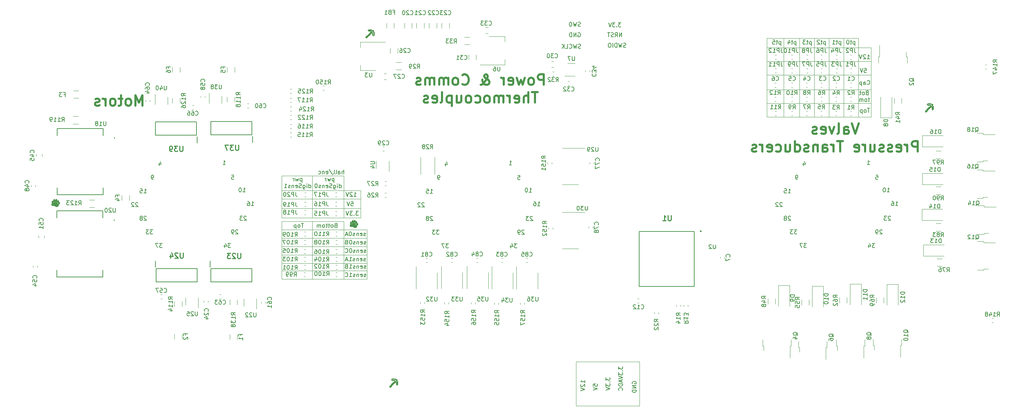
<source format=gbr>
G04 #@! TF.GenerationSoftware,KiCad,Pcbnew,(5.1.5-0-10_14)*
G04 #@! TF.CreationDate,2020-08-17T13:50:39-04:00*
G04 #@! TF.ProjectId,pressurization_series1,70726573-7375-4726-997a-6174696f6e5f,Rev 1*
G04 #@! TF.SameCoordinates,Original*
G04 #@! TF.FileFunction,Legend,Bot*
G04 #@! TF.FilePolarity,Positive*
%FSLAX46Y46*%
G04 Gerber Fmt 4.6, Leading zero omitted, Abs format (unit mm)*
G04 Created by KiCad (PCBNEW (5.1.5-0-10_14)) date 2020-08-17 13:50:39*
%MOMM*%
%LPD*%
G04 APERTURE LIST*
%ADD10C,0.120000*%
%ADD11C,0.150000*%
%ADD12C,0.508000*%
%ADD13C,0.010000*%
%ADD14C,0.200000*%
%ADD15C,0.127000*%
%ADD16C,0.250000*%
%ADD17C,0.254000*%
G04 APERTURE END LIST*
D10*
X156464000Y-148475700D02*
X171831000Y-148475700D01*
X171831000Y-137807700D02*
X156464000Y-137807700D01*
X171831000Y-137807700D02*
X171831000Y-148475700D01*
X156464000Y-148475700D02*
X156464000Y-137807700D01*
D11*
X166711380Y-138954238D02*
X166711380Y-139573285D01*
X167092333Y-139239952D01*
X167092333Y-139382809D01*
X167139952Y-139478047D01*
X167187571Y-139525666D01*
X167282809Y-139573285D01*
X167520904Y-139573285D01*
X167616142Y-139525666D01*
X167663761Y-139478047D01*
X167711380Y-139382809D01*
X167711380Y-139097095D01*
X167663761Y-139001857D01*
X167616142Y-138954238D01*
X167616142Y-140001857D02*
X167663761Y-140049476D01*
X167711380Y-140001857D01*
X167663761Y-139954238D01*
X167616142Y-140001857D01*
X167711380Y-140001857D01*
X166711380Y-140382809D02*
X166711380Y-141001857D01*
X167092333Y-140668523D01*
X167092333Y-140811380D01*
X167139952Y-140906619D01*
X167187571Y-140954238D01*
X167282809Y-141001857D01*
X167520904Y-141001857D01*
X167616142Y-140954238D01*
X167663761Y-140906619D01*
X167711380Y-140811380D01*
X167711380Y-140525666D01*
X167663761Y-140430428D01*
X167616142Y-140382809D01*
X166711380Y-141287571D02*
X167711380Y-141620904D01*
X166711380Y-141954238D01*
X167425666Y-142239952D02*
X167425666Y-142716142D01*
X167711380Y-142144714D02*
X166711380Y-142478047D01*
X167711380Y-142811380D01*
X167711380Y-143144714D02*
X166711380Y-143144714D01*
X166711380Y-143382809D01*
X166759000Y-143525666D01*
X166854238Y-143620904D01*
X166949476Y-143668523D01*
X167139952Y-143716142D01*
X167282809Y-143716142D01*
X167473285Y-143668523D01*
X167568523Y-143620904D01*
X167663761Y-143525666D01*
X167711380Y-143382809D01*
X167711380Y-143144714D01*
X167616142Y-144716142D02*
X167663761Y-144668523D01*
X167711380Y-144525666D01*
X167711380Y-144430428D01*
X167663761Y-144287571D01*
X167568523Y-144192333D01*
X167473285Y-144144714D01*
X167282809Y-144097095D01*
X167139952Y-144097095D01*
X166949476Y-144144714D01*
X166854238Y-144192333D01*
X166759000Y-144287571D01*
X166711380Y-144430428D01*
X166711380Y-144525666D01*
X166759000Y-144668523D01*
X166806619Y-144716142D01*
X160615380Y-143700523D02*
X160615380Y-143224333D01*
X161091571Y-143176714D01*
X161043952Y-143224333D01*
X160996333Y-143319571D01*
X160996333Y-143557666D01*
X161043952Y-143652904D01*
X161091571Y-143700523D01*
X161186809Y-143748142D01*
X161424904Y-143748142D01*
X161520142Y-143700523D01*
X161567761Y-143652904D01*
X161615380Y-143557666D01*
X161615380Y-143319571D01*
X161567761Y-143224333D01*
X161520142Y-143176714D01*
X160615380Y-144033857D02*
X161615380Y-144367190D01*
X160615380Y-144700523D01*
X163663380Y-141652809D02*
X163663380Y-142271857D01*
X164044333Y-141938523D01*
X164044333Y-142081380D01*
X164091952Y-142176619D01*
X164139571Y-142224238D01*
X164234809Y-142271857D01*
X164472904Y-142271857D01*
X164568142Y-142224238D01*
X164615761Y-142176619D01*
X164663380Y-142081380D01*
X164663380Y-141795666D01*
X164615761Y-141700428D01*
X164568142Y-141652809D01*
X164568142Y-142700428D02*
X164615761Y-142748047D01*
X164663380Y-142700428D01*
X164615761Y-142652809D01*
X164568142Y-142700428D01*
X164663380Y-142700428D01*
X163663380Y-143081380D02*
X163663380Y-143700428D01*
X164044333Y-143367095D01*
X164044333Y-143509952D01*
X164091952Y-143605190D01*
X164139571Y-143652809D01*
X164234809Y-143700428D01*
X164472904Y-143700428D01*
X164568142Y-143652809D01*
X164615761Y-143605190D01*
X164663380Y-143509952D01*
X164663380Y-143224238D01*
X164615761Y-143129000D01*
X164568142Y-143081380D01*
X163663380Y-143986142D02*
X164663380Y-144319476D01*
X163663380Y-144652809D01*
X158567380Y-142890952D02*
X158567380Y-142319523D01*
X158567380Y-142605238D02*
X157567380Y-142605238D01*
X157710238Y-142510000D01*
X157805476Y-142414761D01*
X157853095Y-142319523D01*
X157662619Y-143271904D02*
X157615000Y-143319523D01*
X157567380Y-143414761D01*
X157567380Y-143652857D01*
X157615000Y-143748095D01*
X157662619Y-143795714D01*
X157757857Y-143843333D01*
X157853095Y-143843333D01*
X157995952Y-143795714D01*
X158567380Y-143224285D01*
X158567380Y-143843333D01*
X157567380Y-144129047D02*
X158567380Y-144462380D01*
X157567380Y-144795714D01*
X170061000Y-143129095D02*
X170013380Y-143033857D01*
X170013380Y-142891000D01*
X170061000Y-142748142D01*
X170156238Y-142652904D01*
X170251476Y-142605285D01*
X170441952Y-142557666D01*
X170584809Y-142557666D01*
X170775285Y-142605285D01*
X170870523Y-142652904D01*
X170965761Y-142748142D01*
X171013380Y-142891000D01*
X171013380Y-142986238D01*
X170965761Y-143129095D01*
X170918142Y-143176714D01*
X170584809Y-143176714D01*
X170584809Y-142986238D01*
X171013380Y-143605285D02*
X170013380Y-143605285D01*
X171013380Y-144176714D01*
X170013380Y-144176714D01*
X171013380Y-144652904D02*
X170013380Y-144652904D01*
X170013380Y-144891000D01*
X170061000Y-145033857D01*
X170156238Y-145129095D01*
X170251476Y-145176714D01*
X170441952Y-145224333D01*
X170584809Y-145224333D01*
X170775285Y-145176714D01*
X170870523Y-145129095D01*
X170965761Y-145033857D01*
X171013380Y-144891000D01*
X171013380Y-144652904D01*
X100432809Y-92400380D02*
X100432809Y-91400380D01*
X100004238Y-92400380D02*
X100004238Y-91876571D01*
X100051857Y-91781333D01*
X100147095Y-91733714D01*
X100289952Y-91733714D01*
X100385190Y-91781333D01*
X100432809Y-91828952D01*
X99099476Y-92400380D02*
X99099476Y-91876571D01*
X99147095Y-91781333D01*
X99242333Y-91733714D01*
X99432809Y-91733714D01*
X99528047Y-91781333D01*
X99099476Y-92352761D02*
X99194714Y-92400380D01*
X99432809Y-92400380D01*
X99528047Y-92352761D01*
X99575666Y-92257523D01*
X99575666Y-92162285D01*
X99528047Y-92067047D01*
X99432809Y-92019428D01*
X99194714Y-92019428D01*
X99099476Y-91971809D01*
X98480428Y-92400380D02*
X98575666Y-92352761D01*
X98623285Y-92257523D01*
X98623285Y-91400380D01*
X97956619Y-92400380D02*
X98051857Y-92352761D01*
X98099476Y-92257523D01*
X98099476Y-91400380D01*
X96861380Y-91352761D02*
X97718523Y-92638476D01*
X96147095Y-92352761D02*
X96242333Y-92400380D01*
X96432809Y-92400380D01*
X96528047Y-92352761D01*
X96575666Y-92257523D01*
X96575666Y-91876571D01*
X96528047Y-91781333D01*
X96432809Y-91733714D01*
X96242333Y-91733714D01*
X96147095Y-91781333D01*
X96099476Y-91876571D01*
X96099476Y-91971809D01*
X96575666Y-92067047D01*
X95670904Y-91733714D02*
X95670904Y-92400380D01*
X95670904Y-91828952D02*
X95623285Y-91781333D01*
X95528047Y-91733714D01*
X95385190Y-91733714D01*
X95289952Y-91781333D01*
X95242333Y-91876571D01*
X95242333Y-92400380D01*
X94337571Y-92352761D02*
X94432809Y-92400380D01*
X94623285Y-92400380D01*
X94718523Y-92352761D01*
X94766142Y-92305142D01*
X94813761Y-92209904D01*
X94813761Y-91924190D01*
X94766142Y-91828952D01*
X94718523Y-91781333D01*
X94623285Y-91733714D01*
X94432809Y-91733714D01*
X94337571Y-91781333D01*
D10*
X105537000Y-105892600D02*
X106045000Y-105892600D01*
X105537000Y-107924600D02*
X106045000Y-107924600D01*
X105537000Y-109956600D02*
X106045000Y-109956600D01*
X105537000Y-111988600D02*
X106045000Y-111988600D01*
X105537000Y-114020600D02*
X106045000Y-114020600D01*
X105537000Y-115798600D02*
X106045000Y-115798600D01*
X105537000Y-117830600D02*
X106045000Y-117830600D01*
X213918800Y-68453000D02*
X213918800Y-78587600D01*
X203250800Y-78638400D02*
X202539600Y-78638400D01*
X203250800Y-75336400D02*
X202539600Y-75336400D01*
X203250800Y-72034400D02*
X202539600Y-72034400D01*
X221030800Y-68453000D02*
X221030800Y-78587600D01*
X224586800Y-68453000D02*
X224586800Y-78587600D01*
X217474800Y-68453000D02*
X217474800Y-78587600D01*
X210362800Y-68453000D02*
X210362800Y-78587600D01*
X206552800Y-68453000D02*
X206552800Y-78587600D01*
D11*
X226701266Y-72738171D02*
X226558409Y-72785790D01*
X226510790Y-72833409D01*
X226463171Y-72928647D01*
X226463171Y-73071504D01*
X226510790Y-73166742D01*
X226558409Y-73214361D01*
X226653647Y-73261980D01*
X227034600Y-73261980D01*
X227034600Y-72261980D01*
X226701266Y-72261980D01*
X226606028Y-72309600D01*
X226558409Y-72357219D01*
X226510790Y-72452457D01*
X226510790Y-72547695D01*
X226558409Y-72642933D01*
X226606028Y-72690552D01*
X226701266Y-72738171D01*
X227034600Y-72738171D01*
X225891742Y-73261980D02*
X225986980Y-73214361D01*
X226034600Y-73166742D01*
X226082219Y-73071504D01*
X226082219Y-72785790D01*
X226034600Y-72690552D01*
X225986980Y-72642933D01*
X225891742Y-72595314D01*
X225748885Y-72595314D01*
X225653647Y-72642933D01*
X225606028Y-72690552D01*
X225558409Y-72785790D01*
X225558409Y-73071504D01*
X225606028Y-73166742D01*
X225653647Y-73214361D01*
X225748885Y-73261980D01*
X225891742Y-73261980D01*
X225272695Y-72595314D02*
X224891742Y-72595314D01*
X225129838Y-72261980D02*
X225129838Y-73119123D01*
X225082219Y-73214361D01*
X224986980Y-73261980D01*
X224891742Y-73261980D01*
X227344123Y-74245314D02*
X226963171Y-74245314D01*
X227201266Y-73911980D02*
X227201266Y-74769123D01*
X227153647Y-74864361D01*
X227058409Y-74911980D01*
X226963171Y-74911980D01*
X226486980Y-74911980D02*
X226582219Y-74864361D01*
X226629838Y-74816742D01*
X226677457Y-74721504D01*
X226677457Y-74435790D01*
X226629838Y-74340552D01*
X226582219Y-74292933D01*
X226486980Y-74245314D01*
X226344123Y-74245314D01*
X226248885Y-74292933D01*
X226201266Y-74340552D01*
X226153647Y-74435790D01*
X226153647Y-74721504D01*
X226201266Y-74816742D01*
X226248885Y-74864361D01*
X226344123Y-74911980D01*
X226486980Y-74911980D01*
X225725076Y-74911980D02*
X225725076Y-74245314D01*
X225725076Y-74340552D02*
X225677457Y-74292933D01*
X225582219Y-74245314D01*
X225439361Y-74245314D01*
X225344123Y-74292933D01*
X225296504Y-74388171D01*
X225296504Y-74911980D01*
X225296504Y-74388171D02*
X225248885Y-74292933D01*
X225153647Y-74245314D01*
X225010790Y-74245314D01*
X224915552Y-74292933D01*
X224867933Y-74388171D01*
X224867933Y-74911980D01*
X226756838Y-70689742D02*
X226804457Y-70737361D01*
X226947314Y-70784980D01*
X227042552Y-70784980D01*
X227185409Y-70737361D01*
X227280647Y-70642123D01*
X227328266Y-70546885D01*
X227375885Y-70356409D01*
X227375885Y-70213552D01*
X227328266Y-70023076D01*
X227280647Y-69927838D01*
X227185409Y-69832600D01*
X227042552Y-69784980D01*
X226947314Y-69784980D01*
X226804457Y-69832600D01*
X226756838Y-69880219D01*
X225899695Y-70784980D02*
X225899695Y-70261171D01*
X225947314Y-70165933D01*
X226042552Y-70118314D01*
X226233028Y-70118314D01*
X226328266Y-70165933D01*
X225899695Y-70737361D02*
X225994933Y-70784980D01*
X226233028Y-70784980D01*
X226328266Y-70737361D01*
X226375885Y-70642123D01*
X226375885Y-70546885D01*
X226328266Y-70451647D01*
X226233028Y-70404028D01*
X225994933Y-70404028D01*
X225899695Y-70356409D01*
X225423504Y-70118314D02*
X225423504Y-71118314D01*
X225423504Y-70165933D02*
X225328266Y-70118314D01*
X225137790Y-70118314D01*
X225042552Y-70165933D01*
X224994933Y-70213552D01*
X224947314Y-70308790D01*
X224947314Y-70594504D01*
X224994933Y-70689742D01*
X225042552Y-70737361D01*
X225137790Y-70784980D01*
X225328266Y-70784980D01*
X225423504Y-70737361D01*
X227352076Y-76515980D02*
X226780647Y-76515980D01*
X227066361Y-77515980D02*
X227066361Y-76515980D01*
X226304457Y-77515980D02*
X226399695Y-77468361D01*
X226447314Y-77420742D01*
X226494933Y-77325504D01*
X226494933Y-77039790D01*
X226447314Y-76944552D01*
X226399695Y-76896933D01*
X226304457Y-76849314D01*
X226161600Y-76849314D01*
X226066361Y-76896933D01*
X226018742Y-76944552D01*
X225971123Y-77039790D01*
X225971123Y-77325504D01*
X226018742Y-77420742D01*
X226066361Y-77468361D01*
X226161600Y-77515980D01*
X226304457Y-77515980D01*
X225542552Y-76849314D02*
X225542552Y-77849314D01*
X225542552Y-76896933D02*
X225447314Y-76849314D01*
X225256838Y-76849314D01*
X225161600Y-76896933D01*
X225113980Y-76944552D01*
X225066361Y-77039790D01*
X225066361Y-77325504D01*
X225113980Y-77420742D01*
X225161600Y-77468361D01*
X225256838Y-77515980D01*
X225447314Y-77515980D01*
X225542552Y-77468361D01*
D10*
X224586800Y-72034400D02*
X227558600Y-72034400D01*
X224586800Y-75336400D02*
X227558600Y-75336400D01*
X224586800Y-78638400D02*
X227558600Y-78638400D01*
X227634800Y-68453000D02*
X227634800Y-78587600D01*
X202488800Y-68453000D02*
X202488800Y-78587600D01*
X202488800Y-68453000D02*
X202488800Y-65151000D01*
X202488800Y-65151000D02*
X202488800Y-59563000D01*
D12*
X51861961Y-75901247D02*
X51861961Y-73361247D01*
X51015295Y-75175533D01*
X50168628Y-73361247D01*
X50168628Y-75901247D01*
X48596247Y-75901247D02*
X48838152Y-75780295D01*
X48959104Y-75659342D01*
X49080057Y-75417438D01*
X49080057Y-74691723D01*
X48959104Y-74449819D01*
X48838152Y-74328866D01*
X48596247Y-74207914D01*
X48233390Y-74207914D01*
X47991485Y-74328866D01*
X47870533Y-74449819D01*
X47749580Y-74691723D01*
X47749580Y-75417438D01*
X47870533Y-75659342D01*
X47991485Y-75780295D01*
X48233390Y-75901247D01*
X48596247Y-75901247D01*
X47023866Y-74207914D02*
X46056247Y-74207914D01*
X46661009Y-73361247D02*
X46661009Y-75538390D01*
X46540057Y-75780295D01*
X46298152Y-75901247D01*
X46056247Y-75901247D01*
X44846723Y-75901247D02*
X45088628Y-75780295D01*
X45209580Y-75659342D01*
X45330533Y-75417438D01*
X45330533Y-74691723D01*
X45209580Y-74449819D01*
X45088628Y-74328866D01*
X44846723Y-74207914D01*
X44483866Y-74207914D01*
X44241961Y-74328866D01*
X44121009Y-74449819D01*
X44000057Y-74691723D01*
X44000057Y-75417438D01*
X44121009Y-75659342D01*
X44241961Y-75780295D01*
X44483866Y-75901247D01*
X44846723Y-75901247D01*
X42911485Y-75901247D02*
X42911485Y-74207914D01*
X42911485Y-74691723D02*
X42790533Y-74449819D01*
X42669580Y-74328866D01*
X42427676Y-74207914D01*
X42185771Y-74207914D01*
X41460057Y-75780295D02*
X41218152Y-75901247D01*
X40734342Y-75901247D01*
X40492438Y-75780295D01*
X40371485Y-75538390D01*
X40371485Y-75417438D01*
X40492438Y-75175533D01*
X40734342Y-75054580D01*
X41097200Y-75054580D01*
X41339104Y-74933628D01*
X41460057Y-74691723D01*
X41460057Y-74570771D01*
X41339104Y-74328866D01*
X41097200Y-74207914D01*
X40734342Y-74207914D01*
X40492438Y-74328866D01*
X224744038Y-80168447D02*
X223897371Y-82708447D01*
X223050704Y-80168447D01*
X221115466Y-82708447D02*
X221115466Y-81377971D01*
X221236419Y-81136066D01*
X221478323Y-81015114D01*
X221962133Y-81015114D01*
X222204038Y-81136066D01*
X221115466Y-82587495D02*
X221357371Y-82708447D01*
X221962133Y-82708447D01*
X222204038Y-82587495D01*
X222324990Y-82345590D01*
X222324990Y-82103685D01*
X222204038Y-81861780D01*
X221962133Y-81740828D01*
X221357371Y-81740828D01*
X221115466Y-81619876D01*
X219543085Y-82708447D02*
X219784990Y-82587495D01*
X219905942Y-82345590D01*
X219905942Y-80168447D01*
X218817371Y-81015114D02*
X218212609Y-82708447D01*
X217607847Y-81015114D01*
X215672609Y-82587495D02*
X215914514Y-82708447D01*
X216398323Y-82708447D01*
X216640228Y-82587495D01*
X216761180Y-82345590D01*
X216761180Y-81377971D01*
X216640228Y-81136066D01*
X216398323Y-81015114D01*
X215914514Y-81015114D01*
X215672609Y-81136066D01*
X215551657Y-81377971D01*
X215551657Y-81619876D01*
X216761180Y-81861780D01*
X214584038Y-82587495D02*
X214342133Y-82708447D01*
X213858323Y-82708447D01*
X213616419Y-82587495D01*
X213495466Y-82345590D01*
X213495466Y-82224638D01*
X213616419Y-81982733D01*
X213858323Y-81861780D01*
X214221180Y-81861780D01*
X214463085Y-81740828D01*
X214584038Y-81498923D01*
X214584038Y-81377971D01*
X214463085Y-81136066D01*
X214221180Y-81015114D01*
X213858323Y-81015114D01*
X213616419Y-81136066D01*
X238955942Y-87026447D02*
X238955942Y-84486447D01*
X237988323Y-84486447D01*
X237746419Y-84607400D01*
X237625466Y-84728352D01*
X237504514Y-84970257D01*
X237504514Y-85333114D01*
X237625466Y-85575019D01*
X237746419Y-85695971D01*
X237988323Y-85816923D01*
X238955942Y-85816923D01*
X236415942Y-87026447D02*
X236415942Y-85333114D01*
X236415942Y-85816923D02*
X236294990Y-85575019D01*
X236174038Y-85454066D01*
X235932133Y-85333114D01*
X235690228Y-85333114D01*
X233875942Y-86905495D02*
X234117847Y-87026447D01*
X234601657Y-87026447D01*
X234843561Y-86905495D01*
X234964514Y-86663590D01*
X234964514Y-85695971D01*
X234843561Y-85454066D01*
X234601657Y-85333114D01*
X234117847Y-85333114D01*
X233875942Y-85454066D01*
X233754990Y-85695971D01*
X233754990Y-85937876D01*
X234964514Y-86179780D01*
X232787371Y-86905495D02*
X232545466Y-87026447D01*
X232061657Y-87026447D01*
X231819752Y-86905495D01*
X231698800Y-86663590D01*
X231698800Y-86542638D01*
X231819752Y-86300733D01*
X232061657Y-86179780D01*
X232424514Y-86179780D01*
X232666419Y-86058828D01*
X232787371Y-85816923D01*
X232787371Y-85695971D01*
X232666419Y-85454066D01*
X232424514Y-85333114D01*
X232061657Y-85333114D01*
X231819752Y-85454066D01*
X230731180Y-86905495D02*
X230489276Y-87026447D01*
X230005466Y-87026447D01*
X229763561Y-86905495D01*
X229642609Y-86663590D01*
X229642609Y-86542638D01*
X229763561Y-86300733D01*
X230005466Y-86179780D01*
X230368323Y-86179780D01*
X230610228Y-86058828D01*
X230731180Y-85816923D01*
X230731180Y-85695971D01*
X230610228Y-85454066D01*
X230368323Y-85333114D01*
X230005466Y-85333114D01*
X229763561Y-85454066D01*
X227465466Y-85333114D02*
X227465466Y-87026447D01*
X228554038Y-85333114D02*
X228554038Y-86663590D01*
X228433085Y-86905495D01*
X228191180Y-87026447D01*
X227828323Y-87026447D01*
X227586419Y-86905495D01*
X227465466Y-86784542D01*
X226255942Y-87026447D02*
X226255942Y-85333114D01*
X226255942Y-85816923D02*
X226134990Y-85575019D01*
X226014038Y-85454066D01*
X225772133Y-85333114D01*
X225530228Y-85333114D01*
X223715942Y-86905495D02*
X223957847Y-87026447D01*
X224441657Y-87026447D01*
X224683561Y-86905495D01*
X224804514Y-86663590D01*
X224804514Y-85695971D01*
X224683561Y-85454066D01*
X224441657Y-85333114D01*
X223957847Y-85333114D01*
X223715942Y-85454066D01*
X223594990Y-85695971D01*
X223594990Y-85937876D01*
X224804514Y-86179780D01*
X220934038Y-84486447D02*
X219482609Y-84486447D01*
X220208323Y-87026447D02*
X220208323Y-84486447D01*
X218635942Y-87026447D02*
X218635942Y-85333114D01*
X218635942Y-85816923D02*
X218514990Y-85575019D01*
X218394038Y-85454066D01*
X218152133Y-85333114D01*
X217910228Y-85333114D01*
X215974990Y-87026447D02*
X215974990Y-85695971D01*
X216095942Y-85454066D01*
X216337847Y-85333114D01*
X216821657Y-85333114D01*
X217063561Y-85454066D01*
X215974990Y-86905495D02*
X216216895Y-87026447D01*
X216821657Y-87026447D01*
X217063561Y-86905495D01*
X217184514Y-86663590D01*
X217184514Y-86421685D01*
X217063561Y-86179780D01*
X216821657Y-86058828D01*
X216216895Y-86058828D01*
X215974990Y-85937876D01*
X214765466Y-85333114D02*
X214765466Y-87026447D01*
X214765466Y-85575019D02*
X214644514Y-85454066D01*
X214402609Y-85333114D01*
X214039752Y-85333114D01*
X213797847Y-85454066D01*
X213676895Y-85695971D01*
X213676895Y-87026447D01*
X212588323Y-86905495D02*
X212346419Y-87026447D01*
X211862609Y-87026447D01*
X211620704Y-86905495D01*
X211499752Y-86663590D01*
X211499752Y-86542638D01*
X211620704Y-86300733D01*
X211862609Y-86179780D01*
X212225466Y-86179780D01*
X212467371Y-86058828D01*
X212588323Y-85816923D01*
X212588323Y-85695971D01*
X212467371Y-85454066D01*
X212225466Y-85333114D01*
X211862609Y-85333114D01*
X211620704Y-85454066D01*
X209322609Y-87026447D02*
X209322609Y-84486447D01*
X209322609Y-86905495D02*
X209564514Y-87026447D01*
X210048323Y-87026447D01*
X210290228Y-86905495D01*
X210411180Y-86784542D01*
X210532133Y-86542638D01*
X210532133Y-85816923D01*
X210411180Y-85575019D01*
X210290228Y-85454066D01*
X210048323Y-85333114D01*
X209564514Y-85333114D01*
X209322609Y-85454066D01*
X207024514Y-85333114D02*
X207024514Y-87026447D01*
X208113085Y-85333114D02*
X208113085Y-86663590D01*
X207992133Y-86905495D01*
X207750228Y-87026447D01*
X207387371Y-87026447D01*
X207145466Y-86905495D01*
X207024514Y-86784542D01*
X204726419Y-86905495D02*
X204968323Y-87026447D01*
X205452133Y-87026447D01*
X205694038Y-86905495D01*
X205814990Y-86784542D01*
X205935942Y-86542638D01*
X205935942Y-85816923D01*
X205814990Y-85575019D01*
X205694038Y-85454066D01*
X205452133Y-85333114D01*
X204968323Y-85333114D01*
X204726419Y-85454066D01*
X202670228Y-86905495D02*
X202912133Y-87026447D01*
X203395942Y-87026447D01*
X203637847Y-86905495D01*
X203758800Y-86663590D01*
X203758800Y-85695971D01*
X203637847Y-85454066D01*
X203395942Y-85333114D01*
X202912133Y-85333114D01*
X202670228Y-85454066D01*
X202549276Y-85695971D01*
X202549276Y-85937876D01*
X203758800Y-86179780D01*
X201460704Y-87026447D02*
X201460704Y-85333114D01*
X201460704Y-85816923D02*
X201339752Y-85575019D01*
X201218800Y-85454066D01*
X200976895Y-85333114D01*
X200734990Y-85333114D01*
X200009276Y-86905495D02*
X199767371Y-87026447D01*
X199283561Y-87026447D01*
X199041657Y-86905495D01*
X198920704Y-86663590D01*
X198920704Y-86542638D01*
X199041657Y-86300733D01*
X199283561Y-86179780D01*
X199646419Y-86179780D01*
X199888323Y-86058828D01*
X200009276Y-85816923D01*
X200009276Y-85695971D01*
X199888323Y-85454066D01*
X199646419Y-85333114D01*
X199283561Y-85333114D01*
X199041657Y-85454066D01*
X148710952Y-70872047D02*
X148710952Y-68332047D01*
X147743333Y-68332047D01*
X147501428Y-68453000D01*
X147380476Y-68573952D01*
X147259523Y-68815857D01*
X147259523Y-69178714D01*
X147380476Y-69420619D01*
X147501428Y-69541571D01*
X147743333Y-69662523D01*
X148710952Y-69662523D01*
X145808095Y-70872047D02*
X146050000Y-70751095D01*
X146170952Y-70630142D01*
X146291904Y-70388238D01*
X146291904Y-69662523D01*
X146170952Y-69420619D01*
X146050000Y-69299666D01*
X145808095Y-69178714D01*
X145445238Y-69178714D01*
X145203333Y-69299666D01*
X145082380Y-69420619D01*
X144961428Y-69662523D01*
X144961428Y-70388238D01*
X145082380Y-70630142D01*
X145203333Y-70751095D01*
X145445238Y-70872047D01*
X145808095Y-70872047D01*
X144114761Y-69178714D02*
X143630952Y-70872047D01*
X143147142Y-69662523D01*
X142663333Y-70872047D01*
X142179523Y-69178714D01*
X140244285Y-70751095D02*
X140486190Y-70872047D01*
X140970000Y-70872047D01*
X141211904Y-70751095D01*
X141332857Y-70509190D01*
X141332857Y-69541571D01*
X141211904Y-69299666D01*
X140970000Y-69178714D01*
X140486190Y-69178714D01*
X140244285Y-69299666D01*
X140123333Y-69541571D01*
X140123333Y-69783476D01*
X141332857Y-70025380D01*
X139034761Y-70872047D02*
X139034761Y-69178714D01*
X139034761Y-69662523D02*
X138913809Y-69420619D01*
X138792857Y-69299666D01*
X138550952Y-69178714D01*
X138309047Y-69178714D01*
X133470952Y-70872047D02*
X133591904Y-70872047D01*
X133833809Y-70751095D01*
X134196666Y-70388238D01*
X134801428Y-69662523D01*
X135043333Y-69299666D01*
X135164285Y-68936809D01*
X135164285Y-68694904D01*
X135043333Y-68453000D01*
X134801428Y-68332047D01*
X134680476Y-68332047D01*
X134438571Y-68453000D01*
X134317619Y-68694904D01*
X134317619Y-68815857D01*
X134438571Y-69057761D01*
X134559523Y-69178714D01*
X135285238Y-69662523D01*
X135406190Y-69783476D01*
X135527142Y-70025380D01*
X135527142Y-70388238D01*
X135406190Y-70630142D01*
X135285238Y-70751095D01*
X135043333Y-70872047D01*
X134680476Y-70872047D01*
X134438571Y-70751095D01*
X134317619Y-70630142D01*
X133954761Y-70146333D01*
X133833809Y-69783476D01*
X133833809Y-69541571D01*
X128995714Y-70630142D02*
X129116666Y-70751095D01*
X129479523Y-70872047D01*
X129721428Y-70872047D01*
X130084285Y-70751095D01*
X130326190Y-70509190D01*
X130447142Y-70267285D01*
X130568095Y-69783476D01*
X130568095Y-69420619D01*
X130447142Y-68936809D01*
X130326190Y-68694904D01*
X130084285Y-68453000D01*
X129721428Y-68332047D01*
X129479523Y-68332047D01*
X129116666Y-68453000D01*
X128995714Y-68573952D01*
X127544285Y-70872047D02*
X127786190Y-70751095D01*
X127907142Y-70630142D01*
X128028095Y-70388238D01*
X128028095Y-69662523D01*
X127907142Y-69420619D01*
X127786190Y-69299666D01*
X127544285Y-69178714D01*
X127181428Y-69178714D01*
X126939523Y-69299666D01*
X126818571Y-69420619D01*
X126697619Y-69662523D01*
X126697619Y-70388238D01*
X126818571Y-70630142D01*
X126939523Y-70751095D01*
X127181428Y-70872047D01*
X127544285Y-70872047D01*
X125609047Y-70872047D02*
X125609047Y-69178714D01*
X125609047Y-69420619D02*
X125488095Y-69299666D01*
X125246190Y-69178714D01*
X124883333Y-69178714D01*
X124641428Y-69299666D01*
X124520476Y-69541571D01*
X124520476Y-70872047D01*
X124520476Y-69541571D02*
X124399523Y-69299666D01*
X124157619Y-69178714D01*
X123794761Y-69178714D01*
X123552857Y-69299666D01*
X123431904Y-69541571D01*
X123431904Y-70872047D01*
X122222380Y-70872047D02*
X122222380Y-69178714D01*
X122222380Y-69420619D02*
X122101428Y-69299666D01*
X121859523Y-69178714D01*
X121496666Y-69178714D01*
X121254761Y-69299666D01*
X121133809Y-69541571D01*
X121133809Y-70872047D01*
X121133809Y-69541571D02*
X121012857Y-69299666D01*
X120770952Y-69178714D01*
X120408095Y-69178714D01*
X120166190Y-69299666D01*
X120045238Y-69541571D01*
X120045238Y-70872047D01*
X118956666Y-70751095D02*
X118714761Y-70872047D01*
X118230952Y-70872047D01*
X117989047Y-70751095D01*
X117868095Y-70509190D01*
X117868095Y-70388238D01*
X117989047Y-70146333D01*
X118230952Y-70025380D01*
X118593809Y-70025380D01*
X118835714Y-69904428D01*
X118956666Y-69662523D01*
X118956666Y-69541571D01*
X118835714Y-69299666D01*
X118593809Y-69178714D01*
X118230952Y-69178714D01*
X117989047Y-69299666D01*
X147259523Y-72650047D02*
X145808095Y-72650047D01*
X146533809Y-75190047D02*
X146533809Y-72650047D01*
X144961428Y-75190047D02*
X144961428Y-72650047D01*
X143872857Y-75190047D02*
X143872857Y-73859571D01*
X143993809Y-73617666D01*
X144235714Y-73496714D01*
X144598571Y-73496714D01*
X144840476Y-73617666D01*
X144961428Y-73738619D01*
X141695714Y-75069095D02*
X141937619Y-75190047D01*
X142421428Y-75190047D01*
X142663333Y-75069095D01*
X142784285Y-74827190D01*
X142784285Y-73859571D01*
X142663333Y-73617666D01*
X142421428Y-73496714D01*
X141937619Y-73496714D01*
X141695714Y-73617666D01*
X141574761Y-73859571D01*
X141574761Y-74101476D01*
X142784285Y-74343380D01*
X140486190Y-75190047D02*
X140486190Y-73496714D01*
X140486190Y-73980523D02*
X140365238Y-73738619D01*
X140244285Y-73617666D01*
X140002380Y-73496714D01*
X139760476Y-73496714D01*
X138913809Y-75190047D02*
X138913809Y-73496714D01*
X138913809Y-73738619D02*
X138792857Y-73617666D01*
X138550952Y-73496714D01*
X138188095Y-73496714D01*
X137946190Y-73617666D01*
X137825238Y-73859571D01*
X137825238Y-75190047D01*
X137825238Y-73859571D02*
X137704285Y-73617666D01*
X137462380Y-73496714D01*
X137099523Y-73496714D01*
X136857619Y-73617666D01*
X136736666Y-73859571D01*
X136736666Y-75190047D01*
X135164285Y-75190047D02*
X135406190Y-75069095D01*
X135527142Y-74948142D01*
X135648095Y-74706238D01*
X135648095Y-73980523D01*
X135527142Y-73738619D01*
X135406190Y-73617666D01*
X135164285Y-73496714D01*
X134801428Y-73496714D01*
X134559523Y-73617666D01*
X134438571Y-73738619D01*
X134317619Y-73980523D01*
X134317619Y-74706238D01*
X134438571Y-74948142D01*
X134559523Y-75069095D01*
X134801428Y-75190047D01*
X135164285Y-75190047D01*
X132140476Y-75069095D02*
X132382380Y-75190047D01*
X132866190Y-75190047D01*
X133108095Y-75069095D01*
X133229047Y-74948142D01*
X133350000Y-74706238D01*
X133350000Y-73980523D01*
X133229047Y-73738619D01*
X133108095Y-73617666D01*
X132866190Y-73496714D01*
X132382380Y-73496714D01*
X132140476Y-73617666D01*
X130689047Y-75190047D02*
X130930952Y-75069095D01*
X131051904Y-74948142D01*
X131172857Y-74706238D01*
X131172857Y-73980523D01*
X131051904Y-73738619D01*
X130930952Y-73617666D01*
X130689047Y-73496714D01*
X130326190Y-73496714D01*
X130084285Y-73617666D01*
X129963333Y-73738619D01*
X129842380Y-73980523D01*
X129842380Y-74706238D01*
X129963333Y-74948142D01*
X130084285Y-75069095D01*
X130326190Y-75190047D01*
X130689047Y-75190047D01*
X127665238Y-73496714D02*
X127665238Y-75190047D01*
X128753809Y-73496714D02*
X128753809Y-74827190D01*
X128632857Y-75069095D01*
X128390952Y-75190047D01*
X128028095Y-75190047D01*
X127786190Y-75069095D01*
X127665238Y-74948142D01*
X126455714Y-73496714D02*
X126455714Y-76036714D01*
X126455714Y-73617666D02*
X126213809Y-73496714D01*
X125730000Y-73496714D01*
X125488095Y-73617666D01*
X125367142Y-73738619D01*
X125246190Y-73980523D01*
X125246190Y-74706238D01*
X125367142Y-74948142D01*
X125488095Y-75069095D01*
X125730000Y-75190047D01*
X126213809Y-75190047D01*
X126455714Y-75069095D01*
X123794761Y-75190047D02*
X124036666Y-75069095D01*
X124157619Y-74827190D01*
X124157619Y-72650047D01*
X121859523Y-75069095D02*
X122101428Y-75190047D01*
X122585238Y-75190047D01*
X122827142Y-75069095D01*
X122948095Y-74827190D01*
X122948095Y-73859571D01*
X122827142Y-73617666D01*
X122585238Y-73496714D01*
X122101428Y-73496714D01*
X121859523Y-73617666D01*
X121738571Y-73859571D01*
X121738571Y-74101476D01*
X122948095Y-74343380D01*
X120770952Y-75069095D02*
X120529047Y-75190047D01*
X120045238Y-75190047D01*
X119803333Y-75069095D01*
X119682380Y-74827190D01*
X119682380Y-74706238D01*
X119803333Y-74464333D01*
X120045238Y-74343380D01*
X120408095Y-74343380D01*
X120650000Y-74222428D01*
X120770952Y-73980523D01*
X120770952Y-73859571D01*
X120650000Y-73617666D01*
X120408095Y-73496714D01*
X120045238Y-73496714D01*
X119803333Y-73617666D01*
D11*
X157543333Y-56665761D02*
X157400476Y-56713380D01*
X157162380Y-56713380D01*
X157067142Y-56665761D01*
X157019523Y-56618142D01*
X156971904Y-56522904D01*
X156971904Y-56427666D01*
X157019523Y-56332428D01*
X157067142Y-56284809D01*
X157162380Y-56237190D01*
X157352857Y-56189571D01*
X157448095Y-56141952D01*
X157495714Y-56094333D01*
X157543333Y-55999095D01*
X157543333Y-55903857D01*
X157495714Y-55808619D01*
X157448095Y-55761000D01*
X157352857Y-55713380D01*
X157114761Y-55713380D01*
X156971904Y-55761000D01*
X156638571Y-55713380D02*
X156400476Y-56713380D01*
X156210000Y-55999095D01*
X156019523Y-56713380D01*
X155781428Y-55713380D01*
X155210000Y-55713380D02*
X155114761Y-55713380D01*
X155019523Y-55761000D01*
X154971904Y-55808619D01*
X154924285Y-55903857D01*
X154876666Y-56094333D01*
X154876666Y-56332428D01*
X154924285Y-56522904D01*
X154971904Y-56618142D01*
X155019523Y-56665761D01*
X155114761Y-56713380D01*
X155210000Y-56713380D01*
X155305238Y-56665761D01*
X155352857Y-56618142D01*
X155400476Y-56522904D01*
X155448095Y-56332428D01*
X155448095Y-56094333D01*
X155400476Y-55903857D01*
X155352857Y-55808619D01*
X155305238Y-55761000D01*
X155210000Y-55713380D01*
X156971904Y-58301000D02*
X157067142Y-58253380D01*
X157210000Y-58253380D01*
X157352857Y-58301000D01*
X157448095Y-58396238D01*
X157495714Y-58491476D01*
X157543333Y-58681952D01*
X157543333Y-58824809D01*
X157495714Y-59015285D01*
X157448095Y-59110523D01*
X157352857Y-59205761D01*
X157210000Y-59253380D01*
X157114761Y-59253380D01*
X156971904Y-59205761D01*
X156924285Y-59158142D01*
X156924285Y-58824809D01*
X157114761Y-58824809D01*
X156495714Y-59253380D02*
X156495714Y-58253380D01*
X155924285Y-59253380D01*
X155924285Y-58253380D01*
X155448095Y-59253380D02*
X155448095Y-58253380D01*
X155210000Y-58253380D01*
X155067142Y-58301000D01*
X154971904Y-58396238D01*
X154924285Y-58491476D01*
X154876666Y-58681952D01*
X154876666Y-58824809D01*
X154924285Y-59015285D01*
X154971904Y-59110523D01*
X155067142Y-59205761D01*
X155210000Y-59253380D01*
X155448095Y-59253380D01*
X157582904Y-61999761D02*
X157440047Y-62047380D01*
X157201952Y-62047380D01*
X157106714Y-61999761D01*
X157059095Y-61952142D01*
X157011476Y-61856904D01*
X157011476Y-61761666D01*
X157059095Y-61666428D01*
X157106714Y-61618809D01*
X157201952Y-61571190D01*
X157392428Y-61523571D01*
X157487666Y-61475952D01*
X157535285Y-61428333D01*
X157582904Y-61333095D01*
X157582904Y-61237857D01*
X157535285Y-61142619D01*
X157487666Y-61095000D01*
X157392428Y-61047380D01*
X157154333Y-61047380D01*
X157011476Y-61095000D01*
X156678142Y-61047380D02*
X156440047Y-62047380D01*
X156249571Y-61333095D01*
X156059095Y-62047380D01*
X155821000Y-61047380D01*
X154868619Y-61952142D02*
X154916238Y-61999761D01*
X155059095Y-62047380D01*
X155154333Y-62047380D01*
X155297190Y-61999761D01*
X155392428Y-61904523D01*
X155440047Y-61809285D01*
X155487666Y-61618809D01*
X155487666Y-61475952D01*
X155440047Y-61285476D01*
X155392428Y-61190238D01*
X155297190Y-61095000D01*
X155154333Y-61047380D01*
X155059095Y-61047380D01*
X154916238Y-61095000D01*
X154868619Y-61142619D01*
X153963857Y-62047380D02*
X154440047Y-62047380D01*
X154440047Y-61047380D01*
X153630523Y-62047380D02*
X153630523Y-61047380D01*
X153059095Y-62047380D02*
X153487666Y-61475952D01*
X153059095Y-61047380D02*
X153630523Y-61618809D01*
X168489047Y-61745761D02*
X168346190Y-61793380D01*
X168108095Y-61793380D01*
X168012857Y-61745761D01*
X167965238Y-61698142D01*
X167917619Y-61602904D01*
X167917619Y-61507666D01*
X167965238Y-61412428D01*
X168012857Y-61364809D01*
X168108095Y-61317190D01*
X168298571Y-61269571D01*
X168393809Y-61221952D01*
X168441428Y-61174333D01*
X168489047Y-61079095D01*
X168489047Y-60983857D01*
X168441428Y-60888619D01*
X168393809Y-60841000D01*
X168298571Y-60793380D01*
X168060476Y-60793380D01*
X167917619Y-60841000D01*
X167584285Y-60793380D02*
X167346190Y-61793380D01*
X167155714Y-61079095D01*
X166965238Y-61793380D01*
X166727142Y-60793380D01*
X166346190Y-61793380D02*
X166346190Y-60793380D01*
X166108095Y-60793380D01*
X165965238Y-60841000D01*
X165870000Y-60936238D01*
X165822380Y-61031476D01*
X165774761Y-61221952D01*
X165774761Y-61364809D01*
X165822380Y-61555285D01*
X165870000Y-61650523D01*
X165965238Y-61745761D01*
X166108095Y-61793380D01*
X166346190Y-61793380D01*
X165346190Y-61793380D02*
X165346190Y-60793380D01*
X164679523Y-60793380D02*
X164489047Y-60793380D01*
X164393809Y-60841000D01*
X164298571Y-60936238D01*
X164250952Y-61126714D01*
X164250952Y-61460047D01*
X164298571Y-61650523D01*
X164393809Y-61745761D01*
X164489047Y-61793380D01*
X164679523Y-61793380D01*
X164774761Y-61745761D01*
X164870000Y-61650523D01*
X164917619Y-61460047D01*
X164917619Y-61126714D01*
X164870000Y-60936238D01*
X164774761Y-60841000D01*
X164679523Y-60793380D01*
X167504857Y-59253380D02*
X167504857Y-58253380D01*
X166933428Y-59253380D01*
X166933428Y-58253380D01*
X165885809Y-59253380D02*
X166219142Y-58777190D01*
X166457238Y-59253380D02*
X166457238Y-58253380D01*
X166076285Y-58253380D01*
X165981047Y-58301000D01*
X165933428Y-58348619D01*
X165885809Y-58443857D01*
X165885809Y-58586714D01*
X165933428Y-58681952D01*
X165981047Y-58729571D01*
X166076285Y-58777190D01*
X166457238Y-58777190D01*
X165504857Y-59205761D02*
X165362000Y-59253380D01*
X165123904Y-59253380D01*
X165028666Y-59205761D01*
X164981047Y-59158142D01*
X164933428Y-59062904D01*
X164933428Y-58967666D01*
X164981047Y-58872428D01*
X165028666Y-58824809D01*
X165123904Y-58777190D01*
X165314380Y-58729571D01*
X165409619Y-58681952D01*
X165457238Y-58634333D01*
X165504857Y-58539095D01*
X165504857Y-58443857D01*
X165457238Y-58348619D01*
X165409619Y-58301000D01*
X165314380Y-58253380D01*
X165076285Y-58253380D01*
X164933428Y-58301000D01*
X164647714Y-58253380D02*
X164076285Y-58253380D01*
X164362000Y-59253380D02*
X164362000Y-58253380D01*
X167338190Y-55840380D02*
X166719142Y-55840380D01*
X167052476Y-56221333D01*
X166909619Y-56221333D01*
X166814380Y-56268952D01*
X166766761Y-56316571D01*
X166719142Y-56411809D01*
X166719142Y-56649904D01*
X166766761Y-56745142D01*
X166814380Y-56792761D01*
X166909619Y-56840380D01*
X167195333Y-56840380D01*
X167290571Y-56792761D01*
X167338190Y-56745142D01*
X166290571Y-56745142D02*
X166242952Y-56792761D01*
X166290571Y-56840380D01*
X166338190Y-56792761D01*
X166290571Y-56745142D01*
X166290571Y-56840380D01*
X165909619Y-55840380D02*
X165290571Y-55840380D01*
X165623904Y-56221333D01*
X165481047Y-56221333D01*
X165385809Y-56268952D01*
X165338190Y-56316571D01*
X165290571Y-56411809D01*
X165290571Y-56649904D01*
X165338190Y-56745142D01*
X165385809Y-56792761D01*
X165481047Y-56840380D01*
X165766761Y-56840380D01*
X165862000Y-56792761D01*
X165909619Y-56745142D01*
X165004857Y-55840380D02*
X164671523Y-56840380D01*
X164338190Y-55840380D01*
D10*
X85471000Y-94589600D02*
X85471000Y-92837000D01*
X92837000Y-94589600D02*
X92837000Y-92837000D01*
X100457000Y-92837000D02*
X100457000Y-94589600D01*
X224586800Y-75336400D02*
X203250800Y-75336400D01*
X203250800Y-72034400D02*
X224586800Y-72034400D01*
X203250800Y-78638400D02*
X224586800Y-78638400D01*
X224586800Y-59563000D02*
X202488800Y-59563000D01*
X227634800Y-61849000D02*
X227634800Y-68453000D01*
X224586800Y-68453000D02*
X224586800Y-59563000D01*
X221030800Y-68453000D02*
X221030800Y-59563000D01*
X217474800Y-68453000D02*
X217474800Y-59563000D01*
X213918800Y-68453000D02*
X213918800Y-59563000D01*
X210362800Y-68453000D02*
X210362800Y-59563000D01*
X206552800Y-68453000D02*
X206552800Y-59563000D01*
X227634800Y-61849000D02*
X202488800Y-61849000D01*
X202488800Y-65151000D02*
X227634800Y-65151000D01*
X227634800Y-68453000D02*
X202488800Y-68453000D01*
D11*
X205877990Y-60364714D02*
X205877990Y-61364714D01*
X205877990Y-60412333D02*
X205782752Y-60364714D01*
X205592276Y-60364714D01*
X205497038Y-60412333D01*
X205449419Y-60459952D01*
X205401800Y-60555190D01*
X205401800Y-60840904D01*
X205449419Y-60936142D01*
X205497038Y-60983761D01*
X205592276Y-61031380D01*
X205782752Y-61031380D01*
X205877990Y-60983761D01*
X205116085Y-60364714D02*
X204735133Y-60364714D01*
X204973228Y-60031380D02*
X204973228Y-60888523D01*
X204925609Y-60983761D01*
X204830371Y-61031380D01*
X204735133Y-61031380D01*
X203925609Y-60031380D02*
X204401800Y-60031380D01*
X204449419Y-60507571D01*
X204401800Y-60459952D01*
X204306561Y-60412333D01*
X204068466Y-60412333D01*
X203973228Y-60459952D01*
X203925609Y-60507571D01*
X203877990Y-60602809D01*
X203877990Y-60840904D01*
X203925609Y-60936142D01*
X203973228Y-60983761D01*
X204068466Y-61031380D01*
X204306561Y-61031380D01*
X204401800Y-60983761D01*
X204449419Y-60936142D01*
X209560990Y-60364714D02*
X209560990Y-61364714D01*
X209560990Y-60412333D02*
X209465752Y-60364714D01*
X209275276Y-60364714D01*
X209180038Y-60412333D01*
X209132419Y-60459952D01*
X209084800Y-60555190D01*
X209084800Y-60840904D01*
X209132419Y-60936142D01*
X209180038Y-60983761D01*
X209275276Y-61031380D01*
X209465752Y-61031380D01*
X209560990Y-60983761D01*
X208799085Y-60364714D02*
X208418133Y-60364714D01*
X208656228Y-60031380D02*
X208656228Y-60888523D01*
X208608609Y-60983761D01*
X208513371Y-61031380D01*
X208418133Y-61031380D01*
X207656228Y-60364714D02*
X207656228Y-61031380D01*
X207894323Y-59983761D02*
X208132419Y-60698047D01*
X207513371Y-60698047D01*
X213243990Y-60364714D02*
X213243990Y-61364714D01*
X213243990Y-60412333D02*
X213148752Y-60364714D01*
X212958276Y-60364714D01*
X212863038Y-60412333D01*
X212815419Y-60459952D01*
X212767800Y-60555190D01*
X212767800Y-60840904D01*
X212815419Y-60936142D01*
X212863038Y-60983761D01*
X212958276Y-61031380D01*
X213148752Y-61031380D01*
X213243990Y-60983761D01*
X212482085Y-60364714D02*
X212101133Y-60364714D01*
X212339228Y-60031380D02*
X212339228Y-60888523D01*
X212291609Y-60983761D01*
X212196371Y-61031380D01*
X212101133Y-61031380D01*
X211863038Y-60031380D02*
X211243990Y-60031380D01*
X211577323Y-60412333D01*
X211434466Y-60412333D01*
X211339228Y-60459952D01*
X211291609Y-60507571D01*
X211243990Y-60602809D01*
X211243990Y-60840904D01*
X211291609Y-60936142D01*
X211339228Y-60983761D01*
X211434466Y-61031380D01*
X211720180Y-61031380D01*
X211815419Y-60983761D01*
X211863038Y-60936142D01*
X216672990Y-60364714D02*
X216672990Y-61364714D01*
X216672990Y-60412333D02*
X216577752Y-60364714D01*
X216387276Y-60364714D01*
X216292038Y-60412333D01*
X216244419Y-60459952D01*
X216196800Y-60555190D01*
X216196800Y-60840904D01*
X216244419Y-60936142D01*
X216292038Y-60983761D01*
X216387276Y-61031380D01*
X216577752Y-61031380D01*
X216672990Y-60983761D01*
X215911085Y-60364714D02*
X215530133Y-60364714D01*
X215768228Y-60031380D02*
X215768228Y-60888523D01*
X215720609Y-60983761D01*
X215625371Y-61031380D01*
X215530133Y-61031380D01*
X215244419Y-60126619D02*
X215196800Y-60079000D01*
X215101561Y-60031380D01*
X214863466Y-60031380D01*
X214768228Y-60079000D01*
X214720609Y-60126619D01*
X214672990Y-60221857D01*
X214672990Y-60317095D01*
X214720609Y-60459952D01*
X215292038Y-61031380D01*
X214672990Y-61031380D01*
X220355990Y-60364714D02*
X220355990Y-61364714D01*
X220355990Y-60412333D02*
X220260752Y-60364714D01*
X220070276Y-60364714D01*
X219975038Y-60412333D01*
X219927419Y-60459952D01*
X219879800Y-60555190D01*
X219879800Y-60840904D01*
X219927419Y-60936142D01*
X219975038Y-60983761D01*
X220070276Y-61031380D01*
X220260752Y-61031380D01*
X220355990Y-60983761D01*
X219594085Y-60364714D02*
X219213133Y-60364714D01*
X219451228Y-60031380D02*
X219451228Y-60888523D01*
X219403609Y-60983761D01*
X219308371Y-61031380D01*
X219213133Y-61031380D01*
X218355990Y-61031380D02*
X218927419Y-61031380D01*
X218641704Y-61031380D02*
X218641704Y-60031380D01*
X218736942Y-60174238D01*
X218832180Y-60269476D01*
X218927419Y-60317095D01*
X223784990Y-60364714D02*
X223784990Y-61364714D01*
X223784990Y-60412333D02*
X223689752Y-60364714D01*
X223499276Y-60364714D01*
X223404038Y-60412333D01*
X223356419Y-60459952D01*
X223308800Y-60555190D01*
X223308800Y-60840904D01*
X223356419Y-60936142D01*
X223404038Y-60983761D01*
X223499276Y-61031380D01*
X223689752Y-61031380D01*
X223784990Y-60983761D01*
X223023085Y-60364714D02*
X222642133Y-60364714D01*
X222880228Y-60031380D02*
X222880228Y-60888523D01*
X222832609Y-60983761D01*
X222737371Y-61031380D01*
X222642133Y-61031380D01*
X222118323Y-60031380D02*
X222023085Y-60031380D01*
X221927847Y-60079000D01*
X221880228Y-60126619D01*
X221832609Y-60221857D01*
X221784990Y-60412333D01*
X221784990Y-60650428D01*
X221832609Y-60840904D01*
X221880228Y-60936142D01*
X221927847Y-60983761D01*
X222023085Y-61031380D01*
X222118323Y-61031380D01*
X222213561Y-60983761D01*
X222261180Y-60936142D01*
X222308800Y-60840904D01*
X222356419Y-60650428D01*
X222356419Y-60412333D01*
X222308800Y-60221857D01*
X222261180Y-60126619D01*
X222213561Y-60079000D01*
X222118323Y-60031380D01*
X226047276Y-66889380D02*
X226523466Y-66889380D01*
X226571085Y-67365571D01*
X226523466Y-67317952D01*
X226428228Y-67270333D01*
X226190133Y-67270333D01*
X226094895Y-67317952D01*
X226047276Y-67365571D01*
X225999657Y-67460809D01*
X225999657Y-67698904D01*
X226047276Y-67794142D01*
X226094895Y-67841761D01*
X226190133Y-67889380D01*
X226428228Y-67889380D01*
X226523466Y-67841761D01*
X226571085Y-67794142D01*
X225713942Y-66889380D02*
X225380609Y-67889380D01*
X225047276Y-66889380D01*
X226729847Y-64587380D02*
X227301276Y-64587380D01*
X227015561Y-64587380D02*
X227015561Y-63587380D01*
X227110800Y-63730238D01*
X227206038Y-63825476D01*
X227301276Y-63873095D01*
X226348895Y-63682619D02*
X226301276Y-63635000D01*
X226206038Y-63587380D01*
X225967942Y-63587380D01*
X225872704Y-63635000D01*
X225825085Y-63682619D01*
X225777466Y-63777857D01*
X225777466Y-63873095D01*
X225825085Y-64015952D01*
X226396514Y-64587380D01*
X225777466Y-64587380D01*
X225491752Y-63587380D02*
X225158419Y-64587380D01*
X224825085Y-63587380D01*
D10*
X85471000Y-103860600D02*
X85471000Y-105892600D01*
X92837000Y-103860600D02*
X85471000Y-103860600D01*
X105537000Y-114020600D02*
X85471000Y-114020600D01*
X85471000Y-111988600D02*
X105537000Y-111988600D01*
X105537000Y-109956600D02*
X85471000Y-109956600D01*
X85471000Y-107924600D02*
X105537000Y-107924600D01*
X105537000Y-105892600D02*
X85471000Y-105892600D01*
X106045000Y-115798600D02*
X106045000Y-105892600D01*
X106045000Y-117830600D02*
X106045000Y-115798600D01*
X100457000Y-117830600D02*
X105537000Y-117830600D01*
X85471000Y-115798600D02*
X105537000Y-115798600D01*
X85471000Y-117830600D02*
X92837000Y-117830600D01*
X85471000Y-105892600D02*
X85471000Y-117830600D01*
X92837000Y-103860600D02*
X92837000Y-104114600D01*
X100457000Y-103860600D02*
X92837000Y-103860600D01*
X100457000Y-117830600D02*
X100457000Y-103860600D01*
X92837000Y-117830600D02*
X100457000Y-117830600D01*
X92837000Y-104114600D02*
X92837000Y-117830600D01*
D11*
X98464428Y-104805171D02*
X98321571Y-104852790D01*
X98273952Y-104900409D01*
X98226333Y-104995647D01*
X98226333Y-105138504D01*
X98273952Y-105233742D01*
X98321571Y-105281361D01*
X98416809Y-105328980D01*
X98797761Y-105328980D01*
X98797761Y-104328980D01*
X98464428Y-104328980D01*
X98369190Y-104376600D01*
X98321571Y-104424219D01*
X98273952Y-104519457D01*
X98273952Y-104614695D01*
X98321571Y-104709933D01*
X98369190Y-104757552D01*
X98464428Y-104805171D01*
X98797761Y-104805171D01*
X97654904Y-105328980D02*
X97750142Y-105281361D01*
X97797761Y-105233742D01*
X97845380Y-105138504D01*
X97845380Y-104852790D01*
X97797761Y-104757552D01*
X97750142Y-104709933D01*
X97654904Y-104662314D01*
X97512047Y-104662314D01*
X97416809Y-104709933D01*
X97369190Y-104757552D01*
X97321571Y-104852790D01*
X97321571Y-105138504D01*
X97369190Y-105233742D01*
X97416809Y-105281361D01*
X97512047Y-105328980D01*
X97654904Y-105328980D01*
X97035857Y-104662314D02*
X96654904Y-104662314D01*
X96893000Y-104328980D02*
X96893000Y-105186123D01*
X96845380Y-105281361D01*
X96750142Y-105328980D01*
X96654904Y-105328980D01*
X96464428Y-104662314D02*
X96083476Y-104662314D01*
X96321571Y-104328980D02*
X96321571Y-105186123D01*
X96273952Y-105281361D01*
X96178714Y-105328980D01*
X96083476Y-105328980D01*
X95607285Y-105328980D02*
X95702523Y-105281361D01*
X95750142Y-105233742D01*
X95797761Y-105138504D01*
X95797761Y-104852790D01*
X95750142Y-104757552D01*
X95702523Y-104709933D01*
X95607285Y-104662314D01*
X95464428Y-104662314D01*
X95369190Y-104709933D01*
X95321571Y-104757552D01*
X95273952Y-104852790D01*
X95273952Y-105138504D01*
X95321571Y-105233742D01*
X95369190Y-105281361D01*
X95464428Y-105328980D01*
X95607285Y-105328980D01*
X94845380Y-105328980D02*
X94845380Y-104662314D01*
X94845380Y-104757552D02*
X94797761Y-104709933D01*
X94702523Y-104662314D01*
X94559666Y-104662314D01*
X94464428Y-104709933D01*
X94416809Y-104805171D01*
X94416809Y-105328980D01*
X94416809Y-104805171D02*
X94369190Y-104709933D01*
X94273952Y-104662314D01*
X94131095Y-104662314D01*
X94035857Y-104709933D01*
X93988238Y-104805171D01*
X93988238Y-105328980D01*
X90725476Y-104328980D02*
X90154047Y-104328980D01*
X90439761Y-105328980D02*
X90439761Y-104328980D01*
X89677857Y-105328980D02*
X89773095Y-105281361D01*
X89820714Y-105233742D01*
X89868333Y-105138504D01*
X89868333Y-104852790D01*
X89820714Y-104757552D01*
X89773095Y-104709933D01*
X89677857Y-104662314D01*
X89535000Y-104662314D01*
X89439761Y-104709933D01*
X89392142Y-104757552D01*
X89344523Y-104852790D01*
X89344523Y-105138504D01*
X89392142Y-105233742D01*
X89439761Y-105281361D01*
X89535000Y-105328980D01*
X89677857Y-105328980D01*
X88915952Y-104662314D02*
X88915952Y-105662314D01*
X88915952Y-104709933D02*
X88820714Y-104662314D01*
X88630238Y-104662314D01*
X88535000Y-104709933D01*
X88487380Y-104757552D01*
X88439761Y-104852790D01*
X88439761Y-105138504D01*
X88487380Y-105233742D01*
X88535000Y-105281361D01*
X88630238Y-105328980D01*
X88820714Y-105328980D01*
X88915952Y-105281361D01*
X105727190Y-117219361D02*
X105631952Y-117266980D01*
X105441476Y-117266980D01*
X105346238Y-117219361D01*
X105298619Y-117124123D01*
X105298619Y-117076504D01*
X105346238Y-116981266D01*
X105441476Y-116933647D01*
X105584333Y-116933647D01*
X105679571Y-116886028D01*
X105727190Y-116790790D01*
X105727190Y-116743171D01*
X105679571Y-116647933D01*
X105584333Y-116600314D01*
X105441476Y-116600314D01*
X105346238Y-116647933D01*
X104489095Y-117219361D02*
X104584333Y-117266980D01*
X104774809Y-117266980D01*
X104870047Y-117219361D01*
X104917666Y-117124123D01*
X104917666Y-116743171D01*
X104870047Y-116647933D01*
X104774809Y-116600314D01*
X104584333Y-116600314D01*
X104489095Y-116647933D01*
X104441476Y-116743171D01*
X104441476Y-116838409D01*
X104917666Y-116933647D01*
X104012904Y-116600314D02*
X104012904Y-117266980D01*
X104012904Y-116695552D02*
X103965285Y-116647933D01*
X103870047Y-116600314D01*
X103727190Y-116600314D01*
X103631952Y-116647933D01*
X103584333Y-116743171D01*
X103584333Y-117266980D01*
X103155761Y-117219361D02*
X103060523Y-117266980D01*
X102870047Y-117266980D01*
X102774809Y-117219361D01*
X102727190Y-117124123D01*
X102727190Y-117076504D01*
X102774809Y-116981266D01*
X102870047Y-116933647D01*
X103012904Y-116933647D01*
X103108142Y-116886028D01*
X103155761Y-116790790D01*
X103155761Y-116743171D01*
X103108142Y-116647933D01*
X103012904Y-116600314D01*
X102870047Y-116600314D01*
X102774809Y-116647933D01*
X101774809Y-117266980D02*
X102346238Y-117266980D01*
X102060523Y-117266980D02*
X102060523Y-116266980D01*
X102155761Y-116409838D01*
X102251000Y-116505076D01*
X102346238Y-116552695D01*
X100774809Y-117171742D02*
X100822428Y-117219361D01*
X100965285Y-117266980D01*
X101060523Y-117266980D01*
X101203380Y-117219361D01*
X101298619Y-117124123D01*
X101346238Y-117028885D01*
X101393857Y-116838409D01*
X101393857Y-116695552D01*
X101346238Y-116505076D01*
X101298619Y-116409838D01*
X101203380Y-116314600D01*
X101060523Y-116266980D01*
X100965285Y-116266980D01*
X100822428Y-116314600D01*
X100774809Y-116362219D01*
X105727190Y-115187361D02*
X105631952Y-115234980D01*
X105441476Y-115234980D01*
X105346238Y-115187361D01*
X105298619Y-115092123D01*
X105298619Y-115044504D01*
X105346238Y-114949266D01*
X105441476Y-114901647D01*
X105584333Y-114901647D01*
X105679571Y-114854028D01*
X105727190Y-114758790D01*
X105727190Y-114711171D01*
X105679571Y-114615933D01*
X105584333Y-114568314D01*
X105441476Y-114568314D01*
X105346238Y-114615933D01*
X104489095Y-115187361D02*
X104584333Y-115234980D01*
X104774809Y-115234980D01*
X104870047Y-115187361D01*
X104917666Y-115092123D01*
X104917666Y-114711171D01*
X104870047Y-114615933D01*
X104774809Y-114568314D01*
X104584333Y-114568314D01*
X104489095Y-114615933D01*
X104441476Y-114711171D01*
X104441476Y-114806409D01*
X104917666Y-114901647D01*
X104012904Y-114568314D02*
X104012904Y-115234980D01*
X104012904Y-114663552D02*
X103965285Y-114615933D01*
X103870047Y-114568314D01*
X103727190Y-114568314D01*
X103631952Y-114615933D01*
X103584333Y-114711171D01*
X103584333Y-115234980D01*
X103155761Y-115187361D02*
X103060523Y-115234980D01*
X102870047Y-115234980D01*
X102774809Y-115187361D01*
X102727190Y-115092123D01*
X102727190Y-115044504D01*
X102774809Y-114949266D01*
X102870047Y-114901647D01*
X103012904Y-114901647D01*
X103108142Y-114854028D01*
X103155761Y-114758790D01*
X103155761Y-114711171D01*
X103108142Y-114615933D01*
X103012904Y-114568314D01*
X102870047Y-114568314D01*
X102774809Y-114615933D01*
X101774809Y-115234980D02*
X102346238Y-115234980D01*
X102060523Y-115234980D02*
X102060523Y-114234980D01*
X102155761Y-114377838D01*
X102251000Y-114473076D01*
X102346238Y-114520695D01*
X101012904Y-114711171D02*
X100870047Y-114758790D01*
X100822428Y-114806409D01*
X100774809Y-114901647D01*
X100774809Y-115044504D01*
X100822428Y-115139742D01*
X100870047Y-115187361D01*
X100965285Y-115234980D01*
X101346238Y-115234980D01*
X101346238Y-114234980D01*
X101012904Y-114234980D01*
X100917666Y-114282600D01*
X100870047Y-114330219D01*
X100822428Y-114425457D01*
X100822428Y-114520695D01*
X100870047Y-114615933D01*
X100917666Y-114663552D01*
X101012904Y-114711171D01*
X101346238Y-114711171D01*
X105655761Y-113409361D02*
X105560523Y-113456980D01*
X105370047Y-113456980D01*
X105274809Y-113409361D01*
X105227190Y-113314123D01*
X105227190Y-113266504D01*
X105274809Y-113171266D01*
X105370047Y-113123647D01*
X105512904Y-113123647D01*
X105608142Y-113076028D01*
X105655761Y-112980790D01*
X105655761Y-112933171D01*
X105608142Y-112837933D01*
X105512904Y-112790314D01*
X105370047Y-112790314D01*
X105274809Y-112837933D01*
X104417666Y-113409361D02*
X104512904Y-113456980D01*
X104703380Y-113456980D01*
X104798619Y-113409361D01*
X104846238Y-113314123D01*
X104846238Y-112933171D01*
X104798619Y-112837933D01*
X104703380Y-112790314D01*
X104512904Y-112790314D01*
X104417666Y-112837933D01*
X104370047Y-112933171D01*
X104370047Y-113028409D01*
X104846238Y-113123647D01*
X103941476Y-112790314D02*
X103941476Y-113456980D01*
X103941476Y-112885552D02*
X103893857Y-112837933D01*
X103798619Y-112790314D01*
X103655761Y-112790314D01*
X103560523Y-112837933D01*
X103512904Y-112933171D01*
X103512904Y-113456980D01*
X103084333Y-113409361D02*
X102989095Y-113456980D01*
X102798619Y-113456980D01*
X102703380Y-113409361D01*
X102655761Y-113314123D01*
X102655761Y-113266504D01*
X102703380Y-113171266D01*
X102798619Y-113123647D01*
X102941476Y-113123647D01*
X103036714Y-113076028D01*
X103084333Y-112980790D01*
X103084333Y-112933171D01*
X103036714Y-112837933D01*
X102941476Y-112790314D01*
X102798619Y-112790314D01*
X102703380Y-112837933D01*
X101703380Y-113456980D02*
X102274809Y-113456980D01*
X101989095Y-113456980D02*
X101989095Y-112456980D01*
X102084333Y-112599838D01*
X102179571Y-112695076D01*
X102274809Y-112742695D01*
X101322428Y-113171266D02*
X100846238Y-113171266D01*
X101417666Y-113456980D02*
X101084333Y-112456980D01*
X100751000Y-113456980D01*
X105727190Y-111377361D02*
X105631952Y-111424980D01*
X105441476Y-111424980D01*
X105346238Y-111377361D01*
X105298619Y-111282123D01*
X105298619Y-111234504D01*
X105346238Y-111139266D01*
X105441476Y-111091647D01*
X105584333Y-111091647D01*
X105679571Y-111044028D01*
X105727190Y-110948790D01*
X105727190Y-110901171D01*
X105679571Y-110805933D01*
X105584333Y-110758314D01*
X105441476Y-110758314D01*
X105346238Y-110805933D01*
X104489095Y-111377361D02*
X104584333Y-111424980D01*
X104774809Y-111424980D01*
X104870047Y-111377361D01*
X104917666Y-111282123D01*
X104917666Y-110901171D01*
X104870047Y-110805933D01*
X104774809Y-110758314D01*
X104584333Y-110758314D01*
X104489095Y-110805933D01*
X104441476Y-110901171D01*
X104441476Y-110996409D01*
X104917666Y-111091647D01*
X104012904Y-110758314D02*
X104012904Y-111424980D01*
X104012904Y-110853552D02*
X103965285Y-110805933D01*
X103870047Y-110758314D01*
X103727190Y-110758314D01*
X103631952Y-110805933D01*
X103584333Y-110901171D01*
X103584333Y-111424980D01*
X103155761Y-111377361D02*
X103060523Y-111424980D01*
X102870047Y-111424980D01*
X102774809Y-111377361D01*
X102727190Y-111282123D01*
X102727190Y-111234504D01*
X102774809Y-111139266D01*
X102870047Y-111091647D01*
X103012904Y-111091647D01*
X103108142Y-111044028D01*
X103155761Y-110948790D01*
X103155761Y-110901171D01*
X103108142Y-110805933D01*
X103012904Y-110758314D01*
X102870047Y-110758314D01*
X102774809Y-110805933D01*
X102108142Y-110424980D02*
X102012904Y-110424980D01*
X101917666Y-110472600D01*
X101870047Y-110520219D01*
X101822428Y-110615457D01*
X101774809Y-110805933D01*
X101774809Y-111044028D01*
X101822428Y-111234504D01*
X101870047Y-111329742D01*
X101917666Y-111377361D01*
X102012904Y-111424980D01*
X102108142Y-111424980D01*
X102203380Y-111377361D01*
X102251000Y-111329742D01*
X102298619Y-111234504D01*
X102346238Y-111044028D01*
X102346238Y-110805933D01*
X102298619Y-110615457D01*
X102251000Y-110520219D01*
X102203380Y-110472600D01*
X102108142Y-110424980D01*
X100774809Y-111329742D02*
X100822428Y-111377361D01*
X100965285Y-111424980D01*
X101060523Y-111424980D01*
X101203380Y-111377361D01*
X101298619Y-111282123D01*
X101346238Y-111186885D01*
X101393857Y-110996409D01*
X101393857Y-110853552D01*
X101346238Y-110663076D01*
X101298619Y-110567838D01*
X101203380Y-110472600D01*
X101060523Y-110424980D01*
X100965285Y-110424980D01*
X100822428Y-110472600D01*
X100774809Y-110520219D01*
X105727190Y-109345361D02*
X105631952Y-109392980D01*
X105441476Y-109392980D01*
X105346238Y-109345361D01*
X105298619Y-109250123D01*
X105298619Y-109202504D01*
X105346238Y-109107266D01*
X105441476Y-109059647D01*
X105584333Y-109059647D01*
X105679571Y-109012028D01*
X105727190Y-108916790D01*
X105727190Y-108869171D01*
X105679571Y-108773933D01*
X105584333Y-108726314D01*
X105441476Y-108726314D01*
X105346238Y-108773933D01*
X104489095Y-109345361D02*
X104584333Y-109392980D01*
X104774809Y-109392980D01*
X104870047Y-109345361D01*
X104917666Y-109250123D01*
X104917666Y-108869171D01*
X104870047Y-108773933D01*
X104774809Y-108726314D01*
X104584333Y-108726314D01*
X104489095Y-108773933D01*
X104441476Y-108869171D01*
X104441476Y-108964409D01*
X104917666Y-109059647D01*
X104012904Y-108726314D02*
X104012904Y-109392980D01*
X104012904Y-108821552D02*
X103965285Y-108773933D01*
X103870047Y-108726314D01*
X103727190Y-108726314D01*
X103631952Y-108773933D01*
X103584333Y-108869171D01*
X103584333Y-109392980D01*
X103155761Y-109345361D02*
X103060523Y-109392980D01*
X102870047Y-109392980D01*
X102774809Y-109345361D01*
X102727190Y-109250123D01*
X102727190Y-109202504D01*
X102774809Y-109107266D01*
X102870047Y-109059647D01*
X103012904Y-109059647D01*
X103108142Y-109012028D01*
X103155761Y-108916790D01*
X103155761Y-108869171D01*
X103108142Y-108773933D01*
X103012904Y-108726314D01*
X102870047Y-108726314D01*
X102774809Y-108773933D01*
X102108142Y-108392980D02*
X102012904Y-108392980D01*
X101917666Y-108440600D01*
X101870047Y-108488219D01*
X101822428Y-108583457D01*
X101774809Y-108773933D01*
X101774809Y-109012028D01*
X101822428Y-109202504D01*
X101870047Y-109297742D01*
X101917666Y-109345361D01*
X102012904Y-109392980D01*
X102108142Y-109392980D01*
X102203380Y-109345361D01*
X102251000Y-109297742D01*
X102298619Y-109202504D01*
X102346238Y-109012028D01*
X102346238Y-108773933D01*
X102298619Y-108583457D01*
X102251000Y-108488219D01*
X102203380Y-108440600D01*
X102108142Y-108392980D01*
X101012904Y-108869171D02*
X100870047Y-108916790D01*
X100822428Y-108964409D01*
X100774809Y-109059647D01*
X100774809Y-109202504D01*
X100822428Y-109297742D01*
X100870047Y-109345361D01*
X100965285Y-109392980D01*
X101346238Y-109392980D01*
X101346238Y-108392980D01*
X101012904Y-108392980D01*
X100917666Y-108440600D01*
X100870047Y-108488219D01*
X100822428Y-108583457D01*
X100822428Y-108678695D01*
X100870047Y-108773933D01*
X100917666Y-108821552D01*
X101012904Y-108869171D01*
X101346238Y-108869171D01*
X105655761Y-107313361D02*
X105560523Y-107360980D01*
X105370047Y-107360980D01*
X105274809Y-107313361D01*
X105227190Y-107218123D01*
X105227190Y-107170504D01*
X105274809Y-107075266D01*
X105370047Y-107027647D01*
X105512904Y-107027647D01*
X105608142Y-106980028D01*
X105655761Y-106884790D01*
X105655761Y-106837171D01*
X105608142Y-106741933D01*
X105512904Y-106694314D01*
X105370047Y-106694314D01*
X105274809Y-106741933D01*
X104417666Y-107313361D02*
X104512904Y-107360980D01*
X104703380Y-107360980D01*
X104798619Y-107313361D01*
X104846238Y-107218123D01*
X104846238Y-106837171D01*
X104798619Y-106741933D01*
X104703380Y-106694314D01*
X104512904Y-106694314D01*
X104417666Y-106741933D01*
X104370047Y-106837171D01*
X104370047Y-106932409D01*
X104846238Y-107027647D01*
X103941476Y-106694314D02*
X103941476Y-107360980D01*
X103941476Y-106789552D02*
X103893857Y-106741933D01*
X103798619Y-106694314D01*
X103655761Y-106694314D01*
X103560523Y-106741933D01*
X103512904Y-106837171D01*
X103512904Y-107360980D01*
X103084333Y-107313361D02*
X102989095Y-107360980D01*
X102798619Y-107360980D01*
X102703380Y-107313361D01*
X102655761Y-107218123D01*
X102655761Y-107170504D01*
X102703380Y-107075266D01*
X102798619Y-107027647D01*
X102941476Y-107027647D01*
X103036714Y-106980028D01*
X103084333Y-106884790D01*
X103084333Y-106837171D01*
X103036714Y-106741933D01*
X102941476Y-106694314D01*
X102798619Y-106694314D01*
X102703380Y-106741933D01*
X102036714Y-106360980D02*
X101941476Y-106360980D01*
X101846238Y-106408600D01*
X101798619Y-106456219D01*
X101751000Y-106551457D01*
X101703380Y-106741933D01*
X101703380Y-106980028D01*
X101751000Y-107170504D01*
X101798619Y-107265742D01*
X101846238Y-107313361D01*
X101941476Y-107360980D01*
X102036714Y-107360980D01*
X102131952Y-107313361D01*
X102179571Y-107265742D01*
X102227190Y-107170504D01*
X102274809Y-106980028D01*
X102274809Y-106741933D01*
X102227190Y-106551457D01*
X102179571Y-106456219D01*
X102131952Y-106408600D01*
X102036714Y-106360980D01*
X101322428Y-107075266D02*
X100846238Y-107075266D01*
X101417666Y-107360980D02*
X101084333Y-106360980D01*
X100751000Y-107360980D01*
D10*
X92837000Y-96367600D02*
X92837000Y-94589600D01*
X85471000Y-94589600D02*
X85471000Y-96367600D01*
X100457000Y-92837000D02*
X85471000Y-92837000D01*
X100457000Y-96367600D02*
X100457000Y-94589600D01*
D11*
X90328619Y-93448714D02*
X90328619Y-94448714D01*
X90328619Y-93496333D02*
X90233380Y-93448714D01*
X90042904Y-93448714D01*
X89947666Y-93496333D01*
X89900047Y-93543952D01*
X89852428Y-93639190D01*
X89852428Y-93924904D01*
X89900047Y-94020142D01*
X89947666Y-94067761D01*
X90042904Y-94115380D01*
X90233380Y-94115380D01*
X90328619Y-94067761D01*
X89519095Y-93448714D02*
X89328619Y-94115380D01*
X89138142Y-93639190D01*
X88947666Y-94115380D01*
X88757190Y-93448714D01*
X88376238Y-94115380D02*
X88376238Y-93448714D01*
X88376238Y-93639190D02*
X88328619Y-93543952D01*
X88281000Y-93496333D01*
X88185761Y-93448714D01*
X88090523Y-93448714D01*
X91995285Y-95765380D02*
X91995285Y-94765380D01*
X91995285Y-95717761D02*
X92090523Y-95765380D01*
X92281000Y-95765380D01*
X92376238Y-95717761D01*
X92423857Y-95670142D01*
X92471476Y-95574904D01*
X92471476Y-95289190D01*
X92423857Y-95193952D01*
X92376238Y-95146333D01*
X92281000Y-95098714D01*
X92090523Y-95098714D01*
X91995285Y-95146333D01*
X91519095Y-95765380D02*
X91519095Y-95098714D01*
X91519095Y-94765380D02*
X91566714Y-94813000D01*
X91519095Y-94860619D01*
X91471476Y-94813000D01*
X91519095Y-94765380D01*
X91519095Y-94860619D01*
X90614333Y-95098714D02*
X90614333Y-95908238D01*
X90661952Y-96003476D01*
X90709571Y-96051095D01*
X90804809Y-96098714D01*
X90947666Y-96098714D01*
X91042904Y-96051095D01*
X90614333Y-95717761D02*
X90709571Y-95765380D01*
X90900047Y-95765380D01*
X90995285Y-95717761D01*
X91042904Y-95670142D01*
X91090523Y-95574904D01*
X91090523Y-95289190D01*
X91042904Y-95193952D01*
X90995285Y-95146333D01*
X90900047Y-95098714D01*
X90709571Y-95098714D01*
X90614333Y-95146333D01*
X90185761Y-95717761D02*
X90042904Y-95765380D01*
X89804809Y-95765380D01*
X89709571Y-95717761D01*
X89661952Y-95670142D01*
X89614333Y-95574904D01*
X89614333Y-95479666D01*
X89661952Y-95384428D01*
X89709571Y-95336809D01*
X89804809Y-95289190D01*
X89995285Y-95241571D01*
X90090523Y-95193952D01*
X90138142Y-95146333D01*
X90185761Y-95051095D01*
X90185761Y-94955857D01*
X90138142Y-94860619D01*
X90090523Y-94813000D01*
X89995285Y-94765380D01*
X89757190Y-94765380D01*
X89614333Y-94813000D01*
X88804809Y-95717761D02*
X88900047Y-95765380D01*
X89090523Y-95765380D01*
X89185761Y-95717761D01*
X89233380Y-95622523D01*
X89233380Y-95241571D01*
X89185761Y-95146333D01*
X89090523Y-95098714D01*
X88900047Y-95098714D01*
X88804809Y-95146333D01*
X88757190Y-95241571D01*
X88757190Y-95336809D01*
X89233380Y-95432047D01*
X88328619Y-95098714D02*
X88328619Y-95765380D01*
X88328619Y-95193952D02*
X88281000Y-95146333D01*
X88185761Y-95098714D01*
X88042904Y-95098714D01*
X87947666Y-95146333D01*
X87900047Y-95241571D01*
X87900047Y-95765380D01*
X87471476Y-95717761D02*
X87376238Y-95765380D01*
X87185761Y-95765380D01*
X87090523Y-95717761D01*
X87042904Y-95622523D01*
X87042904Y-95574904D01*
X87090523Y-95479666D01*
X87185761Y-95432047D01*
X87328619Y-95432047D01*
X87423857Y-95384428D01*
X87471476Y-95289190D01*
X87471476Y-95241571D01*
X87423857Y-95146333D01*
X87328619Y-95098714D01*
X87185761Y-95098714D01*
X87090523Y-95146333D01*
X86090523Y-95765380D02*
X86661952Y-95765380D01*
X86376238Y-95765380D02*
X86376238Y-94765380D01*
X86471476Y-94908238D01*
X86566714Y-95003476D01*
X86661952Y-95051095D01*
X98075571Y-93448714D02*
X98075571Y-94448714D01*
X98075571Y-93496333D02*
X97980333Y-93448714D01*
X97789857Y-93448714D01*
X97694619Y-93496333D01*
X97647000Y-93543952D01*
X97599380Y-93639190D01*
X97599380Y-93924904D01*
X97647000Y-94020142D01*
X97694619Y-94067761D01*
X97789857Y-94115380D01*
X97980333Y-94115380D01*
X98075571Y-94067761D01*
X97266047Y-93448714D02*
X97075571Y-94115380D01*
X96885095Y-93639190D01*
X96694619Y-94115380D01*
X96504142Y-93448714D01*
X96123190Y-94115380D02*
X96123190Y-93448714D01*
X96123190Y-93639190D02*
X96075571Y-93543952D01*
X96027952Y-93496333D01*
X95932714Y-93448714D01*
X95837476Y-93448714D01*
X99361285Y-95765380D02*
X99361285Y-94765380D01*
X99361285Y-95717761D02*
X99456523Y-95765380D01*
X99647000Y-95765380D01*
X99742238Y-95717761D01*
X99789857Y-95670142D01*
X99837476Y-95574904D01*
X99837476Y-95289190D01*
X99789857Y-95193952D01*
X99742238Y-95146333D01*
X99647000Y-95098714D01*
X99456523Y-95098714D01*
X99361285Y-95146333D01*
X98885095Y-95765380D02*
X98885095Y-95098714D01*
X98885095Y-94765380D02*
X98932714Y-94813000D01*
X98885095Y-94860619D01*
X98837476Y-94813000D01*
X98885095Y-94765380D01*
X98885095Y-94860619D01*
X97980333Y-95098714D02*
X97980333Y-95908238D01*
X98027952Y-96003476D01*
X98075571Y-96051095D01*
X98170809Y-96098714D01*
X98313666Y-96098714D01*
X98408904Y-96051095D01*
X97980333Y-95717761D02*
X98075571Y-95765380D01*
X98266047Y-95765380D01*
X98361285Y-95717761D01*
X98408904Y-95670142D01*
X98456523Y-95574904D01*
X98456523Y-95289190D01*
X98408904Y-95193952D01*
X98361285Y-95146333D01*
X98266047Y-95098714D01*
X98075571Y-95098714D01*
X97980333Y-95146333D01*
X97551761Y-95717761D02*
X97408904Y-95765380D01*
X97170809Y-95765380D01*
X97075571Y-95717761D01*
X97027952Y-95670142D01*
X96980333Y-95574904D01*
X96980333Y-95479666D01*
X97027952Y-95384428D01*
X97075571Y-95336809D01*
X97170809Y-95289190D01*
X97361285Y-95241571D01*
X97456523Y-95193952D01*
X97504142Y-95146333D01*
X97551761Y-95051095D01*
X97551761Y-94955857D01*
X97504142Y-94860619D01*
X97456523Y-94813000D01*
X97361285Y-94765380D01*
X97123190Y-94765380D01*
X96980333Y-94813000D01*
X96170809Y-95717761D02*
X96266047Y-95765380D01*
X96456523Y-95765380D01*
X96551761Y-95717761D01*
X96599380Y-95622523D01*
X96599380Y-95241571D01*
X96551761Y-95146333D01*
X96456523Y-95098714D01*
X96266047Y-95098714D01*
X96170809Y-95146333D01*
X96123190Y-95241571D01*
X96123190Y-95336809D01*
X96599380Y-95432047D01*
X95694619Y-95098714D02*
X95694619Y-95765380D01*
X95694619Y-95193952D02*
X95647000Y-95146333D01*
X95551761Y-95098714D01*
X95408904Y-95098714D01*
X95313666Y-95146333D01*
X95266047Y-95241571D01*
X95266047Y-95765380D01*
X94837476Y-95717761D02*
X94742238Y-95765380D01*
X94551761Y-95765380D01*
X94456523Y-95717761D01*
X94408904Y-95622523D01*
X94408904Y-95574904D01*
X94456523Y-95479666D01*
X94551761Y-95432047D01*
X94694619Y-95432047D01*
X94789857Y-95384428D01*
X94837476Y-95289190D01*
X94837476Y-95241571D01*
X94789857Y-95146333D01*
X94694619Y-95098714D01*
X94551761Y-95098714D01*
X94456523Y-95146333D01*
X93789857Y-94765380D02*
X93694619Y-94765380D01*
X93599380Y-94813000D01*
X93551761Y-94860619D01*
X93504142Y-94955857D01*
X93456523Y-95146333D01*
X93456523Y-95384428D01*
X93504142Y-95574904D01*
X93551761Y-95670142D01*
X93599380Y-95717761D01*
X93694619Y-95765380D01*
X93789857Y-95765380D01*
X93885095Y-95717761D01*
X93932714Y-95670142D01*
X93980333Y-95574904D01*
X94027952Y-95384428D01*
X94027952Y-95146333D01*
X93980333Y-94955857D01*
X93932714Y-94860619D01*
X93885095Y-94813000D01*
X93789857Y-94765380D01*
D10*
X104521000Y-96367600D02*
X104521000Y-98399600D01*
X100457000Y-96367600D02*
X104521000Y-96367600D01*
X104521000Y-98399600D02*
X100457000Y-98399600D01*
X104521000Y-100685600D02*
X104521000Y-98399600D01*
X104521000Y-102971600D02*
X100457000Y-102971600D01*
X104521000Y-100685600D02*
X104521000Y-102971600D01*
X100457000Y-100685600D02*
X104521000Y-100685600D01*
D11*
X103965190Y-101407980D02*
X103346142Y-101407980D01*
X103679476Y-101788933D01*
X103536619Y-101788933D01*
X103441380Y-101836552D01*
X103393761Y-101884171D01*
X103346142Y-101979409D01*
X103346142Y-102217504D01*
X103393761Y-102312742D01*
X103441380Y-102360361D01*
X103536619Y-102407980D01*
X103822333Y-102407980D01*
X103917571Y-102360361D01*
X103965190Y-102312742D01*
X102917571Y-102312742D02*
X102869952Y-102360361D01*
X102917571Y-102407980D01*
X102965190Y-102360361D01*
X102917571Y-102312742D01*
X102917571Y-102407980D01*
X102536619Y-101407980D02*
X101917571Y-101407980D01*
X102250904Y-101788933D01*
X102108047Y-101788933D01*
X102012809Y-101836552D01*
X101965190Y-101884171D01*
X101917571Y-101979409D01*
X101917571Y-102217504D01*
X101965190Y-102312742D01*
X102012809Y-102360361D01*
X102108047Y-102407980D01*
X102393761Y-102407980D01*
X102489000Y-102360361D01*
X102536619Y-102312742D01*
X101631857Y-101407980D02*
X101298523Y-102407980D01*
X100965190Y-101407980D01*
X102171476Y-99121980D02*
X102647666Y-99121980D01*
X102695285Y-99598171D01*
X102647666Y-99550552D01*
X102552428Y-99502933D01*
X102314333Y-99502933D01*
X102219095Y-99550552D01*
X102171476Y-99598171D01*
X102123857Y-99693409D01*
X102123857Y-99931504D01*
X102171476Y-100026742D01*
X102219095Y-100074361D01*
X102314333Y-100121980D01*
X102552428Y-100121980D01*
X102647666Y-100074361D01*
X102695285Y-100026742D01*
X101838142Y-99121980D02*
X101504809Y-100121980D01*
X101171476Y-99121980D01*
X102854047Y-97835980D02*
X103425476Y-97835980D01*
X103139761Y-97835980D02*
X103139761Y-96835980D01*
X103235000Y-96978838D01*
X103330238Y-97074076D01*
X103425476Y-97121695D01*
X102473095Y-96931219D02*
X102425476Y-96883600D01*
X102330238Y-96835980D01*
X102092142Y-96835980D01*
X101996904Y-96883600D01*
X101949285Y-96931219D01*
X101901666Y-97026457D01*
X101901666Y-97121695D01*
X101949285Y-97264552D01*
X102520714Y-97835980D01*
X101901666Y-97835980D01*
X101615952Y-96835980D02*
X101282619Y-97835980D01*
X100949285Y-96835980D01*
D10*
X100457000Y-98399600D02*
X100457000Y-96367600D01*
X100457000Y-98399600D02*
X100457000Y-100685600D01*
X100457000Y-102971600D02*
X100457000Y-100685600D01*
X92837000Y-102971600D02*
X100457000Y-102971600D01*
X92837000Y-100685600D02*
X100457000Y-100685600D01*
X85471000Y-100685600D02*
X92837000Y-100685600D01*
X92837000Y-98399600D02*
X100457000Y-98399600D01*
X85471000Y-98399600D02*
X92837000Y-98399600D01*
X85471000Y-102971600D02*
X85471000Y-102717600D01*
X92837000Y-102971600D02*
X85471000Y-102971600D01*
X85471000Y-96367600D02*
X85471000Y-102717600D01*
X92837000Y-96367600D02*
X85471000Y-96367600D01*
X100457000Y-96367600D02*
X92837000Y-96367600D01*
X92837000Y-96367600D02*
X92837000Y-102971600D01*
D13*
G36*
X107602867Y-58072867D02*
G01*
X107602867Y-57598734D01*
X107128734Y-57598734D01*
X107128734Y-57429400D01*
X106334723Y-57429400D01*
X106329562Y-57509834D01*
X106324401Y-57590267D01*
X106243967Y-57595428D01*
X106163534Y-57600589D01*
X106163534Y-57751134D01*
X106332867Y-57751134D01*
X106332867Y-57920467D01*
X106959400Y-57920467D01*
X106959400Y-58072867D01*
X106807000Y-58072867D01*
X106807000Y-58223412D01*
X106646134Y-58233734D01*
X106640972Y-58304772D01*
X106635974Y-58349612D01*
X106622890Y-58370872D01*
X106591503Y-58378770D01*
X106564772Y-58380972D01*
X106493734Y-58386134D01*
X106483412Y-58547000D01*
X106332867Y-58547000D01*
X106332867Y-58697545D01*
X106172001Y-58707867D01*
X106166839Y-58788301D01*
X106161678Y-58868734D01*
X106011134Y-58868734D01*
X106011134Y-59021134D01*
X105858734Y-59021134D01*
X105858734Y-59171678D01*
X105778300Y-59176839D01*
X105697867Y-59182000D01*
X105692998Y-59338634D01*
X105688130Y-59495267D01*
X106011134Y-59495267D01*
X106011134Y-59342867D01*
X106180467Y-59342867D01*
X106180467Y-59190467D01*
X106332867Y-59190467D01*
X106332867Y-59021134D01*
X106485267Y-59021134D01*
X106485267Y-58868734D01*
X106654600Y-58868734D01*
X106654600Y-58718281D01*
X106798534Y-58707867D01*
X106803659Y-58628325D01*
X106808783Y-58548783D01*
X106888325Y-58543659D01*
X106967867Y-58538534D01*
X106973074Y-58466567D01*
X106978281Y-58394601D01*
X107053507Y-58394600D01*
X107128734Y-58394600D01*
X107128734Y-58225267D01*
X107281134Y-58225267D01*
X107281134Y-58868734D01*
X107433534Y-58868734D01*
X107433534Y-59021134D01*
X107450467Y-59021134D01*
X107450467Y-58868734D01*
X107450467Y-58225267D01*
X107298067Y-58225267D01*
X107298067Y-58072867D01*
X107128734Y-58072867D01*
X107128734Y-57903534D01*
X106976334Y-57903534D01*
X106976334Y-57751134D01*
X106332867Y-57751134D01*
X106332867Y-57598734D01*
X107109945Y-57598734D01*
X107115106Y-57679167D01*
X107120267Y-57759601D01*
X107200701Y-57764762D01*
X107281134Y-57769923D01*
X107281134Y-57920467D01*
X107433534Y-57920467D01*
X107433534Y-58072867D01*
X107513967Y-58072879D01*
X107594401Y-58072891D01*
X107597290Y-58470812D01*
X107600180Y-58868734D01*
X107450467Y-58868734D01*
X107450467Y-59021134D01*
X107602867Y-59021134D01*
X107602867Y-58868734D01*
X107755267Y-58868734D01*
X107755267Y-58072867D01*
X107602867Y-58072867D01*
G37*
X107602867Y-58072867D02*
X107602867Y-57598734D01*
X107128734Y-57598734D01*
X107128734Y-57429400D01*
X106334723Y-57429400D01*
X106329562Y-57509834D01*
X106324401Y-57590267D01*
X106243967Y-57595428D01*
X106163534Y-57600589D01*
X106163534Y-57751134D01*
X106332867Y-57751134D01*
X106332867Y-57920467D01*
X106959400Y-57920467D01*
X106959400Y-58072867D01*
X106807000Y-58072867D01*
X106807000Y-58223412D01*
X106646134Y-58233734D01*
X106640972Y-58304772D01*
X106635974Y-58349612D01*
X106622890Y-58370872D01*
X106591503Y-58378770D01*
X106564772Y-58380972D01*
X106493734Y-58386134D01*
X106483412Y-58547000D01*
X106332867Y-58547000D01*
X106332867Y-58697545D01*
X106172001Y-58707867D01*
X106166839Y-58788301D01*
X106161678Y-58868734D01*
X106011134Y-58868734D01*
X106011134Y-59021134D01*
X105858734Y-59021134D01*
X105858734Y-59171678D01*
X105778300Y-59176839D01*
X105697867Y-59182000D01*
X105692998Y-59338634D01*
X105688130Y-59495267D01*
X106011134Y-59495267D01*
X106011134Y-59342867D01*
X106180467Y-59342867D01*
X106180467Y-59190467D01*
X106332867Y-59190467D01*
X106332867Y-59021134D01*
X106485267Y-59021134D01*
X106485267Y-58868734D01*
X106654600Y-58868734D01*
X106654600Y-58718281D01*
X106798534Y-58707867D01*
X106803659Y-58628325D01*
X106808783Y-58548783D01*
X106888325Y-58543659D01*
X106967867Y-58538534D01*
X106973074Y-58466567D01*
X106978281Y-58394601D01*
X107053507Y-58394600D01*
X107128734Y-58394600D01*
X107128734Y-58225267D01*
X107281134Y-58225267D01*
X107281134Y-58868734D01*
X107433534Y-58868734D01*
X107433534Y-59021134D01*
X107450467Y-59021134D01*
X107450467Y-58868734D01*
X107450467Y-58225267D01*
X107298067Y-58225267D01*
X107298067Y-58072867D01*
X107128734Y-58072867D01*
X107128734Y-57903534D01*
X106976334Y-57903534D01*
X106976334Y-57751134D01*
X106332867Y-57751134D01*
X106332867Y-57598734D01*
X107109945Y-57598734D01*
X107115106Y-57679167D01*
X107120267Y-57759601D01*
X107200701Y-57764762D01*
X107281134Y-57769923D01*
X107281134Y-57920467D01*
X107433534Y-57920467D01*
X107433534Y-58072867D01*
X107513967Y-58072879D01*
X107594401Y-58072891D01*
X107597290Y-58470812D01*
X107600180Y-58868734D01*
X107450467Y-58868734D01*
X107450467Y-59021134D01*
X107602867Y-59021134D01*
X107602867Y-58868734D01*
X107755267Y-58868734D01*
X107755267Y-58072867D01*
X107602867Y-58072867D01*
G36*
X113317867Y-142527867D02*
G01*
X113317867Y-142053734D01*
X112843734Y-142053734D01*
X112843734Y-141884400D01*
X112049723Y-141884400D01*
X112044562Y-141964834D01*
X112039401Y-142045267D01*
X111958967Y-142050428D01*
X111878534Y-142055589D01*
X111878534Y-142206134D01*
X112047867Y-142206134D01*
X112047867Y-142375467D01*
X112674400Y-142375467D01*
X112674400Y-142527867D01*
X112522000Y-142527867D01*
X112522000Y-142678412D01*
X112361134Y-142688734D01*
X112355972Y-142759772D01*
X112350974Y-142804612D01*
X112337890Y-142825872D01*
X112306503Y-142833770D01*
X112279772Y-142835972D01*
X112208734Y-142841134D01*
X112198412Y-143002000D01*
X112047867Y-143002000D01*
X112047867Y-143152545D01*
X111887001Y-143162867D01*
X111881839Y-143243301D01*
X111876678Y-143323734D01*
X111726134Y-143323734D01*
X111726134Y-143476134D01*
X111573734Y-143476134D01*
X111573734Y-143626678D01*
X111493300Y-143631839D01*
X111412867Y-143637000D01*
X111407998Y-143793634D01*
X111403130Y-143950267D01*
X111726134Y-143950267D01*
X111726134Y-143797867D01*
X111895467Y-143797867D01*
X111895467Y-143645467D01*
X112047867Y-143645467D01*
X112047867Y-143476134D01*
X112200267Y-143476134D01*
X112200267Y-143323734D01*
X112369600Y-143323734D01*
X112369600Y-143173281D01*
X112513534Y-143162867D01*
X112518659Y-143083325D01*
X112523783Y-143003783D01*
X112603325Y-142998659D01*
X112682867Y-142993534D01*
X112688074Y-142921567D01*
X112693281Y-142849601D01*
X112768507Y-142849600D01*
X112843734Y-142849600D01*
X112843734Y-142680267D01*
X112996134Y-142680267D01*
X112996134Y-143323734D01*
X113148534Y-143323734D01*
X113148534Y-143476134D01*
X113165467Y-143476134D01*
X113165467Y-143323734D01*
X113165467Y-142680267D01*
X113013067Y-142680267D01*
X113013067Y-142527867D01*
X112843734Y-142527867D01*
X112843734Y-142358534D01*
X112691334Y-142358534D01*
X112691334Y-142206134D01*
X112047867Y-142206134D01*
X112047867Y-142053734D01*
X112824945Y-142053734D01*
X112830106Y-142134167D01*
X112835267Y-142214601D01*
X112915701Y-142219762D01*
X112996134Y-142224923D01*
X112996134Y-142375467D01*
X113148534Y-142375467D01*
X113148534Y-142527867D01*
X113228967Y-142527879D01*
X113309401Y-142527891D01*
X113312290Y-142925812D01*
X113315180Y-143323734D01*
X113165467Y-143323734D01*
X113165467Y-143476134D01*
X113317867Y-143476134D01*
X113317867Y-143323734D01*
X113470267Y-143323734D01*
X113470267Y-142527867D01*
X113317867Y-142527867D01*
G37*
X113317867Y-142527867D02*
X113317867Y-142053734D01*
X112843734Y-142053734D01*
X112843734Y-141884400D01*
X112049723Y-141884400D01*
X112044562Y-141964834D01*
X112039401Y-142045267D01*
X111958967Y-142050428D01*
X111878534Y-142055589D01*
X111878534Y-142206134D01*
X112047867Y-142206134D01*
X112047867Y-142375467D01*
X112674400Y-142375467D01*
X112674400Y-142527867D01*
X112522000Y-142527867D01*
X112522000Y-142678412D01*
X112361134Y-142688734D01*
X112355972Y-142759772D01*
X112350974Y-142804612D01*
X112337890Y-142825872D01*
X112306503Y-142833770D01*
X112279772Y-142835972D01*
X112208734Y-142841134D01*
X112198412Y-143002000D01*
X112047867Y-143002000D01*
X112047867Y-143152545D01*
X111887001Y-143162867D01*
X111881839Y-143243301D01*
X111876678Y-143323734D01*
X111726134Y-143323734D01*
X111726134Y-143476134D01*
X111573734Y-143476134D01*
X111573734Y-143626678D01*
X111493300Y-143631839D01*
X111412867Y-143637000D01*
X111407998Y-143793634D01*
X111403130Y-143950267D01*
X111726134Y-143950267D01*
X111726134Y-143797867D01*
X111895467Y-143797867D01*
X111895467Y-143645467D01*
X112047867Y-143645467D01*
X112047867Y-143476134D01*
X112200267Y-143476134D01*
X112200267Y-143323734D01*
X112369600Y-143323734D01*
X112369600Y-143173281D01*
X112513534Y-143162867D01*
X112518659Y-143083325D01*
X112523783Y-143003783D01*
X112603325Y-142998659D01*
X112682867Y-142993534D01*
X112688074Y-142921567D01*
X112693281Y-142849601D01*
X112768507Y-142849600D01*
X112843734Y-142849600D01*
X112843734Y-142680267D01*
X112996134Y-142680267D01*
X112996134Y-143323734D01*
X113148534Y-143323734D01*
X113148534Y-143476134D01*
X113165467Y-143476134D01*
X113165467Y-143323734D01*
X113165467Y-142680267D01*
X113013067Y-142680267D01*
X113013067Y-142527867D01*
X112843734Y-142527867D01*
X112843734Y-142358534D01*
X112691334Y-142358534D01*
X112691334Y-142206134D01*
X112047867Y-142206134D01*
X112047867Y-142053734D01*
X112824945Y-142053734D01*
X112830106Y-142134167D01*
X112835267Y-142214601D01*
X112915701Y-142219762D01*
X112996134Y-142224923D01*
X112996134Y-142375467D01*
X113148534Y-142375467D01*
X113148534Y-142527867D01*
X113228967Y-142527879D01*
X113309401Y-142527891D01*
X113312290Y-142925812D01*
X113315180Y-143323734D01*
X113165467Y-143323734D01*
X113165467Y-143476134D01*
X113317867Y-143476134D01*
X113317867Y-143323734D01*
X113470267Y-143323734D01*
X113470267Y-142527867D01*
X113317867Y-142527867D01*
G36*
X242603867Y-75979867D02*
G01*
X242603867Y-75505734D01*
X242129734Y-75505734D01*
X242129734Y-75336400D01*
X241335723Y-75336400D01*
X241330562Y-75416834D01*
X241325401Y-75497267D01*
X241244967Y-75502428D01*
X241164534Y-75507589D01*
X241164534Y-75658134D01*
X241333867Y-75658134D01*
X241333867Y-75827467D01*
X241960400Y-75827467D01*
X241960400Y-75979867D01*
X241808000Y-75979867D01*
X241808000Y-76130412D01*
X241647134Y-76140734D01*
X241641972Y-76211772D01*
X241636974Y-76256612D01*
X241623890Y-76277872D01*
X241592503Y-76285770D01*
X241565772Y-76287972D01*
X241494734Y-76293134D01*
X241484412Y-76454000D01*
X241333867Y-76454000D01*
X241333867Y-76604545D01*
X241173001Y-76614867D01*
X241167839Y-76695301D01*
X241162678Y-76775734D01*
X241012134Y-76775734D01*
X241012134Y-76928134D01*
X240859734Y-76928134D01*
X240859734Y-77078678D01*
X240779300Y-77083839D01*
X240698867Y-77089000D01*
X240693998Y-77245634D01*
X240689130Y-77402267D01*
X241012134Y-77402267D01*
X241012134Y-77249867D01*
X241181467Y-77249867D01*
X241181467Y-77097467D01*
X241333867Y-77097467D01*
X241333867Y-76928134D01*
X241486267Y-76928134D01*
X241486267Y-76775734D01*
X241655600Y-76775734D01*
X241655600Y-76625281D01*
X241799534Y-76614867D01*
X241804659Y-76535325D01*
X241809783Y-76455783D01*
X241889325Y-76450659D01*
X241968867Y-76445534D01*
X241974074Y-76373567D01*
X241979281Y-76301601D01*
X242054507Y-76301600D01*
X242129734Y-76301600D01*
X242129734Y-76132267D01*
X242282134Y-76132267D01*
X242282134Y-76775734D01*
X242434534Y-76775734D01*
X242434534Y-76928134D01*
X242451467Y-76928134D01*
X242451467Y-76775734D01*
X242451467Y-76132267D01*
X242299067Y-76132267D01*
X242299067Y-75979867D01*
X242129734Y-75979867D01*
X242129734Y-75810534D01*
X241977334Y-75810534D01*
X241977334Y-75658134D01*
X241333867Y-75658134D01*
X241333867Y-75505734D01*
X242110945Y-75505734D01*
X242116106Y-75586167D01*
X242121267Y-75666601D01*
X242201701Y-75671762D01*
X242282134Y-75676923D01*
X242282134Y-75827467D01*
X242434534Y-75827467D01*
X242434534Y-75979867D01*
X242514967Y-75979879D01*
X242595401Y-75979891D01*
X242598290Y-76377812D01*
X242601180Y-76775734D01*
X242451467Y-76775734D01*
X242451467Y-76928134D01*
X242603867Y-76928134D01*
X242603867Y-76775734D01*
X242756267Y-76775734D01*
X242756267Y-75979867D01*
X242603867Y-75979867D01*
G37*
X242603867Y-75979867D02*
X242603867Y-75505734D01*
X242129734Y-75505734D01*
X242129734Y-75336400D01*
X241335723Y-75336400D01*
X241330562Y-75416834D01*
X241325401Y-75497267D01*
X241244967Y-75502428D01*
X241164534Y-75507589D01*
X241164534Y-75658134D01*
X241333867Y-75658134D01*
X241333867Y-75827467D01*
X241960400Y-75827467D01*
X241960400Y-75979867D01*
X241808000Y-75979867D01*
X241808000Y-76130412D01*
X241647134Y-76140734D01*
X241641972Y-76211772D01*
X241636974Y-76256612D01*
X241623890Y-76277872D01*
X241592503Y-76285770D01*
X241565772Y-76287972D01*
X241494734Y-76293134D01*
X241484412Y-76454000D01*
X241333867Y-76454000D01*
X241333867Y-76604545D01*
X241173001Y-76614867D01*
X241167839Y-76695301D01*
X241162678Y-76775734D01*
X241012134Y-76775734D01*
X241012134Y-76928134D01*
X240859734Y-76928134D01*
X240859734Y-77078678D01*
X240779300Y-77083839D01*
X240698867Y-77089000D01*
X240693998Y-77245634D01*
X240689130Y-77402267D01*
X241012134Y-77402267D01*
X241012134Y-77249867D01*
X241181467Y-77249867D01*
X241181467Y-77097467D01*
X241333867Y-77097467D01*
X241333867Y-76928134D01*
X241486267Y-76928134D01*
X241486267Y-76775734D01*
X241655600Y-76775734D01*
X241655600Y-76625281D01*
X241799534Y-76614867D01*
X241804659Y-76535325D01*
X241809783Y-76455783D01*
X241889325Y-76450659D01*
X241968867Y-76445534D01*
X241974074Y-76373567D01*
X241979281Y-76301601D01*
X242054507Y-76301600D01*
X242129734Y-76301600D01*
X242129734Y-76132267D01*
X242282134Y-76132267D01*
X242282134Y-76775734D01*
X242434534Y-76775734D01*
X242434534Y-76928134D01*
X242451467Y-76928134D01*
X242451467Y-76775734D01*
X242451467Y-76132267D01*
X242299067Y-76132267D01*
X242299067Y-75979867D01*
X242129734Y-75979867D01*
X242129734Y-75810534D01*
X241977334Y-75810534D01*
X241977334Y-75658134D01*
X241333867Y-75658134D01*
X241333867Y-75505734D01*
X242110945Y-75505734D01*
X242116106Y-75586167D01*
X242121267Y-75666601D01*
X242201701Y-75671762D01*
X242282134Y-75676923D01*
X242282134Y-75827467D01*
X242434534Y-75827467D01*
X242434534Y-75979867D01*
X242514967Y-75979879D01*
X242595401Y-75979891D01*
X242598290Y-76377812D01*
X242601180Y-76775734D01*
X242451467Y-76775734D01*
X242451467Y-76928134D01*
X242603867Y-76928134D01*
X242603867Y-76775734D01*
X242756267Y-76775734D01*
X242756267Y-75979867D01*
X242603867Y-75979867D01*
G36*
X30993474Y-98477194D02*
G01*
X30964064Y-98487592D01*
X30934677Y-98503921D01*
X30924500Y-98511017D01*
X30893569Y-98536914D01*
X30866361Y-98566553D01*
X30842612Y-98600363D01*
X30822059Y-98638772D01*
X30804439Y-98682209D01*
X30789832Y-98729800D01*
X30787166Y-98742468D01*
X30784678Y-98759045D01*
X30782521Y-98777796D01*
X30780851Y-98796986D01*
X30779820Y-98814881D01*
X30779585Y-98829749D01*
X30780138Y-98838806D01*
X30781548Y-98849702D01*
X30783272Y-98863711D01*
X30784789Y-98876544D01*
X30786721Y-98890540D01*
X30789132Y-98904276D01*
X30791296Y-98913950D01*
X30797740Y-98932645D01*
X30807163Y-98953351D01*
X30818316Y-98973678D01*
X30829953Y-98991235D01*
X30834914Y-98997480D01*
X30847096Y-99010062D01*
X30861037Y-99021845D01*
X30875103Y-99031629D01*
X30887662Y-99038216D01*
X30892750Y-99039909D01*
X30900616Y-99042708D01*
X30904985Y-99045224D01*
X30909929Y-99046823D01*
X30919527Y-99048232D01*
X30932081Y-99049232D01*
X30938323Y-99049493D01*
X30954455Y-99049616D01*
X30966842Y-99048628D01*
X30978038Y-99046191D01*
X30988000Y-99042918D01*
X31013087Y-99032741D01*
X31034526Y-99021238D01*
X31054430Y-99007066D01*
X31074917Y-98988881D01*
X31078444Y-98985456D01*
X31107762Y-98953315D01*
X31132120Y-98918920D01*
X31147781Y-98890873D01*
X31155474Y-98874484D01*
X31162995Y-98856420D01*
X31169855Y-98838085D01*
X31175565Y-98820884D01*
X31179636Y-98806223D01*
X31181579Y-98795507D01*
X31181675Y-98793493D01*
X31183091Y-98785622D01*
X31185644Y-98781076D01*
X31187228Y-98777170D01*
X31188503Y-98768651D01*
X31189503Y-98755066D01*
X31190264Y-98735961D01*
X31190738Y-98715639D01*
X31191068Y-98693265D01*
X31191073Y-98675906D01*
X31190670Y-98662235D01*
X31189775Y-98650920D01*
X31188303Y-98640633D01*
X31186172Y-98630045D01*
X31185015Y-98625000D01*
X31181746Y-98611641D01*
X31178716Y-98600251D01*
X31176387Y-98592526D01*
X31175638Y-98590583D01*
X31172551Y-98584349D01*
X31167556Y-98574426D01*
X31161647Y-98562776D01*
X31155817Y-98551357D01*
X31151062Y-98542130D01*
X31150832Y-98541686D01*
X31146453Y-98535385D01*
X31138875Y-98526431D01*
X31129540Y-98516503D01*
X31126988Y-98513954D01*
X31103414Y-98494787D01*
X31077878Y-98481522D01*
X31050778Y-98474164D01*
X31022511Y-98472720D01*
X30993474Y-98477194D01*
G37*
X30993474Y-98477194D02*
X30964064Y-98487592D01*
X30934677Y-98503921D01*
X30924500Y-98511017D01*
X30893569Y-98536914D01*
X30866361Y-98566553D01*
X30842612Y-98600363D01*
X30822059Y-98638772D01*
X30804439Y-98682209D01*
X30789832Y-98729800D01*
X30787166Y-98742468D01*
X30784678Y-98759045D01*
X30782521Y-98777796D01*
X30780851Y-98796986D01*
X30779820Y-98814881D01*
X30779585Y-98829749D01*
X30780138Y-98838806D01*
X30781548Y-98849702D01*
X30783272Y-98863711D01*
X30784789Y-98876544D01*
X30786721Y-98890540D01*
X30789132Y-98904276D01*
X30791296Y-98913950D01*
X30797740Y-98932645D01*
X30807163Y-98953351D01*
X30818316Y-98973678D01*
X30829953Y-98991235D01*
X30834914Y-98997480D01*
X30847096Y-99010062D01*
X30861037Y-99021845D01*
X30875103Y-99031629D01*
X30887662Y-99038216D01*
X30892750Y-99039909D01*
X30900616Y-99042708D01*
X30904985Y-99045224D01*
X30909929Y-99046823D01*
X30919527Y-99048232D01*
X30932081Y-99049232D01*
X30938323Y-99049493D01*
X30954455Y-99049616D01*
X30966842Y-99048628D01*
X30978038Y-99046191D01*
X30988000Y-99042918D01*
X31013087Y-99032741D01*
X31034526Y-99021238D01*
X31054430Y-99007066D01*
X31074917Y-98988881D01*
X31078444Y-98985456D01*
X31107762Y-98953315D01*
X31132120Y-98918920D01*
X31147781Y-98890873D01*
X31155474Y-98874484D01*
X31162995Y-98856420D01*
X31169855Y-98838085D01*
X31175565Y-98820884D01*
X31179636Y-98806223D01*
X31181579Y-98795507D01*
X31181675Y-98793493D01*
X31183091Y-98785622D01*
X31185644Y-98781076D01*
X31187228Y-98777170D01*
X31188503Y-98768651D01*
X31189503Y-98755066D01*
X31190264Y-98735961D01*
X31190738Y-98715639D01*
X31191068Y-98693265D01*
X31191073Y-98675906D01*
X31190670Y-98662235D01*
X31189775Y-98650920D01*
X31188303Y-98640633D01*
X31186172Y-98630045D01*
X31185015Y-98625000D01*
X31181746Y-98611641D01*
X31178716Y-98600251D01*
X31176387Y-98592526D01*
X31175638Y-98590583D01*
X31172551Y-98584349D01*
X31167556Y-98574426D01*
X31161647Y-98562776D01*
X31155817Y-98551357D01*
X31151062Y-98542130D01*
X31150832Y-98541686D01*
X31146453Y-98535385D01*
X31138875Y-98526431D01*
X31129540Y-98516503D01*
X31126988Y-98513954D01*
X31103414Y-98494787D01*
X31077878Y-98481522D01*
X31050778Y-98474164D01*
X31022511Y-98472720D01*
X30993474Y-98477194D01*
G36*
X30501482Y-98515811D02*
G01*
X30472771Y-98523147D01*
X30445102Y-98536622D01*
X30418603Y-98556176D01*
X30393401Y-98581752D01*
X30374074Y-98606770D01*
X30367234Y-98616760D01*
X30362084Y-98624666D01*
X30359497Y-98629139D01*
X30359350Y-98629596D01*
X30358106Y-98633109D01*
X30354802Y-98640868D01*
X30350084Y-98651371D01*
X30348697Y-98654384D01*
X30336139Y-98684113D01*
X30327133Y-98712022D01*
X30320869Y-98740906D01*
X30318078Y-98759962D01*
X30316943Y-98772746D01*
X30316113Y-98789601D01*
X30315590Y-98809094D01*
X30315375Y-98829793D01*
X30315468Y-98850266D01*
X30315872Y-98869082D01*
X30316588Y-98884806D01*
X30317617Y-98896008D01*
X30317950Y-98898075D01*
X30326790Y-98937851D01*
X30337730Y-98972723D01*
X30351309Y-99003940D01*
X30368067Y-99032755D01*
X30387552Y-99059198D01*
X30394411Y-99066681D01*
X30403586Y-99075434D01*
X30413764Y-99084359D01*
X30423634Y-99092356D01*
X30431882Y-99098328D01*
X30437197Y-99101176D01*
X30437822Y-99101275D01*
X30442301Y-99103275D01*
X30444395Y-99105039D01*
X30452308Y-99109882D01*
X30464959Y-99114157D01*
X30480741Y-99117505D01*
X30498045Y-99119569D01*
X30511750Y-99120054D01*
X30527694Y-99119487D01*
X30540246Y-99117664D01*
X30552322Y-99114039D01*
X30559960Y-99111020D01*
X30576553Y-99103656D01*
X30589461Y-99096581D01*
X30601074Y-99088243D01*
X30613784Y-99077087D01*
X30617333Y-99073752D01*
X30642997Y-99045730D01*
X30664350Y-99014754D01*
X30673335Y-98998019D01*
X30679160Y-98986073D01*
X30684463Y-98975306D01*
X30688174Y-98967885D01*
X30688405Y-98967435D01*
X30691545Y-98960117D01*
X30692725Y-98955214D01*
X30693936Y-98949884D01*
X30696878Y-98942057D01*
X30697158Y-98941417D01*
X30699377Y-98935716D01*
X30701604Y-98928286D01*
X30704087Y-98918085D01*
X30707071Y-98904069D01*
X30710805Y-98885195D01*
X30712298Y-98877437D01*
X30713513Y-98867283D01*
X30714390Y-98852270D01*
X30714931Y-98833879D01*
X30715137Y-98813593D01*
X30715010Y-98792893D01*
X30714553Y-98773261D01*
X30713768Y-98756179D01*
X30712657Y-98743129D01*
X30712113Y-98739325D01*
X30706705Y-98711603D01*
X30700405Y-98687561D01*
X30692410Y-98664528D01*
X30682695Y-98641551D01*
X30678196Y-98631392D01*
X30674964Y-98623733D01*
X30673677Y-98620182D01*
X30673675Y-98620153D01*
X30672000Y-98617038D01*
X30667595Y-98610181D01*
X30661391Y-98601028D01*
X30660992Y-98600452D01*
X30642885Y-98577382D01*
X30622642Y-98556862D01*
X30601347Y-98539769D01*
X30580083Y-98526983D01*
X30561525Y-98519790D01*
X30531109Y-98514672D01*
X30501482Y-98515811D01*
G37*
X30501482Y-98515811D02*
X30472771Y-98523147D01*
X30445102Y-98536622D01*
X30418603Y-98556176D01*
X30393401Y-98581752D01*
X30374074Y-98606770D01*
X30367234Y-98616760D01*
X30362084Y-98624666D01*
X30359497Y-98629139D01*
X30359350Y-98629596D01*
X30358106Y-98633109D01*
X30354802Y-98640868D01*
X30350084Y-98651371D01*
X30348697Y-98654384D01*
X30336139Y-98684113D01*
X30327133Y-98712022D01*
X30320869Y-98740906D01*
X30318078Y-98759962D01*
X30316943Y-98772746D01*
X30316113Y-98789601D01*
X30315590Y-98809094D01*
X30315375Y-98829793D01*
X30315468Y-98850266D01*
X30315872Y-98869082D01*
X30316588Y-98884806D01*
X30317617Y-98896008D01*
X30317950Y-98898075D01*
X30326790Y-98937851D01*
X30337730Y-98972723D01*
X30351309Y-99003940D01*
X30368067Y-99032755D01*
X30387552Y-99059198D01*
X30394411Y-99066681D01*
X30403586Y-99075434D01*
X30413764Y-99084359D01*
X30423634Y-99092356D01*
X30431882Y-99098328D01*
X30437197Y-99101176D01*
X30437822Y-99101275D01*
X30442301Y-99103275D01*
X30444395Y-99105039D01*
X30452308Y-99109882D01*
X30464959Y-99114157D01*
X30480741Y-99117505D01*
X30498045Y-99119569D01*
X30511750Y-99120054D01*
X30527694Y-99119487D01*
X30540246Y-99117664D01*
X30552322Y-99114039D01*
X30559960Y-99111020D01*
X30576553Y-99103656D01*
X30589461Y-99096581D01*
X30601074Y-99088243D01*
X30613784Y-99077087D01*
X30617333Y-99073752D01*
X30642997Y-99045730D01*
X30664350Y-99014754D01*
X30673335Y-98998019D01*
X30679160Y-98986073D01*
X30684463Y-98975306D01*
X30688174Y-98967885D01*
X30688405Y-98967435D01*
X30691545Y-98960117D01*
X30692725Y-98955214D01*
X30693936Y-98949884D01*
X30696878Y-98942057D01*
X30697158Y-98941417D01*
X30699377Y-98935716D01*
X30701604Y-98928286D01*
X30704087Y-98918085D01*
X30707071Y-98904069D01*
X30710805Y-98885195D01*
X30712298Y-98877437D01*
X30713513Y-98867283D01*
X30714390Y-98852270D01*
X30714931Y-98833879D01*
X30715137Y-98813593D01*
X30715010Y-98792893D01*
X30714553Y-98773261D01*
X30713768Y-98756179D01*
X30712657Y-98743129D01*
X30712113Y-98739325D01*
X30706705Y-98711603D01*
X30700405Y-98687561D01*
X30692410Y-98664528D01*
X30682695Y-98641551D01*
X30678196Y-98631392D01*
X30674964Y-98623733D01*
X30673677Y-98620182D01*
X30673675Y-98620153D01*
X30672000Y-98617038D01*
X30667595Y-98610181D01*
X30661391Y-98601028D01*
X30660992Y-98600452D01*
X30642885Y-98577382D01*
X30622642Y-98556862D01*
X30601347Y-98539769D01*
X30580083Y-98526983D01*
X30561525Y-98519790D01*
X30531109Y-98514672D01*
X30501482Y-98515811D01*
G36*
X31424915Y-98746491D02*
G01*
X31412746Y-98748626D01*
X31398777Y-98751609D01*
X31385075Y-98754969D01*
X31373707Y-98758236D01*
X31367160Y-98760718D01*
X31360446Y-98764042D01*
X31351257Y-98768526D01*
X31348596Y-98769814D01*
X31340077Y-98774265D01*
X31333849Y-98778113D01*
X31332721Y-98779012D01*
X31328176Y-98782618D01*
X31320591Y-98788096D01*
X31316613Y-98790848D01*
X31295298Y-98807840D01*
X31273535Y-98829648D01*
X31252405Y-98854923D01*
X31232994Y-98882318D01*
X31216385Y-98910487D01*
X31209919Y-98923475D01*
X31204689Y-98934571D01*
X31200180Y-98943941D01*
X31197356Y-98949581D01*
X31197330Y-98949628D01*
X31189537Y-98967250D01*
X31182149Y-98989675D01*
X31175498Y-99015355D01*
X31169911Y-99042743D01*
X31165719Y-99070292D01*
X31163250Y-99096455D01*
X31162725Y-99112196D01*
X31164805Y-99150341D01*
X31171134Y-99185826D01*
X31181471Y-99218099D01*
X31195577Y-99246613D01*
X31213213Y-99270817D01*
X31234139Y-99290163D01*
X31242970Y-99296167D01*
X31263397Y-99305623D01*
X31287105Y-99311442D01*
X31311995Y-99313363D01*
X31335971Y-99311124D01*
X31345188Y-99308903D01*
X31368439Y-99300981D01*
X31387911Y-99291678D01*
X31401512Y-99283133D01*
X31410263Y-99277462D01*
X31417154Y-99273681D01*
X31419955Y-99272725D01*
X31423663Y-99270508D01*
X31430649Y-99264500D01*
X31439977Y-99255659D01*
X31450713Y-99244945D01*
X31461923Y-99233318D01*
X31472672Y-99221737D01*
X31482024Y-99211164D01*
X31489046Y-99202556D01*
X31491229Y-99199532D01*
X31496842Y-99191338D01*
X31501005Y-99185509D01*
X31502342Y-99183825D01*
X31506702Y-99177846D01*
X31512867Y-99167216D01*
X31520243Y-99153162D01*
X31528236Y-99136912D01*
X31536254Y-99119695D01*
X31543704Y-99102738D01*
X31549991Y-99087270D01*
X31553186Y-99078560D01*
X31561245Y-99053247D01*
X31566994Y-99029982D01*
X31570754Y-99006738D01*
X31572843Y-98981487D01*
X31573580Y-98952201D01*
X31573592Y-98948875D01*
X31573095Y-98919567D01*
X31571394Y-98895511D01*
X31568356Y-98875700D01*
X31563848Y-98859126D01*
X31560789Y-98851243D01*
X31552869Y-98833463D01*
X31546430Y-98820297D01*
X31540793Y-98810391D01*
X31538981Y-98807587D01*
X31532277Y-98798936D01*
X31523146Y-98788898D01*
X31513101Y-98778953D01*
X31503654Y-98770579D01*
X31496321Y-98765257D01*
X31494945Y-98764554D01*
X31487298Y-98760904D01*
X31483300Y-98758725D01*
X31475482Y-98755337D01*
X31463897Y-98751689D01*
X31451065Y-98748438D01*
X31439504Y-98746239D01*
X31433216Y-98745675D01*
X31424915Y-98746491D01*
G37*
X31424915Y-98746491D02*
X31412746Y-98748626D01*
X31398777Y-98751609D01*
X31385075Y-98754969D01*
X31373707Y-98758236D01*
X31367160Y-98760718D01*
X31360446Y-98764042D01*
X31351257Y-98768526D01*
X31348596Y-98769814D01*
X31340077Y-98774265D01*
X31333849Y-98778113D01*
X31332721Y-98779012D01*
X31328176Y-98782618D01*
X31320591Y-98788096D01*
X31316613Y-98790848D01*
X31295298Y-98807840D01*
X31273535Y-98829648D01*
X31252405Y-98854923D01*
X31232994Y-98882318D01*
X31216385Y-98910487D01*
X31209919Y-98923475D01*
X31204689Y-98934571D01*
X31200180Y-98943941D01*
X31197356Y-98949581D01*
X31197330Y-98949628D01*
X31189537Y-98967250D01*
X31182149Y-98989675D01*
X31175498Y-99015355D01*
X31169911Y-99042743D01*
X31165719Y-99070292D01*
X31163250Y-99096455D01*
X31162725Y-99112196D01*
X31164805Y-99150341D01*
X31171134Y-99185826D01*
X31181471Y-99218099D01*
X31195577Y-99246613D01*
X31213213Y-99270817D01*
X31234139Y-99290163D01*
X31242970Y-99296167D01*
X31263397Y-99305623D01*
X31287105Y-99311442D01*
X31311995Y-99313363D01*
X31335971Y-99311124D01*
X31345188Y-99308903D01*
X31368439Y-99300981D01*
X31387911Y-99291678D01*
X31401512Y-99283133D01*
X31410263Y-99277462D01*
X31417154Y-99273681D01*
X31419955Y-99272725D01*
X31423663Y-99270508D01*
X31430649Y-99264500D01*
X31439977Y-99255659D01*
X31450713Y-99244945D01*
X31461923Y-99233318D01*
X31472672Y-99221737D01*
X31482024Y-99211164D01*
X31489046Y-99202556D01*
X31491229Y-99199532D01*
X31496842Y-99191338D01*
X31501005Y-99185509D01*
X31502342Y-99183825D01*
X31506702Y-99177846D01*
X31512867Y-99167216D01*
X31520243Y-99153162D01*
X31528236Y-99136912D01*
X31536254Y-99119695D01*
X31543704Y-99102738D01*
X31549991Y-99087270D01*
X31553186Y-99078560D01*
X31561245Y-99053247D01*
X31566994Y-99029982D01*
X31570754Y-99006738D01*
X31572843Y-98981487D01*
X31573580Y-98952201D01*
X31573592Y-98948875D01*
X31573095Y-98919567D01*
X31571394Y-98895511D01*
X31568356Y-98875700D01*
X31563848Y-98859126D01*
X31560789Y-98851243D01*
X31552869Y-98833463D01*
X31546430Y-98820297D01*
X31540793Y-98810391D01*
X31538981Y-98807587D01*
X31532277Y-98798936D01*
X31523146Y-98788898D01*
X31513101Y-98778953D01*
X31503654Y-98770579D01*
X31496321Y-98765257D01*
X31494945Y-98764554D01*
X31487298Y-98760904D01*
X31483300Y-98758725D01*
X31475482Y-98755337D01*
X31463897Y-98751689D01*
X31451065Y-98748438D01*
X31439504Y-98746239D01*
X31433216Y-98745675D01*
X31424915Y-98746491D01*
G36*
X30099033Y-98892000D02*
G01*
X30087226Y-98894029D01*
X30081538Y-98895200D01*
X30054760Y-98902828D01*
X30031394Y-98914197D01*
X30009214Y-98930436D01*
X30005388Y-98933773D01*
X29997049Y-98941822D01*
X29987789Y-98951714D01*
X29978657Y-98962198D01*
X29970699Y-98972023D01*
X29964965Y-98979941D01*
X29962502Y-98984699D01*
X29962475Y-98984974D01*
X29960863Y-98988170D01*
X29956657Y-98995079D01*
X29951363Y-99003294D01*
X29945532Y-99012895D01*
X29941508Y-99020950D01*
X29940250Y-99025161D01*
X29938662Y-99031487D01*
X29937553Y-99033171D01*
X29935407Y-99037497D01*
X29932173Y-99046212D01*
X29928481Y-99057592D01*
X29927754Y-99060000D01*
X29923484Y-99074176D01*
X29919121Y-99088439D01*
X29915614Y-99099687D01*
X29913712Y-99107342D01*
X29912302Y-99117263D01*
X29911322Y-99130390D01*
X29910709Y-99147661D01*
X29910401Y-99170016D01*
X29910354Y-99179062D01*
X29910352Y-99202270D01*
X29910648Y-99220488D01*
X29911418Y-99235074D01*
X29912838Y-99247387D01*
X29915085Y-99258785D01*
X29918335Y-99270627D01*
X29922765Y-99284271D01*
X29924786Y-99290187D01*
X29928122Y-99300338D01*
X29931246Y-99310448D01*
X29939606Y-99331203D01*
X29952169Y-99352948D01*
X29967727Y-99374150D01*
X29985070Y-99393276D01*
X30002990Y-99408792D01*
X30014863Y-99416487D01*
X30040042Y-99427265D01*
X30066667Y-99433265D01*
X30093189Y-99434301D01*
X30118063Y-99430188D01*
X30121225Y-99429223D01*
X30131124Y-99425932D01*
X30138490Y-99423051D01*
X30145325Y-99419573D01*
X30153630Y-99414492D01*
X30164088Y-99407669D01*
X30180068Y-99395123D01*
X30196981Y-99378388D01*
X30213371Y-99359160D01*
X30227779Y-99339133D01*
X30237793Y-99321937D01*
X30245664Y-99305933D01*
X30251908Y-99292428D01*
X30256081Y-99282427D01*
X30257740Y-99276935D01*
X30257750Y-99276708D01*
X30259115Y-99271811D01*
X30262406Y-99264524D01*
X30262493Y-99264356D01*
X30265962Y-99255246D01*
X30267302Y-99247325D01*
X30268422Y-99239493D01*
X30271162Y-99229166D01*
X30272531Y-99225100D01*
X30274785Y-99215171D01*
X30276499Y-99200242D01*
X30277670Y-99181642D01*
X30278299Y-99160698D01*
X30278384Y-99138736D01*
X30277925Y-99117086D01*
X30276921Y-99097074D01*
X30275371Y-99080028D01*
X30273275Y-99067276D01*
X30272622Y-99064762D01*
X30264116Y-99037039D01*
X30256105Y-99014280D01*
X30248000Y-98995192D01*
X30239210Y-98978485D01*
X30229145Y-98962865D01*
X30221152Y-98952050D01*
X30203106Y-98931370D01*
X30184424Y-98915941D01*
X30163490Y-98904744D01*
X30138685Y-98896754D01*
X30130750Y-98894937D01*
X30118086Y-98892469D01*
X30108417Y-98891485D01*
X30099033Y-98892000D01*
G37*
X30099033Y-98892000D02*
X30087226Y-98894029D01*
X30081538Y-98895200D01*
X30054760Y-98902828D01*
X30031394Y-98914197D01*
X30009214Y-98930436D01*
X30005388Y-98933773D01*
X29997049Y-98941822D01*
X29987789Y-98951714D01*
X29978657Y-98962198D01*
X29970699Y-98972023D01*
X29964965Y-98979941D01*
X29962502Y-98984699D01*
X29962475Y-98984974D01*
X29960863Y-98988170D01*
X29956657Y-98995079D01*
X29951363Y-99003294D01*
X29945532Y-99012895D01*
X29941508Y-99020950D01*
X29940250Y-99025161D01*
X29938662Y-99031487D01*
X29937553Y-99033171D01*
X29935407Y-99037497D01*
X29932173Y-99046212D01*
X29928481Y-99057592D01*
X29927754Y-99060000D01*
X29923484Y-99074176D01*
X29919121Y-99088439D01*
X29915614Y-99099687D01*
X29913712Y-99107342D01*
X29912302Y-99117263D01*
X29911322Y-99130390D01*
X29910709Y-99147661D01*
X29910401Y-99170016D01*
X29910354Y-99179062D01*
X29910352Y-99202270D01*
X29910648Y-99220488D01*
X29911418Y-99235074D01*
X29912838Y-99247387D01*
X29915085Y-99258785D01*
X29918335Y-99270627D01*
X29922765Y-99284271D01*
X29924786Y-99290187D01*
X29928122Y-99300338D01*
X29931246Y-99310448D01*
X29939606Y-99331203D01*
X29952169Y-99352948D01*
X29967727Y-99374150D01*
X29985070Y-99393276D01*
X30002990Y-99408792D01*
X30014863Y-99416487D01*
X30040042Y-99427265D01*
X30066667Y-99433265D01*
X30093189Y-99434301D01*
X30118063Y-99430188D01*
X30121225Y-99429223D01*
X30131124Y-99425932D01*
X30138490Y-99423051D01*
X30145325Y-99419573D01*
X30153630Y-99414492D01*
X30164088Y-99407669D01*
X30180068Y-99395123D01*
X30196981Y-99378388D01*
X30213371Y-99359160D01*
X30227779Y-99339133D01*
X30237793Y-99321937D01*
X30245664Y-99305933D01*
X30251908Y-99292428D01*
X30256081Y-99282427D01*
X30257740Y-99276935D01*
X30257750Y-99276708D01*
X30259115Y-99271811D01*
X30262406Y-99264524D01*
X30262493Y-99264356D01*
X30265962Y-99255246D01*
X30267302Y-99247325D01*
X30268422Y-99239493D01*
X30271162Y-99229166D01*
X30272531Y-99225100D01*
X30274785Y-99215171D01*
X30276499Y-99200242D01*
X30277670Y-99181642D01*
X30278299Y-99160698D01*
X30278384Y-99138736D01*
X30277925Y-99117086D01*
X30276921Y-99097074D01*
X30275371Y-99080028D01*
X30273275Y-99067276D01*
X30272622Y-99064762D01*
X30264116Y-99037039D01*
X30256105Y-99014280D01*
X30248000Y-98995192D01*
X30239210Y-98978485D01*
X30229145Y-98962865D01*
X30221152Y-98952050D01*
X30203106Y-98931370D01*
X30184424Y-98915941D01*
X30163490Y-98904744D01*
X30138685Y-98896754D01*
X30130750Y-98894937D01*
X30118086Y-98892469D01*
X30108417Y-98891485D01*
X30099033Y-98892000D01*
G36*
X31650718Y-99220471D02*
G01*
X31636832Y-99222747D01*
X31624918Y-99225051D01*
X31616655Y-99227043D01*
X31614206Y-99227914D01*
X31608423Y-99230498D01*
X31598934Y-99234399D01*
X31589663Y-99238046D01*
X31565076Y-99250013D01*
X31538700Y-99267537D01*
X31511039Y-99290254D01*
X31491084Y-99309149D01*
X31470582Y-99330674D01*
X31453897Y-99350923D01*
X31439528Y-99372001D01*
X31425972Y-99396014D01*
X31418512Y-99410837D01*
X31406650Y-99435995D01*
X31397725Y-99457353D01*
X31391346Y-99476518D01*
X31387122Y-99495099D01*
X31384662Y-99514704D01*
X31383577Y-99536942D01*
X31383426Y-99555300D01*
X31383826Y-99579110D01*
X31385100Y-99598167D01*
X31387573Y-99614045D01*
X31391573Y-99628317D01*
X31397423Y-99642557D01*
X31404314Y-99656224D01*
X31420024Y-99679157D01*
X31440144Y-99698182D01*
X31463828Y-99712951D01*
X31490229Y-99723118D01*
X31518500Y-99728336D01*
X31547795Y-99728259D01*
X31570613Y-99724348D01*
X31589284Y-99719194D01*
X31606318Y-99713202D01*
X31623504Y-99705597D01*
X31642629Y-99695606D01*
X31659973Y-99685700D01*
X31671334Y-99677776D01*
X31685502Y-99665977D01*
X31701361Y-99651420D01*
X31717794Y-99635223D01*
X31733686Y-99618503D01*
X31747919Y-99602379D01*
X31759379Y-99587966D01*
X31763557Y-99581999D01*
X31772856Y-99567086D01*
X31782257Y-99550616D01*
X31791176Y-99533778D01*
X31799025Y-99517761D01*
X31805218Y-99503754D01*
X31809169Y-99492948D01*
X31810325Y-99487142D01*
X31811790Y-99480065D01*
X31813720Y-99475515D01*
X31816325Y-99468143D01*
X31819176Y-99456093D01*
X31822022Y-99441017D01*
X31824612Y-99424566D01*
X31826694Y-99408394D01*
X31828018Y-99394152D01*
X31828333Y-99383492D01*
X31828130Y-99380675D01*
X31824896Y-99356855D01*
X31821937Y-99338790D01*
X31819136Y-99325895D01*
X31816377Y-99317587D01*
X31815004Y-99315013D01*
X31811433Y-99307807D01*
X31810325Y-99302936D01*
X31808145Y-99295601D01*
X31802257Y-99285382D01*
X31793642Y-99273679D01*
X31783281Y-99261891D01*
X31777626Y-99256283D01*
X31754694Y-99238323D01*
X31729933Y-99226086D01*
X31702855Y-99219435D01*
X31672976Y-99218233D01*
X31650718Y-99220471D01*
G37*
X31650718Y-99220471D02*
X31636832Y-99222747D01*
X31624918Y-99225051D01*
X31616655Y-99227043D01*
X31614206Y-99227914D01*
X31608423Y-99230498D01*
X31598934Y-99234399D01*
X31589663Y-99238046D01*
X31565076Y-99250013D01*
X31538700Y-99267537D01*
X31511039Y-99290254D01*
X31491084Y-99309149D01*
X31470582Y-99330674D01*
X31453897Y-99350923D01*
X31439528Y-99372001D01*
X31425972Y-99396014D01*
X31418512Y-99410837D01*
X31406650Y-99435995D01*
X31397725Y-99457353D01*
X31391346Y-99476518D01*
X31387122Y-99495099D01*
X31384662Y-99514704D01*
X31383577Y-99536942D01*
X31383426Y-99555300D01*
X31383826Y-99579110D01*
X31385100Y-99598167D01*
X31387573Y-99614045D01*
X31391573Y-99628317D01*
X31397423Y-99642557D01*
X31404314Y-99656224D01*
X31420024Y-99679157D01*
X31440144Y-99698182D01*
X31463828Y-99712951D01*
X31490229Y-99723118D01*
X31518500Y-99728336D01*
X31547795Y-99728259D01*
X31570613Y-99724348D01*
X31589284Y-99719194D01*
X31606318Y-99713202D01*
X31623504Y-99705597D01*
X31642629Y-99695606D01*
X31659973Y-99685700D01*
X31671334Y-99677776D01*
X31685502Y-99665977D01*
X31701361Y-99651420D01*
X31717794Y-99635223D01*
X31733686Y-99618503D01*
X31747919Y-99602379D01*
X31759379Y-99587966D01*
X31763557Y-99581999D01*
X31772856Y-99567086D01*
X31782257Y-99550616D01*
X31791176Y-99533778D01*
X31799025Y-99517761D01*
X31805218Y-99503754D01*
X31809169Y-99492948D01*
X31810325Y-99487142D01*
X31811790Y-99480065D01*
X31813720Y-99475515D01*
X31816325Y-99468143D01*
X31819176Y-99456093D01*
X31822022Y-99441017D01*
X31824612Y-99424566D01*
X31826694Y-99408394D01*
X31828018Y-99394152D01*
X31828333Y-99383492D01*
X31828130Y-99380675D01*
X31824896Y-99356855D01*
X31821937Y-99338790D01*
X31819136Y-99325895D01*
X31816377Y-99317587D01*
X31815004Y-99315013D01*
X31811433Y-99307807D01*
X31810325Y-99302936D01*
X31808145Y-99295601D01*
X31802257Y-99285382D01*
X31793642Y-99273679D01*
X31783281Y-99261891D01*
X31777626Y-99256283D01*
X31754694Y-99238323D01*
X31729933Y-99226086D01*
X31702855Y-99219435D01*
X31672976Y-99218233D01*
X31650718Y-99220471D01*
G36*
X30775934Y-99120697D02*
G01*
X30751904Y-99121017D01*
X30747293Y-99121093D01*
X30715585Y-99121914D01*
X30688828Y-99123371D01*
X30665637Y-99125706D01*
X30644625Y-99129160D01*
X30624405Y-99133977D01*
X30603591Y-99140399D01*
X30580797Y-99148667D01*
X30573663Y-99151427D01*
X30538653Y-99167377D01*
X30505292Y-99186925D01*
X30474950Y-99209131D01*
X30448998Y-99233054D01*
X30439684Y-99243450D01*
X30432070Y-99252438D01*
X30426032Y-99259414D01*
X30422733Y-99263037D01*
X30422556Y-99263200D01*
X30419900Y-99266443D01*
X30414770Y-99273392D01*
X30408484Y-99282250D01*
X30399185Y-99295519D01*
X30389941Y-99308618D01*
X30381634Y-99320307D01*
X30375148Y-99329344D01*
X30371364Y-99334487D01*
X30371248Y-99334637D01*
X30368149Y-99338754D01*
X30362606Y-99346222D01*
X30357099Y-99353687D01*
X30327786Y-99390644D01*
X30297121Y-99423885D01*
X30265766Y-99452803D01*
X30234383Y-99476793D01*
X30203637Y-99495249D01*
X30200589Y-99496783D01*
X30189523Y-99501996D01*
X30180358Y-99505849D01*
X30174812Y-99507629D01*
X30174336Y-99507675D01*
X30168218Y-99509672D01*
X30167104Y-99510541D01*
X30162412Y-99512863D01*
X30153132Y-99516008D01*
X30140900Y-99519536D01*
X30127352Y-99523004D01*
X30114123Y-99525970D01*
X30102848Y-99527992D01*
X30102175Y-99528086D01*
X30096387Y-99528935D01*
X30090069Y-99530004D01*
X30082260Y-99531491D01*
X30071998Y-99533591D01*
X30058322Y-99536502D01*
X30040268Y-99540419D01*
X30019625Y-99544935D01*
X30006794Y-99548046D01*
X29995354Y-99551335D01*
X29987631Y-99554131D01*
X29987239Y-99554315D01*
X29979425Y-99557358D01*
X29973843Y-99558475D01*
X29969151Y-99560018D01*
X29960502Y-99564164D01*
X29949348Y-99570188D01*
X29942439Y-99574175D01*
X29915312Y-99593091D01*
X29891558Y-99616031D01*
X29870547Y-99643707D01*
X29851650Y-99676834D01*
X29851299Y-99677537D01*
X29846698Y-99687083D01*
X29843548Y-99694983D01*
X29841533Y-99702880D01*
X29840335Y-99712418D01*
X29839637Y-99725240D01*
X29839192Y-99740264D01*
X29839040Y-99757071D01*
X29839402Y-99772857D01*
X29840206Y-99785847D01*
X29841374Y-99794239D01*
X29845568Y-99811574D01*
X29848694Y-99823977D01*
X29851112Y-99832705D01*
X29853180Y-99839013D01*
X29855256Y-99844158D01*
X29856225Y-99846292D01*
X29859382Y-99853909D01*
X29860860Y-99859104D01*
X29860875Y-99859387D01*
X29862350Y-99863992D01*
X29866329Y-99872823D01*
X29872145Y-99884608D01*
X29879130Y-99898071D01*
X29886617Y-99911940D01*
X29893939Y-99924940D01*
X29900429Y-99935797D01*
X29902989Y-99939779D01*
X29915334Y-99956288D01*
X29930648Y-99973723D01*
X29947303Y-99990435D01*
X29963673Y-100004778D01*
X29976213Y-100013918D01*
X30000170Y-100028058D01*
X30023150Y-100038973D01*
X30046960Y-100047292D01*
X30073410Y-100053643D01*
X30104308Y-100058654D01*
X30105350Y-100058794D01*
X30117791Y-100060385D01*
X30129351Y-100061647D01*
X30140687Y-100062560D01*
X30152454Y-100063105D01*
X30165309Y-100063264D01*
X30179908Y-100063017D01*
X30196906Y-100062346D01*
X30216960Y-100061231D01*
X30240725Y-100059654D01*
X30268859Y-100057596D01*
X30302016Y-100055038D01*
X30340300Y-100052004D01*
X30365540Y-100050047D01*
X30385664Y-100048676D01*
X30401880Y-100047896D01*
X30415398Y-100047708D01*
X30427424Y-100048115D01*
X30439167Y-100049121D01*
X30451834Y-100050727D01*
X30462399Y-100052287D01*
X30507233Y-100061156D01*
X30553795Y-100074418D01*
X30602493Y-100092235D01*
X30653734Y-100114769D01*
X30707925Y-100142181D01*
X30754121Y-100167989D01*
X30763542Y-100173205D01*
X30777243Y-100180463D01*
X30794083Y-100189190D01*
X30812923Y-100198812D01*
X30832623Y-100208756D01*
X30852041Y-100218448D01*
X30870039Y-100227316D01*
X30885475Y-100234785D01*
X30897210Y-100240283D01*
X30902552Y-100242627D01*
X30914642Y-100247676D01*
X30925854Y-100252467D01*
X30932918Y-100255585D01*
X30941010Y-100258720D01*
X30947091Y-100260142D01*
X30947364Y-100260150D01*
X30953541Y-100261937D01*
X30954822Y-100262849D01*
X30961215Y-100266411D01*
X30972652Y-100270690D01*
X30987910Y-100275371D01*
X31005768Y-100280142D01*
X31025003Y-100284689D01*
X31044392Y-100288698D01*
X31062715Y-100291857D01*
X31073725Y-100293335D01*
X31089687Y-100295107D01*
X31103437Y-100296530D01*
X31113717Y-100297482D01*
X31119265Y-100297839D01*
X31119763Y-100297821D01*
X31123990Y-100297235D01*
X31133156Y-100295948D01*
X31145917Y-100294151D01*
X31160924Y-100292033D01*
X31161038Y-100292017D01*
X31182654Y-100288716D01*
X31202813Y-100285175D01*
X31220570Y-100281602D01*
X31234977Y-100278204D01*
X31245088Y-100275187D01*
X31249956Y-100272759D01*
X31250137Y-100272528D01*
X31254436Y-100270121D01*
X31257955Y-100269675D01*
X31261091Y-100269450D01*
X31265045Y-100268506D01*
X31270910Y-100266436D01*
X31279774Y-100262831D01*
X31292731Y-100257285D01*
X31302325Y-100253116D01*
X31342325Y-100233816D01*
X31377312Y-100213020D01*
X31392738Y-100202152D01*
X31396692Y-100199201D01*
X31404278Y-100193550D01*
X31414033Y-100186289D01*
X31416625Y-100184360D01*
X31433880Y-100169988D01*
X31452241Y-100152056D01*
X31470623Y-100131868D01*
X31487937Y-100110729D01*
X31503098Y-100089942D01*
X31515019Y-100070811D01*
X31520673Y-100059521D01*
X31531024Y-100034535D01*
X31538728Y-100013082D01*
X31540903Y-100006150D01*
X31542861Y-99996494D01*
X31544244Y-99983404D01*
X31545045Y-99968374D01*
X31545259Y-99952901D01*
X31544879Y-99938478D01*
X31543901Y-99926600D01*
X31542319Y-99918764D01*
X31541244Y-99916771D01*
X31537737Y-99910559D01*
X31537275Y-99907732D01*
X31535645Y-99901418D01*
X31531302Y-99891357D01*
X31525066Y-99879081D01*
X31517757Y-99866120D01*
X31510196Y-99854004D01*
X31503369Y-99844473D01*
X31489216Y-99828223D01*
X31470917Y-99809625D01*
X31449652Y-99789791D01*
X31426601Y-99769829D01*
X31408698Y-99755325D01*
X31397848Y-99746757D01*
X31388254Y-99739096D01*
X31381510Y-99733620D01*
X31380113Y-99732451D01*
X31374937Y-99728205D01*
X31366188Y-99721195D01*
X31355299Y-99712563D01*
X31348363Y-99707104D01*
X31317571Y-99681952D01*
X31291966Y-99658706D01*
X31270966Y-99636619D01*
X31253991Y-99614939D01*
X31240460Y-99592918D01*
X31229790Y-99569808D01*
X31221402Y-99544858D01*
X31220768Y-99542600D01*
X31217941Y-99530467D01*
X31214776Y-99513749D01*
X31211487Y-99493965D01*
X31208289Y-99472632D01*
X31205398Y-99451269D01*
X31203028Y-99431395D01*
X31201395Y-99414529D01*
X31200714Y-99402188D01*
X31200707Y-99401026D01*
X31199732Y-99391706D01*
X31197122Y-99378426D01*
X31193385Y-99363201D01*
X31189030Y-99348048D01*
X31184567Y-99334983D01*
X31183152Y-99331462D01*
X31171912Y-99310350D01*
X31156222Y-99288430D01*
X31137485Y-99267357D01*
X31117106Y-99248780D01*
X31105475Y-99240068D01*
X31086602Y-99227171D01*
X31071731Y-99217219D01*
X31059692Y-99209475D01*
X31049316Y-99203202D01*
X31039432Y-99197663D01*
X31031481Y-99193465D01*
X31016942Y-99185867D01*
X31001892Y-99177882D01*
X30987554Y-99170171D01*
X30975152Y-99163398D01*
X30965911Y-99158226D01*
X30961053Y-99155318D01*
X30961013Y-99155290D01*
X30956613Y-99153369D01*
X30947845Y-99150288D01*
X30936443Y-99146651D01*
X30934025Y-99145917D01*
X30921461Y-99142099D01*
X30910345Y-99138652D01*
X30902858Y-99136253D01*
X30902275Y-99136057D01*
X30896013Y-99134392D01*
X30885125Y-99131950D01*
X30871238Y-99129080D01*
X30858418Y-99126592D01*
X30846003Y-99124382D01*
X30834658Y-99122742D01*
X30823182Y-99121613D01*
X30810370Y-99120936D01*
X30795022Y-99120650D01*
X30775934Y-99120697D01*
G37*
X30775934Y-99120697D02*
X30751904Y-99121017D01*
X30747293Y-99121093D01*
X30715585Y-99121914D01*
X30688828Y-99123371D01*
X30665637Y-99125706D01*
X30644625Y-99129160D01*
X30624405Y-99133977D01*
X30603591Y-99140399D01*
X30580797Y-99148667D01*
X30573663Y-99151427D01*
X30538653Y-99167377D01*
X30505292Y-99186925D01*
X30474950Y-99209131D01*
X30448998Y-99233054D01*
X30439684Y-99243450D01*
X30432070Y-99252438D01*
X30426032Y-99259414D01*
X30422733Y-99263037D01*
X30422556Y-99263200D01*
X30419900Y-99266443D01*
X30414770Y-99273392D01*
X30408484Y-99282250D01*
X30399185Y-99295519D01*
X30389941Y-99308618D01*
X30381634Y-99320307D01*
X30375148Y-99329344D01*
X30371364Y-99334487D01*
X30371248Y-99334637D01*
X30368149Y-99338754D01*
X30362606Y-99346222D01*
X30357099Y-99353687D01*
X30327786Y-99390644D01*
X30297121Y-99423885D01*
X30265766Y-99452803D01*
X30234383Y-99476793D01*
X30203637Y-99495249D01*
X30200589Y-99496783D01*
X30189523Y-99501996D01*
X30180358Y-99505849D01*
X30174812Y-99507629D01*
X30174336Y-99507675D01*
X30168218Y-99509672D01*
X30167104Y-99510541D01*
X30162412Y-99512863D01*
X30153132Y-99516008D01*
X30140900Y-99519536D01*
X30127352Y-99523004D01*
X30114123Y-99525970D01*
X30102848Y-99527992D01*
X30102175Y-99528086D01*
X30096387Y-99528935D01*
X30090069Y-99530004D01*
X30082260Y-99531491D01*
X30071998Y-99533591D01*
X30058322Y-99536502D01*
X30040268Y-99540419D01*
X30019625Y-99544935D01*
X30006794Y-99548046D01*
X29995354Y-99551335D01*
X29987631Y-99554131D01*
X29987239Y-99554315D01*
X29979425Y-99557358D01*
X29973843Y-99558475D01*
X29969151Y-99560018D01*
X29960502Y-99564164D01*
X29949348Y-99570188D01*
X29942439Y-99574175D01*
X29915312Y-99593091D01*
X29891558Y-99616031D01*
X29870547Y-99643707D01*
X29851650Y-99676834D01*
X29851299Y-99677537D01*
X29846698Y-99687083D01*
X29843548Y-99694983D01*
X29841533Y-99702880D01*
X29840335Y-99712418D01*
X29839637Y-99725240D01*
X29839192Y-99740264D01*
X29839040Y-99757071D01*
X29839402Y-99772857D01*
X29840206Y-99785847D01*
X29841374Y-99794239D01*
X29845568Y-99811574D01*
X29848694Y-99823977D01*
X29851112Y-99832705D01*
X29853180Y-99839013D01*
X29855256Y-99844158D01*
X29856225Y-99846292D01*
X29859382Y-99853909D01*
X29860860Y-99859104D01*
X29860875Y-99859387D01*
X29862350Y-99863992D01*
X29866329Y-99872823D01*
X29872145Y-99884608D01*
X29879130Y-99898071D01*
X29886617Y-99911940D01*
X29893939Y-99924940D01*
X29900429Y-99935797D01*
X29902989Y-99939779D01*
X29915334Y-99956288D01*
X29930648Y-99973723D01*
X29947303Y-99990435D01*
X29963673Y-100004778D01*
X29976213Y-100013918D01*
X30000170Y-100028058D01*
X30023150Y-100038973D01*
X30046960Y-100047292D01*
X30073410Y-100053643D01*
X30104308Y-100058654D01*
X30105350Y-100058794D01*
X30117791Y-100060385D01*
X30129351Y-100061647D01*
X30140687Y-100062560D01*
X30152454Y-100063105D01*
X30165309Y-100063264D01*
X30179908Y-100063017D01*
X30196906Y-100062346D01*
X30216960Y-100061231D01*
X30240725Y-100059654D01*
X30268859Y-100057596D01*
X30302016Y-100055038D01*
X30340300Y-100052004D01*
X30365540Y-100050047D01*
X30385664Y-100048676D01*
X30401880Y-100047896D01*
X30415398Y-100047708D01*
X30427424Y-100048115D01*
X30439167Y-100049121D01*
X30451834Y-100050727D01*
X30462399Y-100052287D01*
X30507233Y-100061156D01*
X30553795Y-100074418D01*
X30602493Y-100092235D01*
X30653734Y-100114769D01*
X30707925Y-100142181D01*
X30754121Y-100167989D01*
X30763542Y-100173205D01*
X30777243Y-100180463D01*
X30794083Y-100189190D01*
X30812923Y-100198812D01*
X30832623Y-100208756D01*
X30852041Y-100218448D01*
X30870039Y-100227316D01*
X30885475Y-100234785D01*
X30897210Y-100240283D01*
X30902552Y-100242627D01*
X30914642Y-100247676D01*
X30925854Y-100252467D01*
X30932918Y-100255585D01*
X30941010Y-100258720D01*
X30947091Y-100260142D01*
X30947364Y-100260150D01*
X30953541Y-100261937D01*
X30954822Y-100262849D01*
X30961215Y-100266411D01*
X30972652Y-100270690D01*
X30987910Y-100275371D01*
X31005768Y-100280142D01*
X31025003Y-100284689D01*
X31044392Y-100288698D01*
X31062715Y-100291857D01*
X31073725Y-100293335D01*
X31089687Y-100295107D01*
X31103437Y-100296530D01*
X31113717Y-100297482D01*
X31119265Y-100297839D01*
X31119763Y-100297821D01*
X31123990Y-100297235D01*
X31133156Y-100295948D01*
X31145917Y-100294151D01*
X31160924Y-100292033D01*
X31161038Y-100292017D01*
X31182654Y-100288716D01*
X31202813Y-100285175D01*
X31220570Y-100281602D01*
X31234977Y-100278204D01*
X31245088Y-100275187D01*
X31249956Y-100272759D01*
X31250137Y-100272528D01*
X31254436Y-100270121D01*
X31257955Y-100269675D01*
X31261091Y-100269450D01*
X31265045Y-100268506D01*
X31270910Y-100266436D01*
X31279774Y-100262831D01*
X31292731Y-100257285D01*
X31302325Y-100253116D01*
X31342325Y-100233816D01*
X31377312Y-100213020D01*
X31392738Y-100202152D01*
X31396692Y-100199201D01*
X31404278Y-100193550D01*
X31414033Y-100186289D01*
X31416625Y-100184360D01*
X31433880Y-100169988D01*
X31452241Y-100152056D01*
X31470623Y-100131868D01*
X31487937Y-100110729D01*
X31503098Y-100089942D01*
X31515019Y-100070811D01*
X31520673Y-100059521D01*
X31531024Y-100034535D01*
X31538728Y-100013082D01*
X31540903Y-100006150D01*
X31542861Y-99996494D01*
X31544244Y-99983404D01*
X31545045Y-99968374D01*
X31545259Y-99952901D01*
X31544879Y-99938478D01*
X31543901Y-99926600D01*
X31542319Y-99918764D01*
X31541244Y-99916771D01*
X31537737Y-99910559D01*
X31537275Y-99907732D01*
X31535645Y-99901418D01*
X31531302Y-99891357D01*
X31525066Y-99879081D01*
X31517757Y-99866120D01*
X31510196Y-99854004D01*
X31503369Y-99844473D01*
X31489216Y-99828223D01*
X31470917Y-99809625D01*
X31449652Y-99789791D01*
X31426601Y-99769829D01*
X31408698Y-99755325D01*
X31397848Y-99746757D01*
X31388254Y-99739096D01*
X31381510Y-99733620D01*
X31380113Y-99732451D01*
X31374937Y-99728205D01*
X31366188Y-99721195D01*
X31355299Y-99712563D01*
X31348363Y-99707104D01*
X31317571Y-99681952D01*
X31291966Y-99658706D01*
X31270966Y-99636619D01*
X31253991Y-99614939D01*
X31240460Y-99592918D01*
X31229790Y-99569808D01*
X31221402Y-99544858D01*
X31220768Y-99542600D01*
X31217941Y-99530467D01*
X31214776Y-99513749D01*
X31211487Y-99493965D01*
X31208289Y-99472632D01*
X31205398Y-99451269D01*
X31203028Y-99431395D01*
X31201395Y-99414529D01*
X31200714Y-99402188D01*
X31200707Y-99401026D01*
X31199732Y-99391706D01*
X31197122Y-99378426D01*
X31193385Y-99363201D01*
X31189030Y-99348048D01*
X31184567Y-99334983D01*
X31183152Y-99331462D01*
X31171912Y-99310350D01*
X31156222Y-99288430D01*
X31137485Y-99267357D01*
X31117106Y-99248780D01*
X31105475Y-99240068D01*
X31086602Y-99227171D01*
X31071731Y-99217219D01*
X31059692Y-99209475D01*
X31049316Y-99203202D01*
X31039432Y-99197663D01*
X31031481Y-99193465D01*
X31016942Y-99185867D01*
X31001892Y-99177882D01*
X30987554Y-99170171D01*
X30975152Y-99163398D01*
X30965911Y-99158226D01*
X30961053Y-99155318D01*
X30961013Y-99155290D01*
X30956613Y-99153369D01*
X30947845Y-99150288D01*
X30936443Y-99146651D01*
X30934025Y-99145917D01*
X30921461Y-99142099D01*
X30910345Y-99138652D01*
X30902858Y-99136253D01*
X30902275Y-99136057D01*
X30896013Y-99134392D01*
X30885125Y-99131950D01*
X30871238Y-99129080D01*
X30858418Y-99126592D01*
X30846003Y-99124382D01*
X30834658Y-99122742D01*
X30823182Y-99121613D01*
X30810370Y-99120936D01*
X30795022Y-99120650D01*
X30775934Y-99120697D01*
G36*
X103002474Y-103557194D02*
G01*
X102973064Y-103567592D01*
X102943677Y-103583921D01*
X102933500Y-103591017D01*
X102902569Y-103616914D01*
X102875361Y-103646553D01*
X102851612Y-103680363D01*
X102831059Y-103718772D01*
X102813439Y-103762209D01*
X102798832Y-103809800D01*
X102796166Y-103822468D01*
X102793678Y-103839045D01*
X102791521Y-103857796D01*
X102789851Y-103876986D01*
X102788820Y-103894881D01*
X102788585Y-103909749D01*
X102789138Y-103918806D01*
X102790548Y-103929702D01*
X102792272Y-103943711D01*
X102793789Y-103956544D01*
X102795721Y-103970540D01*
X102798132Y-103984276D01*
X102800296Y-103993950D01*
X102806740Y-104012645D01*
X102816163Y-104033351D01*
X102827316Y-104053678D01*
X102838953Y-104071235D01*
X102843914Y-104077480D01*
X102856096Y-104090062D01*
X102870037Y-104101845D01*
X102884103Y-104111629D01*
X102896662Y-104118216D01*
X102901750Y-104119909D01*
X102909616Y-104122708D01*
X102913985Y-104125224D01*
X102918929Y-104126823D01*
X102928527Y-104128232D01*
X102941081Y-104129232D01*
X102947323Y-104129493D01*
X102963455Y-104129616D01*
X102975842Y-104128628D01*
X102987038Y-104126191D01*
X102997000Y-104122918D01*
X103022087Y-104112741D01*
X103043526Y-104101238D01*
X103063430Y-104087066D01*
X103083917Y-104068881D01*
X103087444Y-104065456D01*
X103116762Y-104033315D01*
X103141120Y-103998920D01*
X103156781Y-103970873D01*
X103164474Y-103954484D01*
X103171995Y-103936420D01*
X103178855Y-103918085D01*
X103184565Y-103900884D01*
X103188636Y-103886223D01*
X103190579Y-103875507D01*
X103190675Y-103873493D01*
X103192091Y-103865622D01*
X103194644Y-103861076D01*
X103196228Y-103857170D01*
X103197503Y-103848651D01*
X103198503Y-103835066D01*
X103199264Y-103815961D01*
X103199738Y-103795639D01*
X103200068Y-103773265D01*
X103200073Y-103755906D01*
X103199670Y-103742235D01*
X103198775Y-103730920D01*
X103197303Y-103720633D01*
X103195172Y-103710045D01*
X103194015Y-103705000D01*
X103190746Y-103691641D01*
X103187716Y-103680251D01*
X103185387Y-103672526D01*
X103184638Y-103670583D01*
X103181551Y-103664349D01*
X103176556Y-103654426D01*
X103170647Y-103642776D01*
X103164817Y-103631357D01*
X103160062Y-103622130D01*
X103159832Y-103621686D01*
X103155453Y-103615385D01*
X103147875Y-103606431D01*
X103138540Y-103596503D01*
X103135988Y-103593954D01*
X103112414Y-103574787D01*
X103086878Y-103561522D01*
X103059778Y-103554164D01*
X103031511Y-103552720D01*
X103002474Y-103557194D01*
G37*
X103002474Y-103557194D02*
X102973064Y-103567592D01*
X102943677Y-103583921D01*
X102933500Y-103591017D01*
X102902569Y-103616914D01*
X102875361Y-103646553D01*
X102851612Y-103680363D01*
X102831059Y-103718772D01*
X102813439Y-103762209D01*
X102798832Y-103809800D01*
X102796166Y-103822468D01*
X102793678Y-103839045D01*
X102791521Y-103857796D01*
X102789851Y-103876986D01*
X102788820Y-103894881D01*
X102788585Y-103909749D01*
X102789138Y-103918806D01*
X102790548Y-103929702D01*
X102792272Y-103943711D01*
X102793789Y-103956544D01*
X102795721Y-103970540D01*
X102798132Y-103984276D01*
X102800296Y-103993950D01*
X102806740Y-104012645D01*
X102816163Y-104033351D01*
X102827316Y-104053678D01*
X102838953Y-104071235D01*
X102843914Y-104077480D01*
X102856096Y-104090062D01*
X102870037Y-104101845D01*
X102884103Y-104111629D01*
X102896662Y-104118216D01*
X102901750Y-104119909D01*
X102909616Y-104122708D01*
X102913985Y-104125224D01*
X102918929Y-104126823D01*
X102928527Y-104128232D01*
X102941081Y-104129232D01*
X102947323Y-104129493D01*
X102963455Y-104129616D01*
X102975842Y-104128628D01*
X102987038Y-104126191D01*
X102997000Y-104122918D01*
X103022087Y-104112741D01*
X103043526Y-104101238D01*
X103063430Y-104087066D01*
X103083917Y-104068881D01*
X103087444Y-104065456D01*
X103116762Y-104033315D01*
X103141120Y-103998920D01*
X103156781Y-103970873D01*
X103164474Y-103954484D01*
X103171995Y-103936420D01*
X103178855Y-103918085D01*
X103184565Y-103900884D01*
X103188636Y-103886223D01*
X103190579Y-103875507D01*
X103190675Y-103873493D01*
X103192091Y-103865622D01*
X103194644Y-103861076D01*
X103196228Y-103857170D01*
X103197503Y-103848651D01*
X103198503Y-103835066D01*
X103199264Y-103815961D01*
X103199738Y-103795639D01*
X103200068Y-103773265D01*
X103200073Y-103755906D01*
X103199670Y-103742235D01*
X103198775Y-103730920D01*
X103197303Y-103720633D01*
X103195172Y-103710045D01*
X103194015Y-103705000D01*
X103190746Y-103691641D01*
X103187716Y-103680251D01*
X103185387Y-103672526D01*
X103184638Y-103670583D01*
X103181551Y-103664349D01*
X103176556Y-103654426D01*
X103170647Y-103642776D01*
X103164817Y-103631357D01*
X103160062Y-103622130D01*
X103159832Y-103621686D01*
X103155453Y-103615385D01*
X103147875Y-103606431D01*
X103138540Y-103596503D01*
X103135988Y-103593954D01*
X103112414Y-103574787D01*
X103086878Y-103561522D01*
X103059778Y-103554164D01*
X103031511Y-103552720D01*
X103002474Y-103557194D01*
G36*
X102510482Y-103595811D02*
G01*
X102481771Y-103603147D01*
X102454102Y-103616622D01*
X102427603Y-103636176D01*
X102402401Y-103661752D01*
X102383074Y-103686770D01*
X102376234Y-103696760D01*
X102371084Y-103704666D01*
X102368497Y-103709139D01*
X102368350Y-103709596D01*
X102367106Y-103713109D01*
X102363802Y-103720868D01*
X102359084Y-103731371D01*
X102357697Y-103734384D01*
X102345139Y-103764113D01*
X102336133Y-103792022D01*
X102329869Y-103820906D01*
X102327078Y-103839962D01*
X102325943Y-103852746D01*
X102325113Y-103869601D01*
X102324590Y-103889094D01*
X102324375Y-103909793D01*
X102324468Y-103930266D01*
X102324872Y-103949082D01*
X102325588Y-103964806D01*
X102326617Y-103976008D01*
X102326950Y-103978075D01*
X102335790Y-104017851D01*
X102346730Y-104052723D01*
X102360309Y-104083940D01*
X102377067Y-104112755D01*
X102396552Y-104139198D01*
X102403411Y-104146681D01*
X102412586Y-104155434D01*
X102422764Y-104164359D01*
X102432634Y-104172356D01*
X102440882Y-104178328D01*
X102446197Y-104181176D01*
X102446822Y-104181275D01*
X102451301Y-104183275D01*
X102453395Y-104185039D01*
X102461308Y-104189882D01*
X102473959Y-104194157D01*
X102489741Y-104197505D01*
X102507045Y-104199569D01*
X102520750Y-104200054D01*
X102536694Y-104199487D01*
X102549246Y-104197664D01*
X102561322Y-104194039D01*
X102568960Y-104191020D01*
X102585553Y-104183656D01*
X102598461Y-104176581D01*
X102610074Y-104168243D01*
X102622784Y-104157087D01*
X102626333Y-104153752D01*
X102651997Y-104125730D01*
X102673350Y-104094754D01*
X102682335Y-104078019D01*
X102688160Y-104066073D01*
X102693463Y-104055306D01*
X102697174Y-104047885D01*
X102697405Y-104047435D01*
X102700545Y-104040117D01*
X102701725Y-104035214D01*
X102702936Y-104029884D01*
X102705878Y-104022057D01*
X102706158Y-104021417D01*
X102708377Y-104015716D01*
X102710604Y-104008286D01*
X102713087Y-103998085D01*
X102716071Y-103984069D01*
X102719805Y-103965195D01*
X102721298Y-103957437D01*
X102722513Y-103947283D01*
X102723390Y-103932270D01*
X102723931Y-103913879D01*
X102724137Y-103893593D01*
X102724010Y-103872893D01*
X102723553Y-103853261D01*
X102722768Y-103836179D01*
X102721657Y-103823129D01*
X102721113Y-103819325D01*
X102715705Y-103791603D01*
X102709405Y-103767561D01*
X102701410Y-103744528D01*
X102691695Y-103721551D01*
X102687196Y-103711392D01*
X102683964Y-103703733D01*
X102682677Y-103700182D01*
X102682675Y-103700153D01*
X102681000Y-103697038D01*
X102676595Y-103690181D01*
X102670391Y-103681028D01*
X102669992Y-103680452D01*
X102651885Y-103657382D01*
X102631642Y-103636862D01*
X102610347Y-103619769D01*
X102589083Y-103606983D01*
X102570525Y-103599790D01*
X102540109Y-103594672D01*
X102510482Y-103595811D01*
G37*
X102510482Y-103595811D02*
X102481771Y-103603147D01*
X102454102Y-103616622D01*
X102427603Y-103636176D01*
X102402401Y-103661752D01*
X102383074Y-103686770D01*
X102376234Y-103696760D01*
X102371084Y-103704666D01*
X102368497Y-103709139D01*
X102368350Y-103709596D01*
X102367106Y-103713109D01*
X102363802Y-103720868D01*
X102359084Y-103731371D01*
X102357697Y-103734384D01*
X102345139Y-103764113D01*
X102336133Y-103792022D01*
X102329869Y-103820906D01*
X102327078Y-103839962D01*
X102325943Y-103852746D01*
X102325113Y-103869601D01*
X102324590Y-103889094D01*
X102324375Y-103909793D01*
X102324468Y-103930266D01*
X102324872Y-103949082D01*
X102325588Y-103964806D01*
X102326617Y-103976008D01*
X102326950Y-103978075D01*
X102335790Y-104017851D01*
X102346730Y-104052723D01*
X102360309Y-104083940D01*
X102377067Y-104112755D01*
X102396552Y-104139198D01*
X102403411Y-104146681D01*
X102412586Y-104155434D01*
X102422764Y-104164359D01*
X102432634Y-104172356D01*
X102440882Y-104178328D01*
X102446197Y-104181176D01*
X102446822Y-104181275D01*
X102451301Y-104183275D01*
X102453395Y-104185039D01*
X102461308Y-104189882D01*
X102473959Y-104194157D01*
X102489741Y-104197505D01*
X102507045Y-104199569D01*
X102520750Y-104200054D01*
X102536694Y-104199487D01*
X102549246Y-104197664D01*
X102561322Y-104194039D01*
X102568960Y-104191020D01*
X102585553Y-104183656D01*
X102598461Y-104176581D01*
X102610074Y-104168243D01*
X102622784Y-104157087D01*
X102626333Y-104153752D01*
X102651997Y-104125730D01*
X102673350Y-104094754D01*
X102682335Y-104078019D01*
X102688160Y-104066073D01*
X102693463Y-104055306D01*
X102697174Y-104047885D01*
X102697405Y-104047435D01*
X102700545Y-104040117D01*
X102701725Y-104035214D01*
X102702936Y-104029884D01*
X102705878Y-104022057D01*
X102706158Y-104021417D01*
X102708377Y-104015716D01*
X102710604Y-104008286D01*
X102713087Y-103998085D01*
X102716071Y-103984069D01*
X102719805Y-103965195D01*
X102721298Y-103957437D01*
X102722513Y-103947283D01*
X102723390Y-103932270D01*
X102723931Y-103913879D01*
X102724137Y-103893593D01*
X102724010Y-103872893D01*
X102723553Y-103853261D01*
X102722768Y-103836179D01*
X102721657Y-103823129D01*
X102721113Y-103819325D01*
X102715705Y-103791603D01*
X102709405Y-103767561D01*
X102701410Y-103744528D01*
X102691695Y-103721551D01*
X102687196Y-103711392D01*
X102683964Y-103703733D01*
X102682677Y-103700182D01*
X102682675Y-103700153D01*
X102681000Y-103697038D01*
X102676595Y-103690181D01*
X102670391Y-103681028D01*
X102669992Y-103680452D01*
X102651885Y-103657382D01*
X102631642Y-103636862D01*
X102610347Y-103619769D01*
X102589083Y-103606983D01*
X102570525Y-103599790D01*
X102540109Y-103594672D01*
X102510482Y-103595811D01*
G36*
X103433915Y-103826491D02*
G01*
X103421746Y-103828626D01*
X103407777Y-103831609D01*
X103394075Y-103834969D01*
X103382707Y-103838236D01*
X103376160Y-103840718D01*
X103369446Y-103844042D01*
X103360257Y-103848526D01*
X103357596Y-103849814D01*
X103349077Y-103854265D01*
X103342849Y-103858113D01*
X103341721Y-103859012D01*
X103337176Y-103862618D01*
X103329591Y-103868096D01*
X103325613Y-103870848D01*
X103304298Y-103887840D01*
X103282535Y-103909648D01*
X103261405Y-103934923D01*
X103241994Y-103962318D01*
X103225385Y-103990487D01*
X103218919Y-104003475D01*
X103213689Y-104014571D01*
X103209180Y-104023941D01*
X103206356Y-104029581D01*
X103206330Y-104029628D01*
X103198537Y-104047250D01*
X103191149Y-104069675D01*
X103184498Y-104095355D01*
X103178911Y-104122743D01*
X103174719Y-104150292D01*
X103172250Y-104176455D01*
X103171725Y-104192196D01*
X103173805Y-104230341D01*
X103180134Y-104265826D01*
X103190471Y-104298099D01*
X103204577Y-104326613D01*
X103222213Y-104350817D01*
X103243139Y-104370163D01*
X103251970Y-104376167D01*
X103272397Y-104385623D01*
X103296105Y-104391442D01*
X103320995Y-104393363D01*
X103344971Y-104391124D01*
X103354188Y-104388903D01*
X103377439Y-104380981D01*
X103396911Y-104371678D01*
X103410512Y-104363133D01*
X103419263Y-104357462D01*
X103426154Y-104353681D01*
X103428955Y-104352725D01*
X103432663Y-104350508D01*
X103439649Y-104344500D01*
X103448977Y-104335659D01*
X103459713Y-104324945D01*
X103470923Y-104313318D01*
X103481672Y-104301737D01*
X103491024Y-104291164D01*
X103498046Y-104282556D01*
X103500229Y-104279532D01*
X103505842Y-104271338D01*
X103510005Y-104265509D01*
X103511342Y-104263825D01*
X103515702Y-104257846D01*
X103521867Y-104247216D01*
X103529243Y-104233162D01*
X103537236Y-104216912D01*
X103545254Y-104199695D01*
X103552704Y-104182738D01*
X103558991Y-104167270D01*
X103562186Y-104158560D01*
X103570245Y-104133247D01*
X103575994Y-104109982D01*
X103579754Y-104086738D01*
X103581843Y-104061487D01*
X103582580Y-104032201D01*
X103582592Y-104028875D01*
X103582095Y-103999567D01*
X103580394Y-103975511D01*
X103577356Y-103955700D01*
X103572848Y-103939126D01*
X103569789Y-103931243D01*
X103561869Y-103913463D01*
X103555430Y-103900297D01*
X103549793Y-103890391D01*
X103547981Y-103887587D01*
X103541277Y-103878936D01*
X103532146Y-103868898D01*
X103522101Y-103858953D01*
X103512654Y-103850579D01*
X103505321Y-103845257D01*
X103503945Y-103844554D01*
X103496298Y-103840904D01*
X103492300Y-103838725D01*
X103484482Y-103835337D01*
X103472897Y-103831689D01*
X103460065Y-103828438D01*
X103448504Y-103826239D01*
X103442216Y-103825675D01*
X103433915Y-103826491D01*
G37*
X103433915Y-103826491D02*
X103421746Y-103828626D01*
X103407777Y-103831609D01*
X103394075Y-103834969D01*
X103382707Y-103838236D01*
X103376160Y-103840718D01*
X103369446Y-103844042D01*
X103360257Y-103848526D01*
X103357596Y-103849814D01*
X103349077Y-103854265D01*
X103342849Y-103858113D01*
X103341721Y-103859012D01*
X103337176Y-103862618D01*
X103329591Y-103868096D01*
X103325613Y-103870848D01*
X103304298Y-103887840D01*
X103282535Y-103909648D01*
X103261405Y-103934923D01*
X103241994Y-103962318D01*
X103225385Y-103990487D01*
X103218919Y-104003475D01*
X103213689Y-104014571D01*
X103209180Y-104023941D01*
X103206356Y-104029581D01*
X103206330Y-104029628D01*
X103198537Y-104047250D01*
X103191149Y-104069675D01*
X103184498Y-104095355D01*
X103178911Y-104122743D01*
X103174719Y-104150292D01*
X103172250Y-104176455D01*
X103171725Y-104192196D01*
X103173805Y-104230341D01*
X103180134Y-104265826D01*
X103190471Y-104298099D01*
X103204577Y-104326613D01*
X103222213Y-104350817D01*
X103243139Y-104370163D01*
X103251970Y-104376167D01*
X103272397Y-104385623D01*
X103296105Y-104391442D01*
X103320995Y-104393363D01*
X103344971Y-104391124D01*
X103354188Y-104388903D01*
X103377439Y-104380981D01*
X103396911Y-104371678D01*
X103410512Y-104363133D01*
X103419263Y-104357462D01*
X103426154Y-104353681D01*
X103428955Y-104352725D01*
X103432663Y-104350508D01*
X103439649Y-104344500D01*
X103448977Y-104335659D01*
X103459713Y-104324945D01*
X103470923Y-104313318D01*
X103481672Y-104301737D01*
X103491024Y-104291164D01*
X103498046Y-104282556D01*
X103500229Y-104279532D01*
X103505842Y-104271338D01*
X103510005Y-104265509D01*
X103511342Y-104263825D01*
X103515702Y-104257846D01*
X103521867Y-104247216D01*
X103529243Y-104233162D01*
X103537236Y-104216912D01*
X103545254Y-104199695D01*
X103552704Y-104182738D01*
X103558991Y-104167270D01*
X103562186Y-104158560D01*
X103570245Y-104133247D01*
X103575994Y-104109982D01*
X103579754Y-104086738D01*
X103581843Y-104061487D01*
X103582580Y-104032201D01*
X103582592Y-104028875D01*
X103582095Y-103999567D01*
X103580394Y-103975511D01*
X103577356Y-103955700D01*
X103572848Y-103939126D01*
X103569789Y-103931243D01*
X103561869Y-103913463D01*
X103555430Y-103900297D01*
X103549793Y-103890391D01*
X103547981Y-103887587D01*
X103541277Y-103878936D01*
X103532146Y-103868898D01*
X103522101Y-103858953D01*
X103512654Y-103850579D01*
X103505321Y-103845257D01*
X103503945Y-103844554D01*
X103496298Y-103840904D01*
X103492300Y-103838725D01*
X103484482Y-103835337D01*
X103472897Y-103831689D01*
X103460065Y-103828438D01*
X103448504Y-103826239D01*
X103442216Y-103825675D01*
X103433915Y-103826491D01*
G36*
X102108033Y-103972000D02*
G01*
X102096226Y-103974029D01*
X102090538Y-103975200D01*
X102063760Y-103982828D01*
X102040394Y-103994197D01*
X102018214Y-104010436D01*
X102014388Y-104013773D01*
X102006049Y-104021822D01*
X101996789Y-104031714D01*
X101987657Y-104042198D01*
X101979699Y-104052023D01*
X101973965Y-104059941D01*
X101971502Y-104064699D01*
X101971475Y-104064974D01*
X101969863Y-104068170D01*
X101965657Y-104075079D01*
X101960363Y-104083294D01*
X101954532Y-104092895D01*
X101950508Y-104100950D01*
X101949250Y-104105161D01*
X101947662Y-104111487D01*
X101946553Y-104113171D01*
X101944407Y-104117497D01*
X101941173Y-104126212D01*
X101937481Y-104137592D01*
X101936754Y-104140000D01*
X101932484Y-104154176D01*
X101928121Y-104168439D01*
X101924614Y-104179687D01*
X101922712Y-104187342D01*
X101921302Y-104197263D01*
X101920322Y-104210390D01*
X101919709Y-104227661D01*
X101919401Y-104250016D01*
X101919354Y-104259062D01*
X101919352Y-104282270D01*
X101919648Y-104300488D01*
X101920418Y-104315074D01*
X101921838Y-104327387D01*
X101924085Y-104338785D01*
X101927335Y-104350627D01*
X101931765Y-104364271D01*
X101933786Y-104370187D01*
X101937122Y-104380338D01*
X101940246Y-104390448D01*
X101948606Y-104411203D01*
X101961169Y-104432948D01*
X101976727Y-104454150D01*
X101994070Y-104473276D01*
X102011990Y-104488792D01*
X102023863Y-104496487D01*
X102049042Y-104507265D01*
X102075667Y-104513265D01*
X102102189Y-104514301D01*
X102127063Y-104510188D01*
X102130225Y-104509223D01*
X102140124Y-104505932D01*
X102147490Y-104503051D01*
X102154325Y-104499573D01*
X102162630Y-104494492D01*
X102173088Y-104487669D01*
X102189068Y-104475123D01*
X102205981Y-104458388D01*
X102222371Y-104439160D01*
X102236779Y-104419133D01*
X102246793Y-104401937D01*
X102254664Y-104385933D01*
X102260908Y-104372428D01*
X102265081Y-104362427D01*
X102266740Y-104356935D01*
X102266750Y-104356708D01*
X102268115Y-104351811D01*
X102271406Y-104344524D01*
X102271493Y-104344356D01*
X102274962Y-104335246D01*
X102276302Y-104327325D01*
X102277422Y-104319493D01*
X102280162Y-104309166D01*
X102281531Y-104305100D01*
X102283785Y-104295171D01*
X102285499Y-104280242D01*
X102286670Y-104261642D01*
X102287299Y-104240698D01*
X102287384Y-104218736D01*
X102286925Y-104197086D01*
X102285921Y-104177074D01*
X102284371Y-104160028D01*
X102282275Y-104147276D01*
X102281622Y-104144762D01*
X102273116Y-104117039D01*
X102265105Y-104094280D01*
X102257000Y-104075192D01*
X102248210Y-104058485D01*
X102238145Y-104042865D01*
X102230152Y-104032050D01*
X102212106Y-104011370D01*
X102193424Y-103995941D01*
X102172490Y-103984744D01*
X102147685Y-103976754D01*
X102139750Y-103974937D01*
X102127086Y-103972469D01*
X102117417Y-103971485D01*
X102108033Y-103972000D01*
G37*
X102108033Y-103972000D02*
X102096226Y-103974029D01*
X102090538Y-103975200D01*
X102063760Y-103982828D01*
X102040394Y-103994197D01*
X102018214Y-104010436D01*
X102014388Y-104013773D01*
X102006049Y-104021822D01*
X101996789Y-104031714D01*
X101987657Y-104042198D01*
X101979699Y-104052023D01*
X101973965Y-104059941D01*
X101971502Y-104064699D01*
X101971475Y-104064974D01*
X101969863Y-104068170D01*
X101965657Y-104075079D01*
X101960363Y-104083294D01*
X101954532Y-104092895D01*
X101950508Y-104100950D01*
X101949250Y-104105161D01*
X101947662Y-104111487D01*
X101946553Y-104113171D01*
X101944407Y-104117497D01*
X101941173Y-104126212D01*
X101937481Y-104137592D01*
X101936754Y-104140000D01*
X101932484Y-104154176D01*
X101928121Y-104168439D01*
X101924614Y-104179687D01*
X101922712Y-104187342D01*
X101921302Y-104197263D01*
X101920322Y-104210390D01*
X101919709Y-104227661D01*
X101919401Y-104250016D01*
X101919354Y-104259062D01*
X101919352Y-104282270D01*
X101919648Y-104300488D01*
X101920418Y-104315074D01*
X101921838Y-104327387D01*
X101924085Y-104338785D01*
X101927335Y-104350627D01*
X101931765Y-104364271D01*
X101933786Y-104370187D01*
X101937122Y-104380338D01*
X101940246Y-104390448D01*
X101948606Y-104411203D01*
X101961169Y-104432948D01*
X101976727Y-104454150D01*
X101994070Y-104473276D01*
X102011990Y-104488792D01*
X102023863Y-104496487D01*
X102049042Y-104507265D01*
X102075667Y-104513265D01*
X102102189Y-104514301D01*
X102127063Y-104510188D01*
X102130225Y-104509223D01*
X102140124Y-104505932D01*
X102147490Y-104503051D01*
X102154325Y-104499573D01*
X102162630Y-104494492D01*
X102173088Y-104487669D01*
X102189068Y-104475123D01*
X102205981Y-104458388D01*
X102222371Y-104439160D01*
X102236779Y-104419133D01*
X102246793Y-104401937D01*
X102254664Y-104385933D01*
X102260908Y-104372428D01*
X102265081Y-104362427D01*
X102266740Y-104356935D01*
X102266750Y-104356708D01*
X102268115Y-104351811D01*
X102271406Y-104344524D01*
X102271493Y-104344356D01*
X102274962Y-104335246D01*
X102276302Y-104327325D01*
X102277422Y-104319493D01*
X102280162Y-104309166D01*
X102281531Y-104305100D01*
X102283785Y-104295171D01*
X102285499Y-104280242D01*
X102286670Y-104261642D01*
X102287299Y-104240698D01*
X102287384Y-104218736D01*
X102286925Y-104197086D01*
X102285921Y-104177074D01*
X102284371Y-104160028D01*
X102282275Y-104147276D01*
X102281622Y-104144762D01*
X102273116Y-104117039D01*
X102265105Y-104094280D01*
X102257000Y-104075192D01*
X102248210Y-104058485D01*
X102238145Y-104042865D01*
X102230152Y-104032050D01*
X102212106Y-104011370D01*
X102193424Y-103995941D01*
X102172490Y-103984744D01*
X102147685Y-103976754D01*
X102139750Y-103974937D01*
X102127086Y-103972469D01*
X102117417Y-103971485D01*
X102108033Y-103972000D01*
G36*
X103659718Y-104300471D02*
G01*
X103645832Y-104302747D01*
X103633918Y-104305051D01*
X103625655Y-104307043D01*
X103623206Y-104307914D01*
X103617423Y-104310498D01*
X103607934Y-104314399D01*
X103598663Y-104318046D01*
X103574076Y-104330013D01*
X103547700Y-104347537D01*
X103520039Y-104370254D01*
X103500084Y-104389149D01*
X103479582Y-104410674D01*
X103462897Y-104430923D01*
X103448528Y-104452001D01*
X103434972Y-104476014D01*
X103427512Y-104490837D01*
X103415650Y-104515995D01*
X103406725Y-104537353D01*
X103400346Y-104556518D01*
X103396122Y-104575099D01*
X103393662Y-104594704D01*
X103392577Y-104616942D01*
X103392426Y-104635300D01*
X103392826Y-104659110D01*
X103394100Y-104678167D01*
X103396573Y-104694045D01*
X103400573Y-104708317D01*
X103406423Y-104722557D01*
X103413314Y-104736224D01*
X103429024Y-104759157D01*
X103449144Y-104778182D01*
X103472828Y-104792951D01*
X103499229Y-104803118D01*
X103527500Y-104808336D01*
X103556795Y-104808259D01*
X103579613Y-104804348D01*
X103598284Y-104799194D01*
X103615318Y-104793202D01*
X103632504Y-104785597D01*
X103651629Y-104775606D01*
X103668973Y-104765700D01*
X103680334Y-104757776D01*
X103694502Y-104745977D01*
X103710361Y-104731420D01*
X103726794Y-104715223D01*
X103742686Y-104698503D01*
X103756919Y-104682379D01*
X103768379Y-104667966D01*
X103772557Y-104661999D01*
X103781856Y-104647086D01*
X103791257Y-104630616D01*
X103800176Y-104613778D01*
X103808025Y-104597761D01*
X103814218Y-104583754D01*
X103818169Y-104572948D01*
X103819325Y-104567142D01*
X103820790Y-104560065D01*
X103822720Y-104555515D01*
X103825325Y-104548143D01*
X103828176Y-104536093D01*
X103831022Y-104521017D01*
X103833612Y-104504566D01*
X103835694Y-104488394D01*
X103837018Y-104474152D01*
X103837333Y-104463492D01*
X103837130Y-104460675D01*
X103833896Y-104436855D01*
X103830937Y-104418790D01*
X103828136Y-104405895D01*
X103825377Y-104397587D01*
X103824004Y-104395013D01*
X103820433Y-104387807D01*
X103819325Y-104382936D01*
X103817145Y-104375601D01*
X103811257Y-104365382D01*
X103802642Y-104353679D01*
X103792281Y-104341891D01*
X103786626Y-104336283D01*
X103763694Y-104318323D01*
X103738933Y-104306086D01*
X103711855Y-104299435D01*
X103681976Y-104298233D01*
X103659718Y-104300471D01*
G37*
X103659718Y-104300471D02*
X103645832Y-104302747D01*
X103633918Y-104305051D01*
X103625655Y-104307043D01*
X103623206Y-104307914D01*
X103617423Y-104310498D01*
X103607934Y-104314399D01*
X103598663Y-104318046D01*
X103574076Y-104330013D01*
X103547700Y-104347537D01*
X103520039Y-104370254D01*
X103500084Y-104389149D01*
X103479582Y-104410674D01*
X103462897Y-104430923D01*
X103448528Y-104452001D01*
X103434972Y-104476014D01*
X103427512Y-104490837D01*
X103415650Y-104515995D01*
X103406725Y-104537353D01*
X103400346Y-104556518D01*
X103396122Y-104575099D01*
X103393662Y-104594704D01*
X103392577Y-104616942D01*
X103392426Y-104635300D01*
X103392826Y-104659110D01*
X103394100Y-104678167D01*
X103396573Y-104694045D01*
X103400573Y-104708317D01*
X103406423Y-104722557D01*
X103413314Y-104736224D01*
X103429024Y-104759157D01*
X103449144Y-104778182D01*
X103472828Y-104792951D01*
X103499229Y-104803118D01*
X103527500Y-104808336D01*
X103556795Y-104808259D01*
X103579613Y-104804348D01*
X103598284Y-104799194D01*
X103615318Y-104793202D01*
X103632504Y-104785597D01*
X103651629Y-104775606D01*
X103668973Y-104765700D01*
X103680334Y-104757776D01*
X103694502Y-104745977D01*
X103710361Y-104731420D01*
X103726794Y-104715223D01*
X103742686Y-104698503D01*
X103756919Y-104682379D01*
X103768379Y-104667966D01*
X103772557Y-104661999D01*
X103781856Y-104647086D01*
X103791257Y-104630616D01*
X103800176Y-104613778D01*
X103808025Y-104597761D01*
X103814218Y-104583754D01*
X103818169Y-104572948D01*
X103819325Y-104567142D01*
X103820790Y-104560065D01*
X103822720Y-104555515D01*
X103825325Y-104548143D01*
X103828176Y-104536093D01*
X103831022Y-104521017D01*
X103833612Y-104504566D01*
X103835694Y-104488394D01*
X103837018Y-104474152D01*
X103837333Y-104463492D01*
X103837130Y-104460675D01*
X103833896Y-104436855D01*
X103830937Y-104418790D01*
X103828136Y-104405895D01*
X103825377Y-104397587D01*
X103824004Y-104395013D01*
X103820433Y-104387807D01*
X103819325Y-104382936D01*
X103817145Y-104375601D01*
X103811257Y-104365382D01*
X103802642Y-104353679D01*
X103792281Y-104341891D01*
X103786626Y-104336283D01*
X103763694Y-104318323D01*
X103738933Y-104306086D01*
X103711855Y-104299435D01*
X103681976Y-104298233D01*
X103659718Y-104300471D01*
G36*
X102784934Y-104200697D02*
G01*
X102760904Y-104201017D01*
X102756293Y-104201093D01*
X102724585Y-104201914D01*
X102697828Y-104203371D01*
X102674637Y-104205706D01*
X102653625Y-104209160D01*
X102633405Y-104213977D01*
X102612591Y-104220399D01*
X102589797Y-104228667D01*
X102582663Y-104231427D01*
X102547653Y-104247377D01*
X102514292Y-104266925D01*
X102483950Y-104289131D01*
X102457998Y-104313054D01*
X102448684Y-104323450D01*
X102441070Y-104332438D01*
X102435032Y-104339414D01*
X102431733Y-104343037D01*
X102431556Y-104343200D01*
X102428900Y-104346443D01*
X102423770Y-104353392D01*
X102417484Y-104362250D01*
X102408185Y-104375519D01*
X102398941Y-104388618D01*
X102390634Y-104400307D01*
X102384148Y-104409344D01*
X102380364Y-104414487D01*
X102380248Y-104414637D01*
X102377149Y-104418754D01*
X102371606Y-104426222D01*
X102366099Y-104433687D01*
X102336786Y-104470644D01*
X102306121Y-104503885D01*
X102274766Y-104532803D01*
X102243383Y-104556793D01*
X102212637Y-104575249D01*
X102209589Y-104576783D01*
X102198523Y-104581996D01*
X102189358Y-104585849D01*
X102183812Y-104587629D01*
X102183336Y-104587675D01*
X102177218Y-104589672D01*
X102176104Y-104590541D01*
X102171412Y-104592863D01*
X102162132Y-104596008D01*
X102149900Y-104599536D01*
X102136352Y-104603004D01*
X102123123Y-104605970D01*
X102111848Y-104607992D01*
X102111175Y-104608086D01*
X102105387Y-104608935D01*
X102099069Y-104610004D01*
X102091260Y-104611491D01*
X102080998Y-104613591D01*
X102067322Y-104616502D01*
X102049268Y-104620419D01*
X102028625Y-104624935D01*
X102015794Y-104628046D01*
X102004354Y-104631335D01*
X101996631Y-104634131D01*
X101996239Y-104634315D01*
X101988425Y-104637358D01*
X101982843Y-104638475D01*
X101978151Y-104640018D01*
X101969502Y-104644164D01*
X101958348Y-104650188D01*
X101951439Y-104654175D01*
X101924312Y-104673091D01*
X101900558Y-104696031D01*
X101879547Y-104723707D01*
X101860650Y-104756834D01*
X101860299Y-104757537D01*
X101855698Y-104767083D01*
X101852548Y-104774983D01*
X101850533Y-104782880D01*
X101849335Y-104792418D01*
X101848637Y-104805240D01*
X101848192Y-104820264D01*
X101848040Y-104837071D01*
X101848402Y-104852857D01*
X101849206Y-104865847D01*
X101850374Y-104874239D01*
X101854568Y-104891574D01*
X101857694Y-104903977D01*
X101860112Y-104912705D01*
X101862180Y-104919013D01*
X101864256Y-104924158D01*
X101865225Y-104926292D01*
X101868382Y-104933909D01*
X101869860Y-104939104D01*
X101869875Y-104939387D01*
X101871350Y-104943992D01*
X101875329Y-104952823D01*
X101881145Y-104964608D01*
X101888130Y-104978071D01*
X101895617Y-104991940D01*
X101902939Y-105004940D01*
X101909429Y-105015797D01*
X101911989Y-105019779D01*
X101924334Y-105036288D01*
X101939648Y-105053723D01*
X101956303Y-105070435D01*
X101972673Y-105084778D01*
X101985213Y-105093918D01*
X102009170Y-105108058D01*
X102032150Y-105118973D01*
X102055960Y-105127292D01*
X102082410Y-105133643D01*
X102113308Y-105138654D01*
X102114350Y-105138794D01*
X102126791Y-105140385D01*
X102138351Y-105141647D01*
X102149687Y-105142560D01*
X102161454Y-105143105D01*
X102174309Y-105143264D01*
X102188908Y-105143017D01*
X102205906Y-105142346D01*
X102225960Y-105141231D01*
X102249725Y-105139654D01*
X102277859Y-105137596D01*
X102311016Y-105135038D01*
X102349300Y-105132004D01*
X102374540Y-105130047D01*
X102394664Y-105128676D01*
X102410880Y-105127896D01*
X102424398Y-105127708D01*
X102436424Y-105128115D01*
X102448167Y-105129121D01*
X102460834Y-105130727D01*
X102471399Y-105132287D01*
X102516233Y-105141156D01*
X102562795Y-105154418D01*
X102611493Y-105172235D01*
X102662734Y-105194769D01*
X102716925Y-105222181D01*
X102763121Y-105247989D01*
X102772542Y-105253205D01*
X102786243Y-105260463D01*
X102803083Y-105269190D01*
X102821923Y-105278812D01*
X102841623Y-105288756D01*
X102861041Y-105298448D01*
X102879039Y-105307316D01*
X102894475Y-105314785D01*
X102906210Y-105320283D01*
X102911552Y-105322627D01*
X102923642Y-105327676D01*
X102934854Y-105332467D01*
X102941918Y-105335585D01*
X102950010Y-105338720D01*
X102956091Y-105340142D01*
X102956364Y-105340150D01*
X102962541Y-105341937D01*
X102963822Y-105342849D01*
X102970215Y-105346411D01*
X102981652Y-105350690D01*
X102996910Y-105355371D01*
X103014768Y-105360142D01*
X103034003Y-105364689D01*
X103053392Y-105368698D01*
X103071715Y-105371857D01*
X103082725Y-105373335D01*
X103098687Y-105375107D01*
X103112437Y-105376530D01*
X103122717Y-105377482D01*
X103128265Y-105377839D01*
X103128763Y-105377821D01*
X103132990Y-105377235D01*
X103142156Y-105375948D01*
X103154917Y-105374151D01*
X103169924Y-105372033D01*
X103170038Y-105372017D01*
X103191654Y-105368716D01*
X103211813Y-105365175D01*
X103229570Y-105361602D01*
X103243977Y-105358204D01*
X103254088Y-105355187D01*
X103258956Y-105352759D01*
X103259137Y-105352528D01*
X103263436Y-105350121D01*
X103266955Y-105349675D01*
X103270091Y-105349450D01*
X103274045Y-105348506D01*
X103279910Y-105346436D01*
X103288774Y-105342831D01*
X103301731Y-105337285D01*
X103311325Y-105333116D01*
X103351325Y-105313816D01*
X103386312Y-105293020D01*
X103401738Y-105282152D01*
X103405692Y-105279201D01*
X103413278Y-105273550D01*
X103423033Y-105266289D01*
X103425625Y-105264360D01*
X103442880Y-105249988D01*
X103461241Y-105232056D01*
X103479623Y-105211868D01*
X103496937Y-105190729D01*
X103512098Y-105169942D01*
X103524019Y-105150811D01*
X103529673Y-105139521D01*
X103540024Y-105114535D01*
X103547728Y-105093082D01*
X103549903Y-105086150D01*
X103551861Y-105076494D01*
X103553244Y-105063404D01*
X103554045Y-105048374D01*
X103554259Y-105032901D01*
X103553879Y-105018478D01*
X103552901Y-105006600D01*
X103551319Y-104998764D01*
X103550244Y-104996771D01*
X103546737Y-104990559D01*
X103546275Y-104987732D01*
X103544645Y-104981418D01*
X103540302Y-104971357D01*
X103534066Y-104959081D01*
X103526757Y-104946120D01*
X103519196Y-104934004D01*
X103512369Y-104924473D01*
X103498216Y-104908223D01*
X103479917Y-104889625D01*
X103458652Y-104869791D01*
X103435601Y-104849829D01*
X103417698Y-104835325D01*
X103406848Y-104826757D01*
X103397254Y-104819096D01*
X103390510Y-104813620D01*
X103389113Y-104812451D01*
X103383937Y-104808205D01*
X103375188Y-104801195D01*
X103364299Y-104792563D01*
X103357363Y-104787104D01*
X103326571Y-104761952D01*
X103300966Y-104738706D01*
X103279966Y-104716619D01*
X103262991Y-104694939D01*
X103249460Y-104672918D01*
X103238790Y-104649808D01*
X103230402Y-104624858D01*
X103229768Y-104622600D01*
X103226941Y-104610467D01*
X103223776Y-104593749D01*
X103220487Y-104573965D01*
X103217289Y-104552632D01*
X103214398Y-104531269D01*
X103212028Y-104511395D01*
X103210395Y-104494529D01*
X103209714Y-104482188D01*
X103209707Y-104481026D01*
X103208732Y-104471706D01*
X103206122Y-104458426D01*
X103202385Y-104443201D01*
X103198030Y-104428048D01*
X103193567Y-104414983D01*
X103192152Y-104411462D01*
X103180912Y-104390350D01*
X103165222Y-104368430D01*
X103146485Y-104347357D01*
X103126106Y-104328780D01*
X103114475Y-104320068D01*
X103095602Y-104307171D01*
X103080731Y-104297219D01*
X103068692Y-104289475D01*
X103058316Y-104283202D01*
X103048432Y-104277663D01*
X103040481Y-104273465D01*
X103025942Y-104265867D01*
X103010892Y-104257882D01*
X102996554Y-104250171D01*
X102984152Y-104243398D01*
X102974911Y-104238226D01*
X102970053Y-104235318D01*
X102970013Y-104235290D01*
X102965613Y-104233369D01*
X102956845Y-104230288D01*
X102945443Y-104226651D01*
X102943025Y-104225917D01*
X102930461Y-104222099D01*
X102919345Y-104218652D01*
X102911858Y-104216253D01*
X102911275Y-104216057D01*
X102905013Y-104214392D01*
X102894125Y-104211950D01*
X102880238Y-104209080D01*
X102867418Y-104206592D01*
X102855003Y-104204382D01*
X102843658Y-104202742D01*
X102832182Y-104201613D01*
X102819370Y-104200936D01*
X102804022Y-104200650D01*
X102784934Y-104200697D01*
G37*
X102784934Y-104200697D02*
X102760904Y-104201017D01*
X102756293Y-104201093D01*
X102724585Y-104201914D01*
X102697828Y-104203371D01*
X102674637Y-104205706D01*
X102653625Y-104209160D01*
X102633405Y-104213977D01*
X102612591Y-104220399D01*
X102589797Y-104228667D01*
X102582663Y-104231427D01*
X102547653Y-104247377D01*
X102514292Y-104266925D01*
X102483950Y-104289131D01*
X102457998Y-104313054D01*
X102448684Y-104323450D01*
X102441070Y-104332438D01*
X102435032Y-104339414D01*
X102431733Y-104343037D01*
X102431556Y-104343200D01*
X102428900Y-104346443D01*
X102423770Y-104353392D01*
X102417484Y-104362250D01*
X102408185Y-104375519D01*
X102398941Y-104388618D01*
X102390634Y-104400307D01*
X102384148Y-104409344D01*
X102380364Y-104414487D01*
X102380248Y-104414637D01*
X102377149Y-104418754D01*
X102371606Y-104426222D01*
X102366099Y-104433687D01*
X102336786Y-104470644D01*
X102306121Y-104503885D01*
X102274766Y-104532803D01*
X102243383Y-104556793D01*
X102212637Y-104575249D01*
X102209589Y-104576783D01*
X102198523Y-104581996D01*
X102189358Y-104585849D01*
X102183812Y-104587629D01*
X102183336Y-104587675D01*
X102177218Y-104589672D01*
X102176104Y-104590541D01*
X102171412Y-104592863D01*
X102162132Y-104596008D01*
X102149900Y-104599536D01*
X102136352Y-104603004D01*
X102123123Y-104605970D01*
X102111848Y-104607992D01*
X102111175Y-104608086D01*
X102105387Y-104608935D01*
X102099069Y-104610004D01*
X102091260Y-104611491D01*
X102080998Y-104613591D01*
X102067322Y-104616502D01*
X102049268Y-104620419D01*
X102028625Y-104624935D01*
X102015794Y-104628046D01*
X102004354Y-104631335D01*
X101996631Y-104634131D01*
X101996239Y-104634315D01*
X101988425Y-104637358D01*
X101982843Y-104638475D01*
X101978151Y-104640018D01*
X101969502Y-104644164D01*
X101958348Y-104650188D01*
X101951439Y-104654175D01*
X101924312Y-104673091D01*
X101900558Y-104696031D01*
X101879547Y-104723707D01*
X101860650Y-104756834D01*
X101860299Y-104757537D01*
X101855698Y-104767083D01*
X101852548Y-104774983D01*
X101850533Y-104782880D01*
X101849335Y-104792418D01*
X101848637Y-104805240D01*
X101848192Y-104820264D01*
X101848040Y-104837071D01*
X101848402Y-104852857D01*
X101849206Y-104865847D01*
X101850374Y-104874239D01*
X101854568Y-104891574D01*
X101857694Y-104903977D01*
X101860112Y-104912705D01*
X101862180Y-104919013D01*
X101864256Y-104924158D01*
X101865225Y-104926292D01*
X101868382Y-104933909D01*
X101869860Y-104939104D01*
X101869875Y-104939387D01*
X101871350Y-104943992D01*
X101875329Y-104952823D01*
X101881145Y-104964608D01*
X101888130Y-104978071D01*
X101895617Y-104991940D01*
X101902939Y-105004940D01*
X101909429Y-105015797D01*
X101911989Y-105019779D01*
X101924334Y-105036288D01*
X101939648Y-105053723D01*
X101956303Y-105070435D01*
X101972673Y-105084778D01*
X101985213Y-105093918D01*
X102009170Y-105108058D01*
X102032150Y-105118973D01*
X102055960Y-105127292D01*
X102082410Y-105133643D01*
X102113308Y-105138654D01*
X102114350Y-105138794D01*
X102126791Y-105140385D01*
X102138351Y-105141647D01*
X102149687Y-105142560D01*
X102161454Y-105143105D01*
X102174309Y-105143264D01*
X102188908Y-105143017D01*
X102205906Y-105142346D01*
X102225960Y-105141231D01*
X102249725Y-105139654D01*
X102277859Y-105137596D01*
X102311016Y-105135038D01*
X102349300Y-105132004D01*
X102374540Y-105130047D01*
X102394664Y-105128676D01*
X102410880Y-105127896D01*
X102424398Y-105127708D01*
X102436424Y-105128115D01*
X102448167Y-105129121D01*
X102460834Y-105130727D01*
X102471399Y-105132287D01*
X102516233Y-105141156D01*
X102562795Y-105154418D01*
X102611493Y-105172235D01*
X102662734Y-105194769D01*
X102716925Y-105222181D01*
X102763121Y-105247989D01*
X102772542Y-105253205D01*
X102786243Y-105260463D01*
X102803083Y-105269190D01*
X102821923Y-105278812D01*
X102841623Y-105288756D01*
X102861041Y-105298448D01*
X102879039Y-105307316D01*
X102894475Y-105314785D01*
X102906210Y-105320283D01*
X102911552Y-105322627D01*
X102923642Y-105327676D01*
X102934854Y-105332467D01*
X102941918Y-105335585D01*
X102950010Y-105338720D01*
X102956091Y-105340142D01*
X102956364Y-105340150D01*
X102962541Y-105341937D01*
X102963822Y-105342849D01*
X102970215Y-105346411D01*
X102981652Y-105350690D01*
X102996910Y-105355371D01*
X103014768Y-105360142D01*
X103034003Y-105364689D01*
X103053392Y-105368698D01*
X103071715Y-105371857D01*
X103082725Y-105373335D01*
X103098687Y-105375107D01*
X103112437Y-105376530D01*
X103122717Y-105377482D01*
X103128265Y-105377839D01*
X103128763Y-105377821D01*
X103132990Y-105377235D01*
X103142156Y-105375948D01*
X103154917Y-105374151D01*
X103169924Y-105372033D01*
X103170038Y-105372017D01*
X103191654Y-105368716D01*
X103211813Y-105365175D01*
X103229570Y-105361602D01*
X103243977Y-105358204D01*
X103254088Y-105355187D01*
X103258956Y-105352759D01*
X103259137Y-105352528D01*
X103263436Y-105350121D01*
X103266955Y-105349675D01*
X103270091Y-105349450D01*
X103274045Y-105348506D01*
X103279910Y-105346436D01*
X103288774Y-105342831D01*
X103301731Y-105337285D01*
X103311325Y-105333116D01*
X103351325Y-105313816D01*
X103386312Y-105293020D01*
X103401738Y-105282152D01*
X103405692Y-105279201D01*
X103413278Y-105273550D01*
X103423033Y-105266289D01*
X103425625Y-105264360D01*
X103442880Y-105249988D01*
X103461241Y-105232056D01*
X103479623Y-105211868D01*
X103496937Y-105190729D01*
X103512098Y-105169942D01*
X103524019Y-105150811D01*
X103529673Y-105139521D01*
X103540024Y-105114535D01*
X103547728Y-105093082D01*
X103549903Y-105086150D01*
X103551861Y-105076494D01*
X103553244Y-105063404D01*
X103554045Y-105048374D01*
X103554259Y-105032901D01*
X103553879Y-105018478D01*
X103552901Y-105006600D01*
X103551319Y-104998764D01*
X103550244Y-104996771D01*
X103546737Y-104990559D01*
X103546275Y-104987732D01*
X103544645Y-104981418D01*
X103540302Y-104971357D01*
X103534066Y-104959081D01*
X103526757Y-104946120D01*
X103519196Y-104934004D01*
X103512369Y-104924473D01*
X103498216Y-104908223D01*
X103479917Y-104889625D01*
X103458652Y-104869791D01*
X103435601Y-104849829D01*
X103417698Y-104835325D01*
X103406848Y-104826757D01*
X103397254Y-104819096D01*
X103390510Y-104813620D01*
X103389113Y-104812451D01*
X103383937Y-104808205D01*
X103375188Y-104801195D01*
X103364299Y-104792563D01*
X103357363Y-104787104D01*
X103326571Y-104761952D01*
X103300966Y-104738706D01*
X103279966Y-104716619D01*
X103262991Y-104694939D01*
X103249460Y-104672918D01*
X103238790Y-104649808D01*
X103230402Y-104624858D01*
X103229768Y-104622600D01*
X103226941Y-104610467D01*
X103223776Y-104593749D01*
X103220487Y-104573965D01*
X103217289Y-104552632D01*
X103214398Y-104531269D01*
X103212028Y-104511395D01*
X103210395Y-104494529D01*
X103209714Y-104482188D01*
X103209707Y-104481026D01*
X103208732Y-104471706D01*
X103206122Y-104458426D01*
X103202385Y-104443201D01*
X103198030Y-104428048D01*
X103193567Y-104414983D01*
X103192152Y-104411462D01*
X103180912Y-104390350D01*
X103165222Y-104368430D01*
X103146485Y-104347357D01*
X103126106Y-104328780D01*
X103114475Y-104320068D01*
X103095602Y-104307171D01*
X103080731Y-104297219D01*
X103068692Y-104289475D01*
X103058316Y-104283202D01*
X103048432Y-104277663D01*
X103040481Y-104273465D01*
X103025942Y-104265867D01*
X103010892Y-104257882D01*
X102996554Y-104250171D01*
X102984152Y-104243398D01*
X102974911Y-104238226D01*
X102970053Y-104235318D01*
X102970013Y-104235290D01*
X102965613Y-104233369D01*
X102956845Y-104230288D01*
X102945443Y-104226651D01*
X102943025Y-104225917D01*
X102930461Y-104222099D01*
X102919345Y-104218652D01*
X102911858Y-104216253D01*
X102911275Y-104216057D01*
X102905013Y-104214392D01*
X102894125Y-104211950D01*
X102880238Y-104209080D01*
X102867418Y-104206592D01*
X102855003Y-104204382D01*
X102843658Y-104202742D01*
X102832182Y-104201613D01*
X102819370Y-104200936D01*
X102804022Y-104200650D01*
X102784934Y-104200697D01*
D14*
X45103000Y-103621600D02*
G75*
G03X45103000Y-103621600I-100000J0D01*
G01*
X45103000Y-103621600D02*
G75*
G03X45103000Y-103621600I-100000J0D01*
G01*
D15*
X42253000Y-103021600D02*
X42253000Y-101321600D01*
X42253000Y-101321600D02*
X31153000Y-101321600D01*
X31153000Y-101321600D02*
X31153000Y-103021600D01*
X42253000Y-115621600D02*
X42253000Y-117321600D01*
X42253000Y-117321600D02*
X31153000Y-117321600D01*
X31153000Y-117321600D02*
X31153000Y-115621600D01*
D10*
X39018936Y-98658000D02*
X40223064Y-98658000D01*
X39018936Y-100478000D02*
X40223064Y-100478000D01*
X46842000Y-98776064D02*
X46842000Y-97571936D01*
X48662000Y-98776064D02*
X48662000Y-97571936D01*
X91094779Y-116203000D02*
X90769221Y-116203000D01*
X91094779Y-117223000D02*
X90769221Y-117223000D01*
X62255000Y-124110000D02*
X62255000Y-122350000D01*
X65325000Y-122350000D02*
X65325000Y-124780000D01*
X57948000Y-73796000D02*
X57948000Y-75556000D01*
X54878000Y-75556000D02*
X54878000Y-73126000D01*
D14*
X65064000Y-84927000D02*
X65064000Y-83402000D01*
X54994000Y-83052000D02*
X64894000Y-83052000D01*
X54994000Y-79852000D02*
X54994000Y-83052000D01*
X64894000Y-79852000D02*
X54994000Y-79852000D01*
X64894000Y-83052000D02*
X64894000Y-79852000D01*
D10*
X70968000Y-73542000D02*
X70968000Y-75302000D01*
X67898000Y-75302000D02*
X67898000Y-72872000D01*
D14*
X78399000Y-84837000D02*
X78399000Y-83312000D01*
X68329000Y-82962000D02*
X78229000Y-82962000D01*
X68329000Y-79762000D02*
X68329000Y-82962000D01*
X78229000Y-79762000D02*
X68329000Y-79762000D01*
X78229000Y-82962000D02*
X78229000Y-79762000D01*
X54951000Y-113447000D02*
X54951000Y-114972000D01*
X65021000Y-115322000D02*
X55121000Y-115322000D01*
X65021000Y-118522000D02*
X65021000Y-115322000D01*
X55121000Y-118522000D02*
X65021000Y-118522000D01*
X55121000Y-115322000D02*
X55121000Y-118522000D01*
D10*
X60854000Y-75278064D02*
X60854000Y-74073936D01*
X59034000Y-75278064D02*
X59034000Y-74073936D01*
X87441721Y-72900000D02*
X87767279Y-72900000D01*
X87441721Y-71880000D02*
X87767279Y-71880000D01*
X87441721Y-77218000D02*
X87767279Y-77218000D01*
X87441721Y-76198000D02*
X87767279Y-76198000D01*
X87441721Y-79250000D02*
X87767279Y-79250000D01*
X87441721Y-78230000D02*
X87767279Y-78230000D01*
X74062000Y-75024064D02*
X74062000Y-73819936D01*
X72242000Y-75024064D02*
X72242000Y-73819936D01*
X87441721Y-75059000D02*
X87767279Y-75059000D01*
X87441721Y-74039000D02*
X87767279Y-74039000D01*
X87441721Y-81409000D02*
X87767279Y-81409000D01*
X87441721Y-80389000D02*
X87767279Y-80389000D01*
X87441721Y-83441000D02*
X87767279Y-83441000D01*
X87441721Y-82421000D02*
X87767279Y-82421000D01*
X59542000Y-123222936D02*
X59542000Y-124427064D01*
X61362000Y-123222936D02*
X61362000Y-124427064D01*
X59034000Y-66583936D02*
X59034000Y-67788064D01*
X60854000Y-66583936D02*
X60854000Y-67788064D01*
X72242000Y-66583936D02*
X72242000Y-67788064D01*
X74062000Y-66583936D02*
X74062000Y-67788064D01*
X61362000Y-132304064D02*
X61362000Y-131099936D01*
X59542000Y-132304064D02*
X59542000Y-131099936D01*
X63819721Y-76837000D02*
X64145279Y-76837000D01*
X63819721Y-75817000D02*
X64145279Y-75817000D01*
X53596000Y-74864279D02*
X53596000Y-74538721D01*
X52576000Y-74864279D02*
X52576000Y-74538721D01*
X77154721Y-76456000D02*
X77480279Y-76456000D01*
X77154721Y-75436000D02*
X77480279Y-75436000D01*
X66931000Y-73924279D02*
X66931000Y-73598721D01*
X65911000Y-73924279D02*
X65911000Y-73598721D01*
X56550779Y-121537000D02*
X56225221Y-121537000D01*
X56550779Y-122557000D02*
X56225221Y-122557000D01*
X66673000Y-123052721D02*
X66673000Y-123378279D01*
X67693000Y-123052721D02*
X67693000Y-123378279D01*
X253209200Y-91371901D02*
X254709200Y-91371901D01*
X254709200Y-91371901D02*
X254709200Y-91641901D01*
X254709200Y-91641901D02*
X257539200Y-91641901D01*
X253209200Y-98271901D02*
X254709200Y-98271901D01*
X254709200Y-98271901D02*
X254709200Y-98001901D01*
X254709200Y-98001901D02*
X255809200Y-98001901D01*
X35208936Y-74062000D02*
X36413064Y-74062000D01*
X35208936Y-72242000D02*
X36413064Y-72242000D01*
X74697000Y-132431064D02*
X74697000Y-131226936D01*
X72877000Y-132431064D02*
X72877000Y-131226936D01*
X104386060Y-67341800D02*
X104386060Y-66081800D01*
X104386060Y-60521800D02*
X104386060Y-61781800D01*
X108146060Y-67341800D02*
X104386060Y-67341800D01*
X110396060Y-60521800D02*
X104386060Y-60521800D01*
X108234000Y-91090000D02*
X108234000Y-89330000D01*
X111304000Y-89330000D02*
X111304000Y-91760000D01*
X210382200Y-134365400D02*
X210382200Y-135465400D01*
X210112200Y-134365400D02*
X210382200Y-134365400D01*
X210112200Y-132865400D02*
X210112200Y-134365400D01*
X216742200Y-134365400D02*
X216742200Y-137195400D01*
X217012200Y-134365400D02*
X216742200Y-134365400D01*
X217012200Y-132865400D02*
X217012200Y-134365400D01*
X226157200Y-132508400D02*
X226157200Y-134008400D01*
X226157200Y-134008400D02*
X225887200Y-134008400D01*
X225887200Y-134008400D02*
X225887200Y-136838400D01*
X219257200Y-132508400D02*
X219257200Y-134008400D01*
X219257200Y-134008400D02*
X219527200Y-134008400D01*
X219527200Y-134008400D02*
X219527200Y-135108400D01*
X155129000Y-101622700D02*
X158579000Y-101622700D01*
X155129000Y-101622700D02*
X153179000Y-101622700D01*
X155129000Y-110492700D02*
X157079000Y-110492700D01*
X155129000Y-110492700D02*
X153179000Y-110492700D01*
X208377200Y-132508400D02*
X208377200Y-134008400D01*
X208377200Y-134008400D02*
X208107200Y-134008400D01*
X208107200Y-134008400D02*
X208107200Y-136838400D01*
X201477200Y-132508400D02*
X201477200Y-134008400D01*
X201477200Y-134008400D02*
X201747200Y-134008400D01*
X201747200Y-134008400D02*
X201747200Y-135108400D01*
X154448400Y-65690800D02*
X156208400Y-65690800D01*
X156208400Y-68760800D02*
X153778400Y-68760800D01*
X150814721Y-68709000D02*
X151140279Y-68709000D01*
X150814721Y-67689000D02*
X151140279Y-67689000D01*
X159768000Y-67701279D02*
X159768000Y-67375721D01*
X158748000Y-67701279D02*
X158748000Y-67375721D01*
X154548721Y-70995000D02*
X154874279Y-70995000D01*
X154548721Y-69975000D02*
X154874279Y-69975000D01*
X150568922Y-66623000D02*
X151086078Y-66623000D01*
X150568922Y-65203000D02*
X151086078Y-65203000D01*
X134663922Y-58368000D02*
X135181078Y-58368000D01*
X134663922Y-56948000D02*
X135181078Y-56948000D01*
X110152922Y-69544000D02*
X110670078Y-69544000D01*
X110152922Y-68124000D02*
X110670078Y-68124000D01*
X144790279Y-112774000D02*
X144464721Y-112774000D01*
X144790279Y-113794000D02*
X144464721Y-113794000D01*
X132776079Y-112723200D02*
X132450521Y-112723200D01*
X132776079Y-113743200D02*
X132450521Y-113743200D01*
X138745279Y-112774000D02*
X138419721Y-112774000D01*
X138745279Y-113794000D02*
X138419721Y-113794000D01*
X126680279Y-112774000D02*
X126354721Y-112774000D01*
X126680279Y-113794000D02*
X126354721Y-113794000D01*
X120584279Y-112774000D02*
X120258721Y-112774000D01*
X120584279Y-113794000D02*
X120258721Y-113794000D01*
X160530000Y-105483979D02*
X160530000Y-105158421D01*
X159510000Y-105483979D02*
X159510000Y-105158421D01*
X160784000Y-89989979D02*
X160784000Y-89664421D01*
X159764000Y-89989979D02*
X159764000Y-89664421D01*
X70800279Y-121537000D02*
X70474721Y-121537000D01*
X70800279Y-122557000D02*
X70474721Y-122557000D01*
X80516000Y-123306721D02*
X80516000Y-123632279D01*
X81536000Y-123306721D02*
X81536000Y-123632279D01*
X25398000Y-114645221D02*
X25398000Y-114970779D01*
X26418000Y-114645221D02*
X26418000Y-114970779D01*
X26037000Y-95112721D02*
X26037000Y-95438279D01*
X25017000Y-95112721D02*
X25017000Y-95438279D01*
X110170279Y-85850000D02*
X109844721Y-85850000D01*
X110170279Y-86870000D02*
X109844721Y-86870000D01*
X171261721Y-123573000D02*
X171587279Y-123573000D01*
X171261721Y-122553000D02*
X171587279Y-122553000D01*
X192280000Y-112786279D02*
X192280000Y-112460721D01*
X191260000Y-112786279D02*
X191260000Y-112460721D01*
X130535000Y-64740064D02*
X130535000Y-63535936D01*
X132355000Y-64740064D02*
X132355000Y-63535936D01*
X114270064Y-65384000D02*
X113065936Y-65384000D01*
X114270064Y-67204000D02*
X113065936Y-67204000D01*
X118940000Y-88371936D02*
X118940000Y-92476064D01*
X122360000Y-88371936D02*
X122360000Y-92476064D01*
X95666779Y-72138000D02*
X95341221Y-72138000D01*
X95666779Y-71118000D02*
X95341221Y-71118000D01*
X222646021Y-71401400D02*
X222971579Y-71401400D01*
X222646021Y-70381400D02*
X222971579Y-70381400D01*
X219090021Y-71401400D02*
X219415579Y-71401400D01*
X219090021Y-70381400D02*
X219415579Y-70381400D01*
X215534021Y-70381400D02*
X215859579Y-70381400D01*
X215534021Y-71401400D02*
X215859579Y-71401400D01*
X211978021Y-70381400D02*
X212303579Y-70381400D01*
X211978021Y-71401400D02*
X212303579Y-71401400D01*
X208422021Y-71401400D02*
X208747579Y-71401400D01*
X208422021Y-70381400D02*
X208747579Y-70381400D01*
X204383321Y-71401400D02*
X204708879Y-71401400D01*
X204383321Y-70381400D02*
X204708879Y-70381400D01*
X116861000Y-57120064D02*
X116861000Y-55915936D01*
X115041000Y-57120064D02*
X115041000Y-55915936D01*
X119782000Y-57120064D02*
X119782000Y-55915936D01*
X117962000Y-57120064D02*
X117962000Y-55915936D01*
X121010000Y-57120064D02*
X121010000Y-55915936D01*
X122830000Y-57120064D02*
X122830000Y-55915936D01*
X124058000Y-57120064D02*
X124058000Y-55915936D01*
X125878000Y-57120064D02*
X125878000Y-55915936D01*
X111612000Y-62011936D02*
X111612000Y-63216064D01*
X113432000Y-62011936D02*
X113432000Y-63216064D01*
X26188600Y-88094078D02*
X26188600Y-87576922D01*
X27608600Y-88094078D02*
X27608600Y-87576922D01*
X28142000Y-107827578D02*
X28142000Y-107310422D01*
X26722000Y-107827578D02*
X26722000Y-107310422D01*
X232703200Y-78756400D02*
X229983200Y-78756400D01*
X229983200Y-78756400D02*
X229983200Y-73776400D01*
X232703200Y-78756400D02*
X232703200Y-73776400D01*
X205345200Y-119332400D02*
X208065200Y-119332400D01*
X208065200Y-119332400D02*
X208065200Y-124312400D01*
X205345200Y-119332400D02*
X205345200Y-124312400D01*
X213473200Y-119500400D02*
X216193200Y-119500400D01*
X216193200Y-119500400D02*
X216193200Y-124480400D01*
X213473200Y-119500400D02*
X213473200Y-124480400D01*
X222617200Y-118992400D02*
X222617200Y-123972400D01*
X225337200Y-118992400D02*
X225337200Y-123972400D01*
X222617200Y-118992400D02*
X225337200Y-118992400D01*
X240287200Y-112256400D02*
X245267200Y-112256400D01*
X240287200Y-109536400D02*
X245267200Y-109536400D01*
X240287200Y-112256400D02*
X240287200Y-109536400D01*
X239947200Y-103620400D02*
X244927200Y-103620400D01*
X239947200Y-100900400D02*
X244927200Y-100900400D01*
X239947200Y-103620400D02*
X239947200Y-100900400D01*
X240033200Y-94984400D02*
X240033200Y-92264400D01*
X240033200Y-92264400D02*
X245013200Y-92264400D01*
X240033200Y-94984400D02*
X245013200Y-94984400D01*
X240033200Y-85840400D02*
X240033200Y-83120400D01*
X240033200Y-83120400D02*
X245013200Y-83120400D01*
X240033200Y-85840400D02*
X245013200Y-85840400D01*
X231507200Y-119078400D02*
X231507200Y-124058400D01*
X234227200Y-119078400D02*
X234227200Y-124058400D01*
X231507200Y-119078400D02*
X234227200Y-119078400D01*
X112543000Y-57120064D02*
X112543000Y-55915936D01*
X110723000Y-57120064D02*
X110723000Y-55915936D01*
X222646021Y-67947000D02*
X222971579Y-67947000D01*
X222646021Y-66927000D02*
X222971579Y-66927000D01*
X222646021Y-64645000D02*
X222971579Y-64645000D01*
X222646021Y-63625000D02*
X222971579Y-63625000D01*
X219217021Y-66927000D02*
X219542579Y-66927000D01*
X219217021Y-67947000D02*
X219542579Y-67947000D01*
X219217021Y-64645000D02*
X219542579Y-64645000D01*
X219217021Y-63625000D02*
X219542579Y-63625000D01*
X215534021Y-66927000D02*
X215859579Y-66927000D01*
X215534021Y-67947000D02*
X215859579Y-67947000D01*
X215534021Y-64645000D02*
X215859579Y-64645000D01*
X215534021Y-63625000D02*
X215859579Y-63625000D01*
X212105021Y-66927000D02*
X212430579Y-66927000D01*
X212105021Y-67947000D02*
X212430579Y-67947000D01*
X212105021Y-64645000D02*
X212430579Y-64645000D01*
X212105021Y-63625000D02*
X212430579Y-63625000D01*
X208422021Y-67947000D02*
X208747579Y-67947000D01*
X208422021Y-66927000D02*
X208747579Y-66927000D01*
X208422021Y-63625000D02*
X208747579Y-63625000D01*
X208422021Y-64645000D02*
X208747579Y-64645000D01*
X204485021Y-67947000D02*
X204810579Y-67947000D01*
X204485021Y-66927000D02*
X204810579Y-66927000D01*
X204485021Y-63625000D02*
X204810579Y-63625000D01*
X204485021Y-64645000D02*
X204810579Y-64645000D01*
X98689279Y-102465600D02*
X98363721Y-102465600D01*
X98689279Y-101445600D02*
X98363721Y-101445600D01*
X98689279Y-99159600D02*
X98363721Y-99159600D01*
X98689279Y-100179600D02*
X98363721Y-100179600D01*
X98689279Y-96873600D02*
X98363721Y-96873600D01*
X98689279Y-97893600D02*
X98363721Y-97893600D01*
X91221779Y-102211600D02*
X90896221Y-102211600D01*
X91221779Y-101191600D02*
X90896221Y-101191600D01*
X91247279Y-99159600D02*
X90921721Y-99159600D01*
X91247279Y-100179600D02*
X90921721Y-100179600D01*
X91247279Y-97893600D02*
X90921721Y-97893600D01*
X91247279Y-96873600D02*
X90921721Y-96873600D01*
X236104000Y-64059400D02*
X236104000Y-62959400D01*
X236374000Y-64059400D02*
X236104000Y-64059400D01*
X236374000Y-65559400D02*
X236374000Y-64059400D01*
X229744000Y-64059400D02*
X229744000Y-61229400D01*
X229474000Y-64059400D02*
X229744000Y-64059400D01*
X229474000Y-65559400D02*
X229474000Y-64059400D01*
X254812200Y-115347400D02*
X255912200Y-115347400D01*
X254812200Y-115617400D02*
X254812200Y-115347400D01*
X253312200Y-115617400D02*
X254812200Y-115617400D01*
X254812200Y-108987400D02*
X257642200Y-108987400D01*
X254812200Y-108717400D02*
X254812200Y-108987400D01*
X253312200Y-108717400D02*
X254812200Y-108717400D01*
X253463200Y-100080400D02*
X254963200Y-100080400D01*
X254963200Y-100080400D02*
X254963200Y-100350400D01*
X254963200Y-100350400D02*
X257793200Y-100350400D01*
X253463200Y-106980400D02*
X254963200Y-106980400D01*
X254963200Y-106980400D02*
X254963200Y-106710400D01*
X254963200Y-106710400D02*
X256063200Y-106710400D01*
X253209200Y-82554400D02*
X254709200Y-82554400D01*
X254709200Y-82554400D02*
X254709200Y-82824400D01*
X254709200Y-82824400D02*
X257539200Y-82824400D01*
X253209200Y-89454400D02*
X254709200Y-89454400D01*
X254709200Y-89454400D02*
X254709200Y-89184400D01*
X254709200Y-89184400D02*
X255809200Y-89184400D01*
X228416200Y-133857400D02*
X228416200Y-134957400D01*
X228146200Y-133857400D02*
X228416200Y-133857400D01*
X228146200Y-132357400D02*
X228146200Y-133857400D01*
X234776200Y-133857400D02*
X234776200Y-136687400D01*
X235046200Y-133857400D02*
X234776200Y-133857400D01*
X235046200Y-132357400D02*
X235046200Y-133857400D01*
X222971579Y-78259400D02*
X222646021Y-78259400D01*
X222971579Y-77239400D02*
X222646021Y-77239400D01*
X222646021Y-74830400D02*
X222971579Y-74830400D01*
X222646021Y-73810400D02*
X222971579Y-73810400D01*
X219415579Y-78259400D02*
X219090021Y-78259400D01*
X219415579Y-77239400D02*
X219090021Y-77239400D01*
X219090021Y-74830400D02*
X219415579Y-74830400D01*
X219090021Y-73810400D02*
X219415579Y-73810400D01*
X215859579Y-77239400D02*
X215534021Y-77239400D01*
X215859579Y-78259400D02*
X215534021Y-78259400D01*
X215534021Y-74830400D02*
X215859579Y-74830400D01*
X215534021Y-73810400D02*
X215859579Y-73810400D01*
X212303579Y-77239400D02*
X211978021Y-77239400D01*
X212303579Y-78259400D02*
X211978021Y-78259400D01*
X211978021Y-73810400D02*
X212303579Y-73810400D01*
X211978021Y-74830400D02*
X212303579Y-74830400D01*
X208747579Y-78259400D02*
X208422021Y-78259400D01*
X208747579Y-77239400D02*
X208422021Y-77239400D01*
X208422021Y-74830400D02*
X208747579Y-74830400D01*
X208422021Y-73810400D02*
X208747579Y-73810400D01*
X204835879Y-78259400D02*
X204510321Y-78259400D01*
X204835879Y-77239400D02*
X204510321Y-77239400D01*
X204383321Y-73810400D02*
X204708879Y-73810400D01*
X204383321Y-74830400D02*
X204708879Y-74830400D01*
X182466520Y-124394279D02*
X182466520Y-124068721D01*
X183486520Y-124394279D02*
X183486520Y-124068721D01*
X181708520Y-124394279D02*
X181708520Y-124068721D01*
X180688520Y-124394279D02*
X180688520Y-124068721D01*
X175359600Y-126172179D02*
X175359600Y-125846621D01*
X176379600Y-126172179D02*
X176379600Y-125846621D01*
X110678279Y-98046000D02*
X110352721Y-98046000D01*
X110678279Y-97026000D02*
X110352721Y-97026000D01*
X110327221Y-95252000D02*
X110652779Y-95252000D01*
X110327221Y-94232000D02*
X110652779Y-94232000D01*
X129569936Y-61108000D02*
X130774064Y-61108000D01*
X129569936Y-59288000D02*
X130774064Y-59288000D01*
X235047200Y-75300464D02*
X235047200Y-74096336D01*
X233227200Y-75300464D02*
X233227200Y-74096336D01*
X204567200Y-122610336D02*
X204567200Y-123814464D01*
X202747200Y-122610336D02*
X202747200Y-123814464D01*
X212695200Y-122864336D02*
X212695200Y-124068464D01*
X210875200Y-122864336D02*
X210875200Y-124068464D01*
X221839200Y-122356336D02*
X221839200Y-123560464D01*
X220019200Y-122356336D02*
X220019200Y-123560464D01*
X243565136Y-112882000D02*
X244769264Y-112882000D01*
X243565136Y-114702000D02*
X244769264Y-114702000D01*
X243311136Y-104373000D02*
X244515264Y-104373000D01*
X243311136Y-106193000D02*
X244515264Y-106193000D01*
X243311136Y-97328400D02*
X244515264Y-97328400D01*
X243311136Y-95508400D02*
X244515264Y-95508400D01*
X243311136Y-86847000D02*
X244515264Y-86847000D01*
X243311136Y-88667000D02*
X244515264Y-88667000D01*
X228909200Y-122356336D02*
X228909200Y-123560464D01*
X230729200Y-122356336D02*
X230729200Y-123560464D01*
X98816279Y-116177600D02*
X98490721Y-116177600D01*
X98816279Y-117197600D02*
X98490721Y-117197600D01*
X91158279Y-115419600D02*
X90832721Y-115419600D01*
X91158279Y-114399600D02*
X90832721Y-114399600D01*
X98778279Y-114399600D02*
X98452721Y-114399600D01*
X98778279Y-115419600D02*
X98452721Y-115419600D01*
X91158279Y-112494600D02*
X90832721Y-112494600D01*
X91158279Y-113514600D02*
X90832721Y-113514600D01*
X98778279Y-113540000D02*
X98452721Y-113540000D01*
X98778279Y-112520000D02*
X98452721Y-112520000D01*
X91158279Y-111609600D02*
X90832721Y-111609600D01*
X91158279Y-110589600D02*
X90832721Y-110589600D01*
X98778279Y-111609600D02*
X98452721Y-111609600D01*
X98778279Y-110589600D02*
X98452721Y-110589600D01*
X91158279Y-108430600D02*
X90832721Y-108430600D01*
X91158279Y-109450600D02*
X90832721Y-109450600D01*
X98778279Y-109450600D02*
X98452721Y-109450600D01*
X98778279Y-108430600D02*
X98452721Y-108430600D01*
X91158279Y-106398600D02*
X90832721Y-106398600D01*
X91158279Y-107418600D02*
X90832721Y-107418600D01*
X98778279Y-107418600D02*
X98452721Y-107418600D01*
X98778279Y-106398600D02*
X98452721Y-106398600D01*
X36292064Y-80285000D02*
X35087936Y-80285000D01*
X36292064Y-78465000D02*
X35087936Y-78465000D01*
X74697000Y-122838936D02*
X74697000Y-124043064D01*
X72877000Y-122838936D02*
X72877000Y-124043064D01*
X255559879Y-67007200D02*
X255234321Y-67007200D01*
X255559879Y-65987200D02*
X255234321Y-65987200D01*
X257134479Y-127277400D02*
X256808921Y-127277400D01*
X257134479Y-128297400D02*
X256808921Y-128297400D01*
X149604000Y-89613421D02*
X149604000Y-89938979D01*
X150624000Y-89613421D02*
X150624000Y-89938979D01*
X150878000Y-105412421D02*
X150878000Y-105737979D01*
X149858000Y-105412421D02*
X149858000Y-105737979D01*
X137797000Y-123886279D02*
X137797000Y-123560721D01*
X136777000Y-123886279D02*
X136777000Y-123560721D01*
X118870000Y-123746479D02*
X118870000Y-123420921D01*
X119890000Y-123746479D02*
X119890000Y-123420921D01*
X143000000Y-123886279D02*
X143000000Y-123560721D01*
X144020000Y-123886279D02*
X144020000Y-123560721D01*
X124712000Y-123835279D02*
X124712000Y-123509721D01*
X125732000Y-123835279D02*
X125732000Y-123509721D01*
X132209000Y-123835279D02*
X132209000Y-123509721D01*
X131189000Y-123835279D02*
X131189000Y-123509721D01*
D16*
X186719119Y-106229779D02*
G75*
G03X186719119Y-106229779I-125000J0D01*
G01*
D14*
X185019119Y-119629779D02*
X185019119Y-106329779D01*
X171719119Y-119629779D02*
X185019119Y-119629779D01*
X171719119Y-106329779D02*
X171719119Y-119629779D01*
X185019119Y-106329779D02*
X171719119Y-106329779D01*
D10*
X133239940Y-65970200D02*
X139249940Y-65970200D01*
X135489940Y-59150200D02*
X139249940Y-59150200D01*
X139249940Y-65970200D02*
X139249940Y-64710200D01*
X139249940Y-59150200D02*
X139249940Y-60410200D01*
D14*
X45204600Y-83708000D02*
G75*
G03X45204600Y-83708000I-100000J0D01*
G01*
X45204600Y-83708000D02*
G75*
G03X45204600Y-83708000I-100000J0D01*
G01*
D15*
X42354600Y-83108000D02*
X42354600Y-81408000D01*
X42354600Y-81408000D02*
X31254600Y-81408000D01*
X31254600Y-81408000D02*
X31254600Y-83108000D01*
X42354600Y-95708000D02*
X42354600Y-97408000D01*
X42354600Y-97408000D02*
X31254600Y-97408000D01*
X31254600Y-97408000D02*
X31254600Y-95708000D01*
D10*
X79361000Y-122604000D02*
X79361000Y-125034000D01*
X76291000Y-124364000D02*
X76291000Y-122604000D01*
D14*
X68159000Y-113447000D02*
X68159000Y-114972000D01*
X78229000Y-115322000D02*
X68329000Y-115322000D01*
X78229000Y-118522000D02*
X78229000Y-115322000D01*
X68329000Y-118522000D02*
X78229000Y-118522000D01*
X68329000Y-115322000D02*
X68329000Y-118522000D01*
D10*
X155129000Y-94998700D02*
X153179000Y-94998700D01*
X155129000Y-94998700D02*
X157079000Y-94998700D01*
X155129000Y-86128700D02*
X153179000Y-86128700D01*
X155129000Y-86128700D02*
X158579000Y-86128700D01*
X141244000Y-118249700D02*
X141244000Y-120199700D01*
X141244000Y-118249700D02*
X141244000Y-116299700D01*
X136124000Y-118249700D02*
X136124000Y-120199700D01*
X136124000Y-118249700D02*
X136124000Y-114799700D01*
X117836000Y-118249700D02*
X117836000Y-114799700D01*
X117836000Y-118249700D02*
X117836000Y-120199700D01*
X122956000Y-118249700D02*
X122956000Y-116299700D01*
X122956000Y-118249700D02*
X122956000Y-120199700D01*
X147213000Y-118249700D02*
X147213000Y-120199700D01*
X147213000Y-118249700D02*
X147213000Y-116299700D01*
X142093000Y-118249700D02*
X142093000Y-120199700D01*
X142093000Y-118249700D02*
X142093000Y-114799700D01*
X123932000Y-118184700D02*
X123932000Y-114734700D01*
X123932000Y-118184700D02*
X123932000Y-120134700D01*
X129052000Y-118184700D02*
X129052000Y-116234700D01*
X129052000Y-118184700D02*
X129052000Y-120134700D01*
X135275000Y-118184700D02*
X135275000Y-120134700D01*
X135275000Y-118184700D02*
X135275000Y-116234700D01*
X130155000Y-118184700D02*
X130155000Y-120134700D01*
X130155000Y-118184700D02*
X130155000Y-114734700D01*
D11*
X76060276Y-96769180D02*
X76631704Y-96769180D01*
X76345990Y-96769180D02*
X76345990Y-95769180D01*
X76441228Y-95912038D01*
X76536466Y-96007276D01*
X76631704Y-96054895D01*
X75441228Y-95769180D02*
X75345990Y-95769180D01*
X75250752Y-95816800D01*
X75203133Y-95864419D01*
X75155514Y-95959657D01*
X75107895Y-96150133D01*
X75107895Y-96388228D01*
X75155514Y-96578704D01*
X75203133Y-96673942D01*
X75250752Y-96721561D01*
X75345990Y-96769180D01*
X75441228Y-96769180D01*
X75536466Y-96721561D01*
X75584085Y-96673942D01*
X75631704Y-96578704D01*
X75679323Y-96388228D01*
X75679323Y-96150133D01*
X75631704Y-95959657D01*
X75584085Y-95864419D01*
X75536466Y-95816800D01*
X75441228Y-95769180D01*
X54433980Y-93721180D02*
X54243504Y-93721180D01*
X54148265Y-93673561D01*
X54100646Y-93625942D01*
X54005408Y-93483085D01*
X53957789Y-93292609D01*
X53957789Y-92911657D01*
X54005408Y-92816419D01*
X54053027Y-92768800D01*
X54148265Y-92721180D01*
X54338742Y-92721180D01*
X54433980Y-92768800D01*
X54481599Y-92816419D01*
X54529218Y-92911657D01*
X54529218Y-93149752D01*
X54481599Y-93244990D01*
X54433980Y-93292609D01*
X54338742Y-93340228D01*
X54148265Y-93340228D01*
X54053027Y-93292609D01*
X54005408Y-93244990D01*
X53957789Y-93149752D01*
X52184276Y-97023180D02*
X52755704Y-97023180D01*
X52469990Y-97023180D02*
X52469990Y-96023180D01*
X52565228Y-96166038D01*
X52660466Y-96261276D01*
X52755704Y-96308895D01*
X51279514Y-96023180D02*
X51755704Y-96023180D01*
X51803323Y-96499371D01*
X51755704Y-96451752D01*
X51660466Y-96404133D01*
X51422371Y-96404133D01*
X51327133Y-96451752D01*
X51279514Y-96499371D01*
X51231895Y-96594609D01*
X51231895Y-96832704D01*
X51279514Y-96927942D01*
X51327133Y-96975561D01*
X51422371Y-97023180D01*
X51660466Y-97023180D01*
X51755704Y-96975561D01*
X51803323Y-96927942D01*
X50723704Y-99420419D02*
X50676085Y-99372800D01*
X50580847Y-99325180D01*
X50342752Y-99325180D01*
X50247514Y-99372800D01*
X50199895Y-99420419D01*
X50152276Y-99515657D01*
X50152276Y-99610895D01*
X50199895Y-99753752D01*
X50771323Y-100325180D01*
X50152276Y-100325180D01*
X49771323Y-99420419D02*
X49723704Y-99372800D01*
X49628466Y-99325180D01*
X49390371Y-99325180D01*
X49295133Y-99372800D01*
X49247514Y-99420419D01*
X49199895Y-99515657D01*
X49199895Y-99610895D01*
X49247514Y-99753752D01*
X49818942Y-100325180D01*
X49199895Y-100325180D01*
X52755704Y-102722419D02*
X52708085Y-102674800D01*
X52612847Y-102627180D01*
X52374752Y-102627180D01*
X52279514Y-102674800D01*
X52231895Y-102722419D01*
X52184276Y-102817657D01*
X52184276Y-102912895D01*
X52231895Y-103055752D01*
X52803323Y-103627180D01*
X52184276Y-103627180D01*
X51612847Y-103055752D02*
X51708085Y-103008133D01*
X51755704Y-102960514D01*
X51803323Y-102865276D01*
X51803323Y-102817657D01*
X51755704Y-102722419D01*
X51708085Y-102674800D01*
X51612847Y-102627180D01*
X51422371Y-102627180D01*
X51327133Y-102674800D01*
X51279514Y-102722419D01*
X51231895Y-102817657D01*
X51231895Y-102865276D01*
X51279514Y-102960514D01*
X51327133Y-103008133D01*
X51422371Y-103055752D01*
X51612847Y-103055752D01*
X51708085Y-103103371D01*
X51755704Y-103150990D01*
X51803323Y-103246228D01*
X51803323Y-103436704D01*
X51755704Y-103531942D01*
X51708085Y-103579561D01*
X51612847Y-103627180D01*
X51422371Y-103627180D01*
X51327133Y-103579561D01*
X51279514Y-103531942D01*
X51231895Y-103436704D01*
X51231895Y-103246228D01*
X51279514Y-103150990D01*
X51327133Y-103103371D01*
X51422371Y-103055752D01*
X54327323Y-105929180D02*
X53708276Y-105929180D01*
X54041609Y-106310133D01*
X53898752Y-106310133D01*
X53803514Y-106357752D01*
X53755895Y-106405371D01*
X53708276Y-106500609D01*
X53708276Y-106738704D01*
X53755895Y-106833942D01*
X53803514Y-106881561D01*
X53898752Y-106929180D01*
X54184466Y-106929180D01*
X54279704Y-106881561D01*
X54327323Y-106833942D01*
X53374942Y-105929180D02*
X52755895Y-105929180D01*
X53089228Y-106310133D01*
X52946371Y-106310133D01*
X52851133Y-106357752D01*
X52803514Y-106405371D01*
X52755895Y-106500609D01*
X52755895Y-106738704D01*
X52803514Y-106833942D01*
X52851133Y-106881561D01*
X52946371Y-106929180D01*
X53232085Y-106929180D01*
X53327323Y-106881561D01*
X53374942Y-106833942D01*
X56613323Y-109231180D02*
X55994276Y-109231180D01*
X56327609Y-109612133D01*
X56184752Y-109612133D01*
X56089514Y-109659752D01*
X56041895Y-109707371D01*
X55994276Y-109802609D01*
X55994276Y-110040704D01*
X56041895Y-110135942D01*
X56089514Y-110183561D01*
X56184752Y-110231180D01*
X56470466Y-110231180D01*
X56565704Y-110183561D01*
X56613323Y-110135942D01*
X55660942Y-109231180D02*
X54994276Y-109231180D01*
X55422847Y-110231180D01*
X73123323Y-109231180D02*
X72504276Y-109231180D01*
X72837609Y-109612133D01*
X72694752Y-109612133D01*
X72599514Y-109659752D01*
X72551895Y-109707371D01*
X72504276Y-109802609D01*
X72504276Y-110040704D01*
X72551895Y-110135942D01*
X72599514Y-110183561D01*
X72694752Y-110231180D01*
X72980466Y-110231180D01*
X73075704Y-110183561D01*
X73123323Y-110135942D01*
X71647133Y-109564514D02*
X71647133Y-110231180D01*
X71885228Y-109183561D02*
X72123323Y-109897847D01*
X71504276Y-109897847D01*
X74853704Y-106024419D02*
X74806085Y-105976800D01*
X74710847Y-105929180D01*
X74472752Y-105929180D01*
X74377514Y-105976800D01*
X74329895Y-106024419D01*
X74282276Y-106119657D01*
X74282276Y-106214895D01*
X74329895Y-106357752D01*
X74901323Y-106929180D01*
X74282276Y-106929180D01*
X73806085Y-106929180D02*
X73615609Y-106929180D01*
X73520371Y-106881561D01*
X73472752Y-106833942D01*
X73377514Y-106691085D01*
X73329895Y-106500609D01*
X73329895Y-106119657D01*
X73377514Y-106024419D01*
X73425133Y-105976800D01*
X73520371Y-105929180D01*
X73710847Y-105929180D01*
X73806085Y-105976800D01*
X73853704Y-106024419D01*
X73901323Y-106119657D01*
X73901323Y-106357752D01*
X73853704Y-106452990D01*
X73806085Y-106500609D01*
X73710847Y-106548228D01*
X73520371Y-106548228D01*
X73425133Y-106500609D01*
X73377514Y-106452990D01*
X73329895Y-106357752D01*
X76885704Y-102722419D02*
X76838085Y-102674800D01*
X76742847Y-102627180D01*
X76504752Y-102627180D01*
X76409514Y-102674800D01*
X76361895Y-102722419D01*
X76314276Y-102817657D01*
X76314276Y-102912895D01*
X76361895Y-103055752D01*
X76933323Y-103627180D01*
X76314276Y-103627180D01*
X75980942Y-102627180D02*
X75361895Y-102627180D01*
X75695228Y-103008133D01*
X75552371Y-103008133D01*
X75457133Y-103055752D01*
X75409514Y-103103371D01*
X75361895Y-103198609D01*
X75361895Y-103436704D01*
X75409514Y-103531942D01*
X75457133Y-103579561D01*
X75552371Y-103627180D01*
X75838085Y-103627180D01*
X75933323Y-103579561D01*
X75980942Y-103531942D01*
X78092276Y-100071180D02*
X78663704Y-100071180D01*
X78377990Y-100071180D02*
X78377990Y-99071180D01*
X78473228Y-99214038D01*
X78568466Y-99309276D01*
X78663704Y-99356895D01*
X77235133Y-99071180D02*
X77425609Y-99071180D01*
X77520847Y-99118800D01*
X77568466Y-99166419D01*
X77663704Y-99309276D01*
X77711323Y-99499752D01*
X77711323Y-99880704D01*
X77663704Y-99975942D01*
X77616085Y-100023561D01*
X77520847Y-100071180D01*
X77330371Y-100071180D01*
X77235133Y-100023561D01*
X77187514Y-99975942D01*
X77139895Y-99880704D01*
X77139895Y-99642609D01*
X77187514Y-99547371D01*
X77235133Y-99499752D01*
X77330371Y-99452133D01*
X77520847Y-99452133D01*
X77616085Y-99499752D01*
X77663704Y-99547371D01*
X77711323Y-99642609D01*
X73345704Y-92721180D02*
X73821895Y-92721180D01*
X73869514Y-93197371D01*
X73821895Y-93149752D01*
X73726657Y-93102133D01*
X73488561Y-93102133D01*
X73393323Y-93149752D01*
X73345704Y-93197371D01*
X73298085Y-93292609D01*
X73298085Y-93530704D01*
X73345704Y-93625942D01*
X73393323Y-93673561D01*
X73488561Y-93721180D01*
X73726657Y-93721180D01*
X73821895Y-93673561D01*
X73869514Y-93625942D01*
X55867323Y-89752514D02*
X55867323Y-90419180D01*
X56105419Y-89371561D02*
X56343514Y-90085847D01*
X55724466Y-90085847D01*
X71266085Y-90165180D02*
X71837514Y-90165180D01*
X71551800Y-90165180D02*
X71551800Y-89165180D01*
X71647038Y-89308038D01*
X71742276Y-89403276D01*
X71837514Y-89450895D01*
X71266085Y-90165180D02*
X71837514Y-90165180D01*
X71551800Y-90165180D02*
X71551800Y-89165180D01*
X71647038Y-89308038D01*
X71742276Y-89403276D01*
X71837514Y-89450895D01*
X74853704Y-106024419D02*
X74806085Y-105976800D01*
X74710847Y-105929180D01*
X74472752Y-105929180D01*
X74377514Y-105976800D01*
X74329895Y-106024419D01*
X74282276Y-106119657D01*
X74282276Y-106214895D01*
X74329895Y-106357752D01*
X74901323Y-106929180D01*
X74282276Y-106929180D01*
X73806085Y-106929180D02*
X73615609Y-106929180D01*
X73520371Y-106881561D01*
X73472752Y-106833942D01*
X73377514Y-106691085D01*
X73329895Y-106500609D01*
X73329895Y-106119657D01*
X73377514Y-106024419D01*
X73425133Y-105976800D01*
X73520371Y-105929180D01*
X73710847Y-105929180D01*
X73806085Y-105976800D01*
X73853704Y-106024419D01*
X73901323Y-106119657D01*
X73901323Y-106357752D01*
X73853704Y-106452990D01*
X73806085Y-106500609D01*
X73710847Y-106548228D01*
X73520371Y-106548228D01*
X73425133Y-106500609D01*
X73377514Y-106452990D01*
X73329895Y-106357752D01*
X78092276Y-100071180D02*
X78663704Y-100071180D01*
X78377990Y-100071180D02*
X78377990Y-99071180D01*
X78473228Y-99214038D01*
X78568466Y-99309276D01*
X78663704Y-99356895D01*
X77235133Y-99071180D02*
X77425609Y-99071180D01*
X77520847Y-99118800D01*
X77568466Y-99166419D01*
X77663704Y-99309276D01*
X77711323Y-99499752D01*
X77711323Y-99880704D01*
X77663704Y-99975942D01*
X77616085Y-100023561D01*
X77520847Y-100071180D01*
X77330371Y-100071180D01*
X77235133Y-100023561D01*
X77187514Y-99975942D01*
X77139895Y-99880704D01*
X77139895Y-99642609D01*
X77187514Y-99547371D01*
X77235133Y-99499752D01*
X77330371Y-99452133D01*
X77520847Y-99452133D01*
X77616085Y-99499752D01*
X77663704Y-99547371D01*
X77711323Y-99642609D01*
X76885704Y-102722419D02*
X76838085Y-102674800D01*
X76742847Y-102627180D01*
X76504752Y-102627180D01*
X76409514Y-102674800D01*
X76361895Y-102722419D01*
X76314276Y-102817657D01*
X76314276Y-102912895D01*
X76361895Y-103055752D01*
X76933323Y-103627180D01*
X76314276Y-103627180D01*
X75980942Y-102627180D02*
X75361895Y-102627180D01*
X75695228Y-103008133D01*
X75552371Y-103008133D01*
X75457133Y-103055752D01*
X75409514Y-103103371D01*
X75361895Y-103198609D01*
X75361895Y-103436704D01*
X75409514Y-103531942D01*
X75457133Y-103579561D01*
X75552371Y-103627180D01*
X75838085Y-103627180D01*
X75933323Y-103579561D01*
X75980942Y-103531942D01*
X73123323Y-109231180D02*
X72504276Y-109231180D01*
X72837609Y-109612133D01*
X72694752Y-109612133D01*
X72599514Y-109659752D01*
X72551895Y-109707371D01*
X72504276Y-109802609D01*
X72504276Y-110040704D01*
X72551895Y-110135942D01*
X72599514Y-110183561D01*
X72694752Y-110231180D01*
X72980466Y-110231180D01*
X73075704Y-110183561D01*
X73123323Y-110135942D01*
X71647133Y-109564514D02*
X71647133Y-110231180D01*
X71885228Y-109183561D02*
X72123323Y-109897847D01*
X71504276Y-109897847D01*
X76060276Y-96769180D02*
X76631704Y-96769180D01*
X76345990Y-96769180D02*
X76345990Y-95769180D01*
X76441228Y-95912038D01*
X76536466Y-96007276D01*
X76631704Y-96054895D01*
X75441228Y-95769180D02*
X75345990Y-95769180D01*
X75250752Y-95816800D01*
X75203133Y-95864419D01*
X75155514Y-95959657D01*
X75107895Y-96150133D01*
X75107895Y-96388228D01*
X75155514Y-96578704D01*
X75203133Y-96673942D01*
X75250752Y-96721561D01*
X75345990Y-96769180D01*
X75441228Y-96769180D01*
X75536466Y-96721561D01*
X75584085Y-96673942D01*
X75631704Y-96578704D01*
X75679323Y-96388228D01*
X75679323Y-96150133D01*
X75631704Y-95959657D01*
X75584085Y-95864419D01*
X75536466Y-95816800D01*
X75441228Y-95769180D01*
X73345704Y-92721180D02*
X73821895Y-92721180D01*
X73869514Y-93197371D01*
X73821895Y-93149752D01*
X73726657Y-93102133D01*
X73488561Y-93102133D01*
X73393323Y-93149752D01*
X73345704Y-93197371D01*
X73298085Y-93292609D01*
X73298085Y-93530704D01*
X73345704Y-93625942D01*
X73393323Y-93673561D01*
X73488561Y-93721180D01*
X73726657Y-93721180D01*
X73821895Y-93673561D01*
X73869514Y-93625942D01*
X54433980Y-93721180D02*
X54243504Y-93721180D01*
X54148265Y-93673561D01*
X54100646Y-93625942D01*
X54005408Y-93483085D01*
X53957789Y-93292609D01*
X53957789Y-92911657D01*
X54005408Y-92816419D01*
X54053027Y-92768800D01*
X54148265Y-92721180D01*
X54338742Y-92721180D01*
X54433980Y-92768800D01*
X54481599Y-92816419D01*
X54529218Y-92911657D01*
X54529218Y-93149752D01*
X54481599Y-93244990D01*
X54433980Y-93292609D01*
X54338742Y-93340228D01*
X54148265Y-93340228D01*
X54053027Y-93292609D01*
X54005408Y-93244990D01*
X53957789Y-93149752D01*
X52755704Y-102722419D02*
X52708085Y-102674800D01*
X52612847Y-102627180D01*
X52374752Y-102627180D01*
X52279514Y-102674800D01*
X52231895Y-102722419D01*
X52184276Y-102817657D01*
X52184276Y-102912895D01*
X52231895Y-103055752D01*
X52803323Y-103627180D01*
X52184276Y-103627180D01*
X51612847Y-103055752D02*
X51708085Y-103008133D01*
X51755704Y-102960514D01*
X51803323Y-102865276D01*
X51803323Y-102817657D01*
X51755704Y-102722419D01*
X51708085Y-102674800D01*
X51612847Y-102627180D01*
X51422371Y-102627180D01*
X51327133Y-102674800D01*
X51279514Y-102722419D01*
X51231895Y-102817657D01*
X51231895Y-102865276D01*
X51279514Y-102960514D01*
X51327133Y-103008133D01*
X51422371Y-103055752D01*
X51612847Y-103055752D01*
X51708085Y-103103371D01*
X51755704Y-103150990D01*
X51803323Y-103246228D01*
X51803323Y-103436704D01*
X51755704Y-103531942D01*
X51708085Y-103579561D01*
X51612847Y-103627180D01*
X51422371Y-103627180D01*
X51327133Y-103579561D01*
X51279514Y-103531942D01*
X51231895Y-103436704D01*
X51231895Y-103246228D01*
X51279514Y-103150990D01*
X51327133Y-103103371D01*
X51422371Y-103055752D01*
X56613323Y-109231180D02*
X55994276Y-109231180D01*
X56327609Y-109612133D01*
X56184752Y-109612133D01*
X56089514Y-109659752D01*
X56041895Y-109707371D01*
X55994276Y-109802609D01*
X55994276Y-110040704D01*
X56041895Y-110135942D01*
X56089514Y-110183561D01*
X56184752Y-110231180D01*
X56470466Y-110231180D01*
X56565704Y-110183561D01*
X56613323Y-110135942D01*
X55660942Y-109231180D02*
X54994276Y-109231180D01*
X55422847Y-110231180D01*
X52184276Y-97023180D02*
X52755704Y-97023180D01*
X52469990Y-97023180D02*
X52469990Y-96023180D01*
X52565228Y-96166038D01*
X52660466Y-96261276D01*
X52755704Y-96308895D01*
X51279514Y-96023180D02*
X51755704Y-96023180D01*
X51803323Y-96499371D01*
X51755704Y-96451752D01*
X51660466Y-96404133D01*
X51422371Y-96404133D01*
X51327133Y-96451752D01*
X51279514Y-96499371D01*
X51231895Y-96594609D01*
X51231895Y-96832704D01*
X51279514Y-96927942D01*
X51327133Y-96975561D01*
X51422371Y-97023180D01*
X51660466Y-97023180D01*
X51755704Y-96975561D01*
X51803323Y-96927942D01*
X50723704Y-99420419D02*
X50676085Y-99372800D01*
X50580847Y-99325180D01*
X50342752Y-99325180D01*
X50247514Y-99372800D01*
X50199895Y-99420419D01*
X50152276Y-99515657D01*
X50152276Y-99610895D01*
X50199895Y-99753752D01*
X50771323Y-100325180D01*
X50152276Y-100325180D01*
X49771323Y-99420419D02*
X49723704Y-99372800D01*
X49628466Y-99325180D01*
X49390371Y-99325180D01*
X49295133Y-99372800D01*
X49247514Y-99420419D01*
X49199895Y-99515657D01*
X49199895Y-99610895D01*
X49247514Y-99753752D01*
X49818942Y-100325180D01*
X49199895Y-100325180D01*
X55867323Y-89752514D02*
X55867323Y-90419180D01*
X56105419Y-89371561D02*
X56343514Y-90085847D01*
X55724466Y-90085847D01*
X54327323Y-105929180D02*
X53708276Y-105929180D01*
X54041609Y-106310133D01*
X53898752Y-106310133D01*
X53803514Y-106357752D01*
X53755895Y-106405371D01*
X53708276Y-106500609D01*
X53708276Y-106738704D01*
X53755895Y-106833942D01*
X53803514Y-106881561D01*
X53898752Y-106929180D01*
X54184466Y-106929180D01*
X54279704Y-106881561D01*
X54327323Y-106833942D01*
X53374942Y-105929180D02*
X52755895Y-105929180D01*
X53089228Y-106310133D01*
X52946371Y-106310133D01*
X52851133Y-106357752D01*
X52803514Y-106405371D01*
X52755895Y-106500609D01*
X52755895Y-106738704D01*
X52803514Y-106833942D01*
X52851133Y-106881561D01*
X52946371Y-106929180D01*
X53232085Y-106929180D01*
X53327323Y-106881561D01*
X53374942Y-106833942D01*
X145148276Y-96794580D02*
X145719704Y-96794580D01*
X145433990Y-96794580D02*
X145433990Y-95794580D01*
X145529228Y-95937438D01*
X145624466Y-96032676D01*
X145719704Y-96080295D01*
X144529228Y-95794580D02*
X144433990Y-95794580D01*
X144338752Y-95842200D01*
X144291133Y-95889819D01*
X144243514Y-95985057D01*
X144195895Y-96175533D01*
X144195895Y-96413628D01*
X144243514Y-96604104D01*
X144291133Y-96699342D01*
X144338752Y-96746961D01*
X144433990Y-96794580D01*
X144529228Y-96794580D01*
X144624466Y-96746961D01*
X144672085Y-96699342D01*
X144719704Y-96604104D01*
X144767323Y-96413628D01*
X144767323Y-96175533D01*
X144719704Y-95985057D01*
X144672085Y-95889819D01*
X144624466Y-95842200D01*
X144529228Y-95794580D01*
X123521980Y-93746580D02*
X123331504Y-93746580D01*
X123236265Y-93698961D01*
X123188646Y-93651342D01*
X123093408Y-93508485D01*
X123045789Y-93318009D01*
X123045789Y-92937057D01*
X123093408Y-92841819D01*
X123141027Y-92794200D01*
X123236265Y-92746580D01*
X123426742Y-92746580D01*
X123521980Y-92794200D01*
X123569599Y-92841819D01*
X123617218Y-92937057D01*
X123617218Y-93175152D01*
X123569599Y-93270390D01*
X123521980Y-93318009D01*
X123426742Y-93365628D01*
X123236265Y-93365628D01*
X123141027Y-93318009D01*
X123093408Y-93270390D01*
X123045789Y-93175152D01*
X121272276Y-97048580D02*
X121843704Y-97048580D01*
X121557990Y-97048580D02*
X121557990Y-96048580D01*
X121653228Y-96191438D01*
X121748466Y-96286676D01*
X121843704Y-96334295D01*
X120367514Y-96048580D02*
X120843704Y-96048580D01*
X120891323Y-96524771D01*
X120843704Y-96477152D01*
X120748466Y-96429533D01*
X120510371Y-96429533D01*
X120415133Y-96477152D01*
X120367514Y-96524771D01*
X120319895Y-96620009D01*
X120319895Y-96858104D01*
X120367514Y-96953342D01*
X120415133Y-97000961D01*
X120510371Y-97048580D01*
X120748466Y-97048580D01*
X120843704Y-97000961D01*
X120891323Y-96953342D01*
X119811704Y-99445819D02*
X119764085Y-99398200D01*
X119668847Y-99350580D01*
X119430752Y-99350580D01*
X119335514Y-99398200D01*
X119287895Y-99445819D01*
X119240276Y-99541057D01*
X119240276Y-99636295D01*
X119287895Y-99779152D01*
X119859323Y-100350580D01*
X119240276Y-100350580D01*
X118859323Y-99445819D02*
X118811704Y-99398200D01*
X118716466Y-99350580D01*
X118478371Y-99350580D01*
X118383133Y-99398200D01*
X118335514Y-99445819D01*
X118287895Y-99541057D01*
X118287895Y-99636295D01*
X118335514Y-99779152D01*
X118906942Y-100350580D01*
X118287895Y-100350580D01*
X121843704Y-102747819D02*
X121796085Y-102700200D01*
X121700847Y-102652580D01*
X121462752Y-102652580D01*
X121367514Y-102700200D01*
X121319895Y-102747819D01*
X121272276Y-102843057D01*
X121272276Y-102938295D01*
X121319895Y-103081152D01*
X121891323Y-103652580D01*
X121272276Y-103652580D0
... [198912 chars truncated]
</source>
